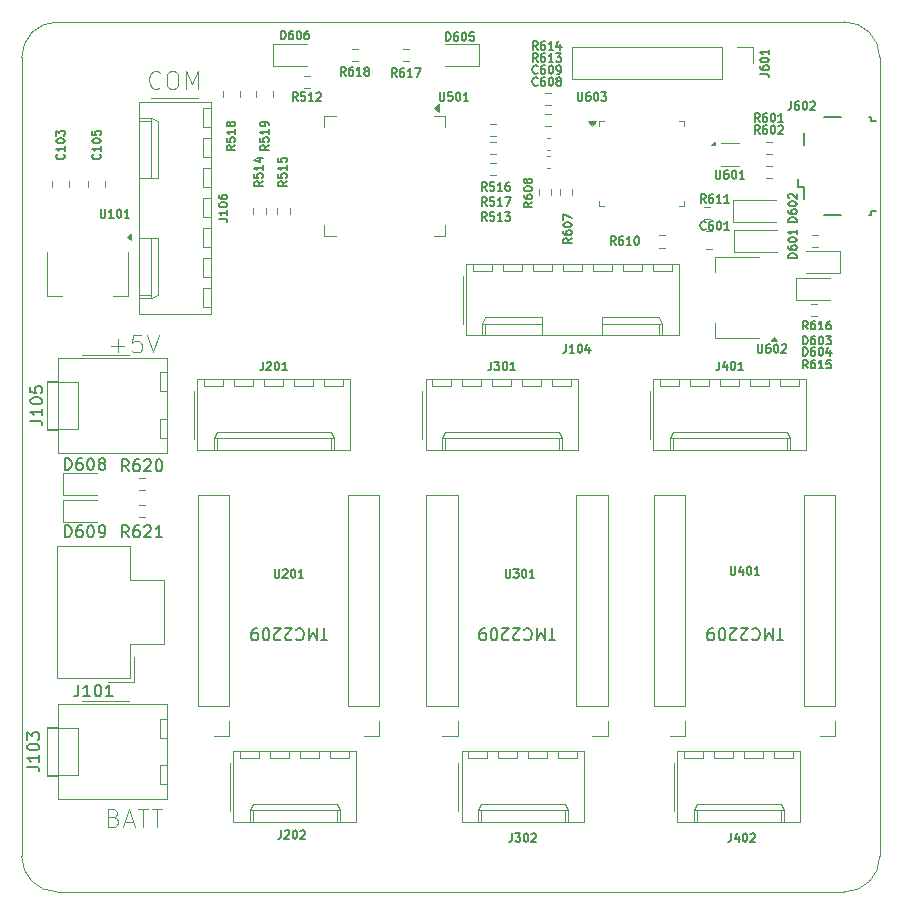
<source format=gbr>
%TF.GenerationSoftware,KiCad,Pcbnew,9.0.0*%
%TF.CreationDate,2025-03-09T14:03:34+01:00*%
%TF.ProjectId,Carte_moteur,43617274-655f-46d6-9f74-6575722e6b69,rev?*%
%TF.SameCoordinates,Original*%
%TF.FileFunction,Legend,Top*%
%TF.FilePolarity,Positive*%
%FSLAX46Y46*%
G04 Gerber Fmt 4.6, Leading zero omitted, Abs format (unit mm)*
G04 Created by KiCad (PCBNEW 9.0.0) date 2025-03-09 14:03:34*
%MOMM*%
%LPD*%
G01*
G04 APERTURE LIST*
%ADD10C,0.100000*%
%ADD11C,0.150000*%
%ADD12C,0.120000*%
%TA.AperFunction,Profile*%
%ADD13C,0.050000*%
%TD*%
G04 APERTURE END LIST*
D10*
X87640074Y-98982371D02*
X87568646Y-99053800D01*
X87568646Y-99053800D02*
X87354360Y-99125228D01*
X87354360Y-99125228D02*
X87211503Y-99125228D01*
X87211503Y-99125228D02*
X86997217Y-99053800D01*
X86997217Y-99053800D02*
X86854360Y-98910942D01*
X86854360Y-98910942D02*
X86782931Y-98768085D01*
X86782931Y-98768085D02*
X86711503Y-98482371D01*
X86711503Y-98482371D02*
X86711503Y-98268085D01*
X86711503Y-98268085D02*
X86782931Y-97982371D01*
X86782931Y-97982371D02*
X86854360Y-97839514D01*
X86854360Y-97839514D02*
X86997217Y-97696657D01*
X86997217Y-97696657D02*
X87211503Y-97625228D01*
X87211503Y-97625228D02*
X87354360Y-97625228D01*
X87354360Y-97625228D02*
X87568646Y-97696657D01*
X87568646Y-97696657D02*
X87640074Y-97768085D01*
X88568646Y-97625228D02*
X88854360Y-97625228D01*
X88854360Y-97625228D02*
X88997217Y-97696657D01*
X88997217Y-97696657D02*
X89140074Y-97839514D01*
X89140074Y-97839514D02*
X89211503Y-98125228D01*
X89211503Y-98125228D02*
X89211503Y-98625228D01*
X89211503Y-98625228D02*
X89140074Y-98910942D01*
X89140074Y-98910942D02*
X88997217Y-99053800D01*
X88997217Y-99053800D02*
X88854360Y-99125228D01*
X88854360Y-99125228D02*
X88568646Y-99125228D01*
X88568646Y-99125228D02*
X88425789Y-99053800D01*
X88425789Y-99053800D02*
X88282931Y-98910942D01*
X88282931Y-98910942D02*
X88211503Y-98625228D01*
X88211503Y-98625228D02*
X88211503Y-98125228D01*
X88211503Y-98125228D02*
X88282931Y-97839514D01*
X88282931Y-97839514D02*
X88425789Y-97696657D01*
X88425789Y-97696657D02*
X88568646Y-97625228D01*
X89854360Y-99125228D02*
X89854360Y-97625228D01*
X89854360Y-97625228D02*
X90354360Y-98696657D01*
X90354360Y-98696657D02*
X90854360Y-97625228D01*
X90854360Y-97625228D02*
X90854360Y-99125228D01*
X83726931Y-160823514D02*
X83941217Y-160894942D01*
X83941217Y-160894942D02*
X84012646Y-160966371D01*
X84012646Y-160966371D02*
X84084074Y-161109228D01*
X84084074Y-161109228D02*
X84084074Y-161323514D01*
X84084074Y-161323514D02*
X84012646Y-161466371D01*
X84012646Y-161466371D02*
X83941217Y-161537800D01*
X83941217Y-161537800D02*
X83798360Y-161609228D01*
X83798360Y-161609228D02*
X83226931Y-161609228D01*
X83226931Y-161609228D02*
X83226931Y-160109228D01*
X83226931Y-160109228D02*
X83726931Y-160109228D01*
X83726931Y-160109228D02*
X83869789Y-160180657D01*
X83869789Y-160180657D02*
X83941217Y-160252085D01*
X83941217Y-160252085D02*
X84012646Y-160394942D01*
X84012646Y-160394942D02*
X84012646Y-160537800D01*
X84012646Y-160537800D02*
X83941217Y-160680657D01*
X83941217Y-160680657D02*
X83869789Y-160752085D01*
X83869789Y-160752085D02*
X83726931Y-160823514D01*
X83726931Y-160823514D02*
X83226931Y-160823514D01*
X84655503Y-161180657D02*
X85369789Y-161180657D01*
X84512646Y-161609228D02*
X85012646Y-160109228D01*
X85012646Y-160109228D02*
X85512646Y-161609228D01*
X85798360Y-160109228D02*
X86655503Y-160109228D01*
X86226931Y-161609228D02*
X86226931Y-160109228D01*
X86941217Y-160109228D02*
X87798360Y-160109228D01*
X87369788Y-161609228D02*
X87369788Y-160109228D01*
X83480931Y-120881800D02*
X84623789Y-120881800D01*
X84052360Y-121453228D02*
X84052360Y-120310371D01*
X86052360Y-119953228D02*
X85338074Y-119953228D01*
X85338074Y-119953228D02*
X85266646Y-120667514D01*
X85266646Y-120667514D02*
X85338074Y-120596085D01*
X85338074Y-120596085D02*
X85480932Y-120524657D01*
X85480932Y-120524657D02*
X85838074Y-120524657D01*
X85838074Y-120524657D02*
X85980932Y-120596085D01*
X85980932Y-120596085D02*
X86052360Y-120667514D01*
X86052360Y-120667514D02*
X86123789Y-120810371D01*
X86123789Y-120810371D02*
X86123789Y-121167514D01*
X86123789Y-121167514D02*
X86052360Y-121310371D01*
X86052360Y-121310371D02*
X85980932Y-121381800D01*
X85980932Y-121381800D02*
X85838074Y-121453228D01*
X85838074Y-121453228D02*
X85480932Y-121453228D01*
X85480932Y-121453228D02*
X85338074Y-121381800D01*
X85338074Y-121381800D02*
X85266646Y-121310371D01*
X86552360Y-119953228D02*
X87052360Y-121453228D01*
X87052360Y-121453228D02*
X87552360Y-119953228D01*
D11*
X79589524Y-137106819D02*
X79589524Y-136106819D01*
X79589524Y-136106819D02*
X79827619Y-136106819D01*
X79827619Y-136106819D02*
X79970476Y-136154438D01*
X79970476Y-136154438D02*
X80065714Y-136249676D01*
X80065714Y-136249676D02*
X80113333Y-136344914D01*
X80113333Y-136344914D02*
X80160952Y-136535390D01*
X80160952Y-136535390D02*
X80160952Y-136678247D01*
X80160952Y-136678247D02*
X80113333Y-136868723D01*
X80113333Y-136868723D02*
X80065714Y-136963961D01*
X80065714Y-136963961D02*
X79970476Y-137059200D01*
X79970476Y-137059200D02*
X79827619Y-137106819D01*
X79827619Y-137106819D02*
X79589524Y-137106819D01*
X81018095Y-136106819D02*
X80827619Y-136106819D01*
X80827619Y-136106819D02*
X80732381Y-136154438D01*
X80732381Y-136154438D02*
X80684762Y-136202057D01*
X80684762Y-136202057D02*
X80589524Y-136344914D01*
X80589524Y-136344914D02*
X80541905Y-136535390D01*
X80541905Y-136535390D02*
X80541905Y-136916342D01*
X80541905Y-136916342D02*
X80589524Y-137011580D01*
X80589524Y-137011580D02*
X80637143Y-137059200D01*
X80637143Y-137059200D02*
X80732381Y-137106819D01*
X80732381Y-137106819D02*
X80922857Y-137106819D01*
X80922857Y-137106819D02*
X81018095Y-137059200D01*
X81018095Y-137059200D02*
X81065714Y-137011580D01*
X81065714Y-137011580D02*
X81113333Y-136916342D01*
X81113333Y-136916342D02*
X81113333Y-136678247D01*
X81113333Y-136678247D02*
X81065714Y-136583009D01*
X81065714Y-136583009D02*
X81018095Y-136535390D01*
X81018095Y-136535390D02*
X80922857Y-136487771D01*
X80922857Y-136487771D02*
X80732381Y-136487771D01*
X80732381Y-136487771D02*
X80637143Y-136535390D01*
X80637143Y-136535390D02*
X80589524Y-136583009D01*
X80589524Y-136583009D02*
X80541905Y-136678247D01*
X81732381Y-136106819D02*
X81827619Y-136106819D01*
X81827619Y-136106819D02*
X81922857Y-136154438D01*
X81922857Y-136154438D02*
X81970476Y-136202057D01*
X81970476Y-136202057D02*
X82018095Y-136297295D01*
X82018095Y-136297295D02*
X82065714Y-136487771D01*
X82065714Y-136487771D02*
X82065714Y-136725866D01*
X82065714Y-136725866D02*
X82018095Y-136916342D01*
X82018095Y-136916342D02*
X81970476Y-137011580D01*
X81970476Y-137011580D02*
X81922857Y-137059200D01*
X81922857Y-137059200D02*
X81827619Y-137106819D01*
X81827619Y-137106819D02*
X81732381Y-137106819D01*
X81732381Y-137106819D02*
X81637143Y-137059200D01*
X81637143Y-137059200D02*
X81589524Y-137011580D01*
X81589524Y-137011580D02*
X81541905Y-136916342D01*
X81541905Y-136916342D02*
X81494286Y-136725866D01*
X81494286Y-136725866D02*
X81494286Y-136487771D01*
X81494286Y-136487771D02*
X81541905Y-136297295D01*
X81541905Y-136297295D02*
X81589524Y-136202057D01*
X81589524Y-136202057D02*
X81637143Y-136154438D01*
X81637143Y-136154438D02*
X81732381Y-136106819D01*
X82541905Y-137106819D02*
X82732381Y-137106819D01*
X82732381Y-137106819D02*
X82827619Y-137059200D01*
X82827619Y-137059200D02*
X82875238Y-137011580D01*
X82875238Y-137011580D02*
X82970476Y-136868723D01*
X82970476Y-136868723D02*
X83018095Y-136678247D01*
X83018095Y-136678247D02*
X83018095Y-136297295D01*
X83018095Y-136297295D02*
X82970476Y-136202057D01*
X82970476Y-136202057D02*
X82922857Y-136154438D01*
X82922857Y-136154438D02*
X82827619Y-136106819D01*
X82827619Y-136106819D02*
X82637143Y-136106819D01*
X82637143Y-136106819D02*
X82541905Y-136154438D01*
X82541905Y-136154438D02*
X82494286Y-136202057D01*
X82494286Y-136202057D02*
X82446667Y-136297295D01*
X82446667Y-136297295D02*
X82446667Y-136535390D01*
X82446667Y-136535390D02*
X82494286Y-136630628D01*
X82494286Y-136630628D02*
X82541905Y-136678247D01*
X82541905Y-136678247D02*
X82637143Y-136725866D01*
X82637143Y-136725866D02*
X82827619Y-136725866D01*
X82827619Y-136725866D02*
X82922857Y-136678247D01*
X82922857Y-136678247D02*
X82970476Y-136630628D01*
X82970476Y-136630628D02*
X83018095Y-136535390D01*
X92636033Y-110120000D02*
X93136033Y-110120000D01*
X93136033Y-110120000D02*
X93236033Y-110153333D01*
X93236033Y-110153333D02*
X93302700Y-110220000D01*
X93302700Y-110220000D02*
X93336033Y-110320000D01*
X93336033Y-110320000D02*
X93336033Y-110386667D01*
X93336033Y-109420000D02*
X93336033Y-109820000D01*
X93336033Y-109620000D02*
X92636033Y-109620000D01*
X92636033Y-109620000D02*
X92736033Y-109686667D01*
X92736033Y-109686667D02*
X92802700Y-109753334D01*
X92802700Y-109753334D02*
X92836033Y-109820000D01*
X92636033Y-108986667D02*
X92636033Y-108920000D01*
X92636033Y-108920000D02*
X92669366Y-108853333D01*
X92669366Y-108853333D02*
X92702700Y-108820000D01*
X92702700Y-108820000D02*
X92769366Y-108786667D01*
X92769366Y-108786667D02*
X92902700Y-108753333D01*
X92902700Y-108753333D02*
X93069366Y-108753333D01*
X93069366Y-108753333D02*
X93202700Y-108786667D01*
X93202700Y-108786667D02*
X93269366Y-108820000D01*
X93269366Y-108820000D02*
X93302700Y-108853333D01*
X93302700Y-108853333D02*
X93336033Y-108920000D01*
X93336033Y-108920000D02*
X93336033Y-108986667D01*
X93336033Y-108986667D02*
X93302700Y-109053333D01*
X93302700Y-109053333D02*
X93269366Y-109086667D01*
X93269366Y-109086667D02*
X93202700Y-109120000D01*
X93202700Y-109120000D02*
X93069366Y-109153333D01*
X93069366Y-109153333D02*
X92902700Y-109153333D01*
X92902700Y-109153333D02*
X92769366Y-109120000D01*
X92769366Y-109120000D02*
X92702700Y-109086667D01*
X92702700Y-109086667D02*
X92669366Y-109053333D01*
X92669366Y-109053333D02*
X92636033Y-108986667D01*
X92636033Y-108153333D02*
X92636033Y-108286666D01*
X92636033Y-108286666D02*
X92669366Y-108353333D01*
X92669366Y-108353333D02*
X92702700Y-108386666D01*
X92702700Y-108386666D02*
X92802700Y-108453333D01*
X92802700Y-108453333D02*
X92936033Y-108486666D01*
X92936033Y-108486666D02*
X93202700Y-108486666D01*
X93202700Y-108486666D02*
X93269366Y-108453333D01*
X93269366Y-108453333D02*
X93302700Y-108420000D01*
X93302700Y-108420000D02*
X93336033Y-108353333D01*
X93336033Y-108353333D02*
X93336033Y-108220000D01*
X93336033Y-108220000D02*
X93302700Y-108153333D01*
X93302700Y-108153333D02*
X93269366Y-108120000D01*
X93269366Y-108120000D02*
X93202700Y-108086666D01*
X93202700Y-108086666D02*
X93036033Y-108086666D01*
X93036033Y-108086666D02*
X92969366Y-108120000D01*
X92969366Y-108120000D02*
X92936033Y-108153333D01*
X92936033Y-108153333D02*
X92902700Y-108220000D01*
X92902700Y-108220000D02*
X92902700Y-108353333D01*
X92902700Y-108353333D02*
X92936033Y-108420000D01*
X92936033Y-108420000D02*
X92969366Y-108453333D01*
X92969366Y-108453333D02*
X93036033Y-108486666D01*
X97351999Y-139824033D02*
X97351999Y-140390700D01*
X97351999Y-140390700D02*
X97385333Y-140457366D01*
X97385333Y-140457366D02*
X97418666Y-140490700D01*
X97418666Y-140490700D02*
X97485333Y-140524033D01*
X97485333Y-140524033D02*
X97618666Y-140524033D01*
X97618666Y-140524033D02*
X97685333Y-140490700D01*
X97685333Y-140490700D02*
X97718666Y-140457366D01*
X97718666Y-140457366D02*
X97751999Y-140390700D01*
X97751999Y-140390700D02*
X97751999Y-139824033D01*
X98051999Y-139890700D02*
X98085332Y-139857366D01*
X98085332Y-139857366D02*
X98151999Y-139824033D01*
X98151999Y-139824033D02*
X98318666Y-139824033D01*
X98318666Y-139824033D02*
X98385332Y-139857366D01*
X98385332Y-139857366D02*
X98418666Y-139890700D01*
X98418666Y-139890700D02*
X98451999Y-139957366D01*
X98451999Y-139957366D02*
X98451999Y-140024033D01*
X98451999Y-140024033D02*
X98418666Y-140124033D01*
X98418666Y-140124033D02*
X98018666Y-140524033D01*
X98018666Y-140524033D02*
X98451999Y-140524033D01*
X98885333Y-139824033D02*
X98951999Y-139824033D01*
X98951999Y-139824033D02*
X99018666Y-139857366D01*
X99018666Y-139857366D02*
X99051999Y-139890700D01*
X99051999Y-139890700D02*
X99085333Y-139957366D01*
X99085333Y-139957366D02*
X99118666Y-140090700D01*
X99118666Y-140090700D02*
X99118666Y-140257366D01*
X99118666Y-140257366D02*
X99085333Y-140390700D01*
X99085333Y-140390700D02*
X99051999Y-140457366D01*
X99051999Y-140457366D02*
X99018666Y-140490700D01*
X99018666Y-140490700D02*
X98951999Y-140524033D01*
X98951999Y-140524033D02*
X98885333Y-140524033D01*
X98885333Y-140524033D02*
X98818666Y-140490700D01*
X98818666Y-140490700D02*
X98785333Y-140457366D01*
X98785333Y-140457366D02*
X98751999Y-140390700D01*
X98751999Y-140390700D02*
X98718666Y-140257366D01*
X98718666Y-140257366D02*
X98718666Y-140090700D01*
X98718666Y-140090700D02*
X98751999Y-139957366D01*
X98751999Y-139957366D02*
X98785333Y-139890700D01*
X98785333Y-139890700D02*
X98818666Y-139857366D01*
X98818666Y-139857366D02*
X98885333Y-139824033D01*
X99785333Y-140524033D02*
X99385333Y-140524033D01*
X99585333Y-140524033D02*
X99585333Y-139824033D01*
X99585333Y-139824033D02*
X99518666Y-139924033D01*
X99518666Y-139924033D02*
X99452000Y-139990700D01*
X99452000Y-139990700D02*
X99385333Y-140024033D01*
X101813904Y-145818180D02*
X101242476Y-145818180D01*
X101528190Y-144818180D02*
X101528190Y-145818180D01*
X100909142Y-144818180D02*
X100909142Y-145818180D01*
X100909142Y-145818180D02*
X100575809Y-145103895D01*
X100575809Y-145103895D02*
X100242476Y-145818180D01*
X100242476Y-145818180D02*
X100242476Y-144818180D01*
X99194857Y-144913419D02*
X99242476Y-144865800D01*
X99242476Y-144865800D02*
X99385333Y-144818180D01*
X99385333Y-144818180D02*
X99480571Y-144818180D01*
X99480571Y-144818180D02*
X99623428Y-144865800D01*
X99623428Y-144865800D02*
X99718666Y-144961038D01*
X99718666Y-144961038D02*
X99766285Y-145056276D01*
X99766285Y-145056276D02*
X99813904Y-145246752D01*
X99813904Y-145246752D02*
X99813904Y-145389609D01*
X99813904Y-145389609D02*
X99766285Y-145580085D01*
X99766285Y-145580085D02*
X99718666Y-145675323D01*
X99718666Y-145675323D02*
X99623428Y-145770561D01*
X99623428Y-145770561D02*
X99480571Y-145818180D01*
X99480571Y-145818180D02*
X99385333Y-145818180D01*
X99385333Y-145818180D02*
X99242476Y-145770561D01*
X99242476Y-145770561D02*
X99194857Y-145722942D01*
X98813904Y-145722942D02*
X98766285Y-145770561D01*
X98766285Y-145770561D02*
X98671047Y-145818180D01*
X98671047Y-145818180D02*
X98432952Y-145818180D01*
X98432952Y-145818180D02*
X98337714Y-145770561D01*
X98337714Y-145770561D02*
X98290095Y-145722942D01*
X98290095Y-145722942D02*
X98242476Y-145627704D01*
X98242476Y-145627704D02*
X98242476Y-145532466D01*
X98242476Y-145532466D02*
X98290095Y-145389609D01*
X98290095Y-145389609D02*
X98861523Y-144818180D01*
X98861523Y-144818180D02*
X98242476Y-144818180D01*
X97861523Y-145722942D02*
X97813904Y-145770561D01*
X97813904Y-145770561D02*
X97718666Y-145818180D01*
X97718666Y-145818180D02*
X97480571Y-145818180D01*
X97480571Y-145818180D02*
X97385333Y-145770561D01*
X97385333Y-145770561D02*
X97337714Y-145722942D01*
X97337714Y-145722942D02*
X97290095Y-145627704D01*
X97290095Y-145627704D02*
X97290095Y-145532466D01*
X97290095Y-145532466D02*
X97337714Y-145389609D01*
X97337714Y-145389609D02*
X97909142Y-144818180D01*
X97909142Y-144818180D02*
X97290095Y-144818180D01*
X96671047Y-145818180D02*
X96575809Y-145818180D01*
X96575809Y-145818180D02*
X96480571Y-145770561D01*
X96480571Y-145770561D02*
X96432952Y-145722942D01*
X96432952Y-145722942D02*
X96385333Y-145627704D01*
X96385333Y-145627704D02*
X96337714Y-145437228D01*
X96337714Y-145437228D02*
X96337714Y-145199133D01*
X96337714Y-145199133D02*
X96385333Y-145008657D01*
X96385333Y-145008657D02*
X96432952Y-144913419D01*
X96432952Y-144913419D02*
X96480571Y-144865800D01*
X96480571Y-144865800D02*
X96575809Y-144818180D01*
X96575809Y-144818180D02*
X96671047Y-144818180D01*
X96671047Y-144818180D02*
X96766285Y-144865800D01*
X96766285Y-144865800D02*
X96813904Y-144913419D01*
X96813904Y-144913419D02*
X96861523Y-145008657D01*
X96861523Y-145008657D02*
X96909142Y-145199133D01*
X96909142Y-145199133D02*
X96909142Y-145437228D01*
X96909142Y-145437228D02*
X96861523Y-145627704D01*
X96861523Y-145627704D02*
X96813904Y-145722942D01*
X96813904Y-145722942D02*
X96766285Y-145770561D01*
X96766285Y-145770561D02*
X96671047Y-145818180D01*
X95861523Y-144818180D02*
X95671047Y-144818180D01*
X95671047Y-144818180D02*
X95575809Y-144865800D01*
X95575809Y-144865800D02*
X95528190Y-144913419D01*
X95528190Y-144913419D02*
X95432952Y-145056276D01*
X95432952Y-145056276D02*
X95385333Y-145246752D01*
X95385333Y-145246752D02*
X95385333Y-145627704D01*
X95385333Y-145627704D02*
X95432952Y-145722942D01*
X95432952Y-145722942D02*
X95480571Y-145770561D01*
X95480571Y-145770561D02*
X95575809Y-145818180D01*
X95575809Y-145818180D02*
X95766285Y-145818180D01*
X95766285Y-145818180D02*
X95861523Y-145770561D01*
X95861523Y-145770561D02*
X95909142Y-145722942D01*
X95909142Y-145722942D02*
X95956761Y-145627704D01*
X95956761Y-145627704D02*
X95956761Y-145389609D01*
X95956761Y-145389609D02*
X95909142Y-145294371D01*
X95909142Y-145294371D02*
X95861523Y-145246752D01*
X95861523Y-145246752D02*
X95766285Y-145199133D01*
X95766285Y-145199133D02*
X95575809Y-145199133D01*
X95575809Y-145199133D02*
X95480571Y-145246752D01*
X95480571Y-145246752D02*
X95432952Y-145294371D01*
X95432952Y-145294371D02*
X95385333Y-145389609D01*
X98360033Y-106955333D02*
X98026700Y-107188666D01*
X98360033Y-107355333D02*
X97660033Y-107355333D01*
X97660033Y-107355333D02*
X97660033Y-107088666D01*
X97660033Y-107088666D02*
X97693366Y-107022000D01*
X97693366Y-107022000D02*
X97726700Y-106988666D01*
X97726700Y-106988666D02*
X97793366Y-106955333D01*
X97793366Y-106955333D02*
X97893366Y-106955333D01*
X97893366Y-106955333D02*
X97960033Y-106988666D01*
X97960033Y-106988666D02*
X97993366Y-107022000D01*
X97993366Y-107022000D02*
X98026700Y-107088666D01*
X98026700Y-107088666D02*
X98026700Y-107355333D01*
X97660033Y-106322000D02*
X97660033Y-106655333D01*
X97660033Y-106655333D02*
X97993366Y-106688666D01*
X97993366Y-106688666D02*
X97960033Y-106655333D01*
X97960033Y-106655333D02*
X97926700Y-106588666D01*
X97926700Y-106588666D02*
X97926700Y-106422000D01*
X97926700Y-106422000D02*
X97960033Y-106355333D01*
X97960033Y-106355333D02*
X97993366Y-106322000D01*
X97993366Y-106322000D02*
X98060033Y-106288666D01*
X98060033Y-106288666D02*
X98226700Y-106288666D01*
X98226700Y-106288666D02*
X98293366Y-106322000D01*
X98293366Y-106322000D02*
X98326700Y-106355333D01*
X98326700Y-106355333D02*
X98360033Y-106422000D01*
X98360033Y-106422000D02*
X98360033Y-106588666D01*
X98360033Y-106588666D02*
X98326700Y-106655333D01*
X98326700Y-106655333D02*
X98293366Y-106688666D01*
X98360033Y-105621999D02*
X98360033Y-106021999D01*
X98360033Y-105821999D02*
X97660033Y-105821999D01*
X97660033Y-105821999D02*
X97760033Y-105888666D01*
X97760033Y-105888666D02*
X97826700Y-105955333D01*
X97826700Y-105955333D02*
X97860033Y-106021999D01*
X97660033Y-104988666D02*
X97660033Y-105321999D01*
X97660033Y-105321999D02*
X97993366Y-105355332D01*
X97993366Y-105355332D02*
X97960033Y-105321999D01*
X97960033Y-105321999D02*
X97926700Y-105255332D01*
X97926700Y-105255332D02*
X97926700Y-105088666D01*
X97926700Y-105088666D02*
X97960033Y-105021999D01*
X97960033Y-105021999D02*
X97993366Y-104988666D01*
X97993366Y-104988666D02*
X98060033Y-104955332D01*
X98060033Y-104955332D02*
X98226700Y-104955332D01*
X98226700Y-104955332D02*
X98293366Y-104988666D01*
X98293366Y-104988666D02*
X98326700Y-105021999D01*
X98326700Y-105021999D02*
X98360033Y-105088666D01*
X98360033Y-105088666D02*
X98360033Y-105255332D01*
X98360033Y-105255332D02*
X98326700Y-105321999D01*
X98326700Y-105321999D02*
X98293366Y-105355332D01*
X119612666Y-97785366D02*
X119579333Y-97818700D01*
X119579333Y-97818700D02*
X119479333Y-97852033D01*
X119479333Y-97852033D02*
X119412666Y-97852033D01*
X119412666Y-97852033D02*
X119312666Y-97818700D01*
X119312666Y-97818700D02*
X119246000Y-97752033D01*
X119246000Y-97752033D02*
X119212666Y-97685366D01*
X119212666Y-97685366D02*
X119179333Y-97552033D01*
X119179333Y-97552033D02*
X119179333Y-97452033D01*
X119179333Y-97452033D02*
X119212666Y-97318700D01*
X119212666Y-97318700D02*
X119246000Y-97252033D01*
X119246000Y-97252033D02*
X119312666Y-97185366D01*
X119312666Y-97185366D02*
X119412666Y-97152033D01*
X119412666Y-97152033D02*
X119479333Y-97152033D01*
X119479333Y-97152033D02*
X119579333Y-97185366D01*
X119579333Y-97185366D02*
X119612666Y-97218700D01*
X120212666Y-97152033D02*
X120079333Y-97152033D01*
X120079333Y-97152033D02*
X120012666Y-97185366D01*
X120012666Y-97185366D02*
X119979333Y-97218700D01*
X119979333Y-97218700D02*
X119912666Y-97318700D01*
X119912666Y-97318700D02*
X119879333Y-97452033D01*
X119879333Y-97452033D02*
X119879333Y-97718700D01*
X119879333Y-97718700D02*
X119912666Y-97785366D01*
X119912666Y-97785366D02*
X119946000Y-97818700D01*
X119946000Y-97818700D02*
X120012666Y-97852033D01*
X120012666Y-97852033D02*
X120146000Y-97852033D01*
X120146000Y-97852033D02*
X120212666Y-97818700D01*
X120212666Y-97818700D02*
X120246000Y-97785366D01*
X120246000Y-97785366D02*
X120279333Y-97718700D01*
X120279333Y-97718700D02*
X120279333Y-97552033D01*
X120279333Y-97552033D02*
X120246000Y-97485366D01*
X120246000Y-97485366D02*
X120212666Y-97452033D01*
X120212666Y-97452033D02*
X120146000Y-97418700D01*
X120146000Y-97418700D02*
X120012666Y-97418700D01*
X120012666Y-97418700D02*
X119946000Y-97452033D01*
X119946000Y-97452033D02*
X119912666Y-97485366D01*
X119912666Y-97485366D02*
X119879333Y-97552033D01*
X120712667Y-97152033D02*
X120779333Y-97152033D01*
X120779333Y-97152033D02*
X120846000Y-97185366D01*
X120846000Y-97185366D02*
X120879333Y-97218700D01*
X120879333Y-97218700D02*
X120912667Y-97285366D01*
X120912667Y-97285366D02*
X120946000Y-97418700D01*
X120946000Y-97418700D02*
X120946000Y-97585366D01*
X120946000Y-97585366D02*
X120912667Y-97718700D01*
X120912667Y-97718700D02*
X120879333Y-97785366D01*
X120879333Y-97785366D02*
X120846000Y-97818700D01*
X120846000Y-97818700D02*
X120779333Y-97852033D01*
X120779333Y-97852033D02*
X120712667Y-97852033D01*
X120712667Y-97852033D02*
X120646000Y-97818700D01*
X120646000Y-97818700D02*
X120612667Y-97785366D01*
X120612667Y-97785366D02*
X120579333Y-97718700D01*
X120579333Y-97718700D02*
X120546000Y-97585366D01*
X120546000Y-97585366D02*
X120546000Y-97418700D01*
X120546000Y-97418700D02*
X120579333Y-97285366D01*
X120579333Y-97285366D02*
X120612667Y-97218700D01*
X120612667Y-97218700D02*
X120646000Y-97185366D01*
X120646000Y-97185366D02*
X120712667Y-97152033D01*
X121279334Y-97852033D02*
X121412667Y-97852033D01*
X121412667Y-97852033D02*
X121479334Y-97818700D01*
X121479334Y-97818700D02*
X121512667Y-97785366D01*
X121512667Y-97785366D02*
X121579334Y-97685366D01*
X121579334Y-97685366D02*
X121612667Y-97552033D01*
X121612667Y-97552033D02*
X121612667Y-97285366D01*
X121612667Y-97285366D02*
X121579334Y-97218700D01*
X121579334Y-97218700D02*
X121546000Y-97185366D01*
X121546000Y-97185366D02*
X121479334Y-97152033D01*
X121479334Y-97152033D02*
X121346000Y-97152033D01*
X121346000Y-97152033D02*
X121279334Y-97185366D01*
X121279334Y-97185366D02*
X121246000Y-97218700D01*
X121246000Y-97218700D02*
X121212667Y-97285366D01*
X121212667Y-97285366D02*
X121212667Y-97452033D01*
X121212667Y-97452033D02*
X121246000Y-97518700D01*
X121246000Y-97518700D02*
X121279334Y-97552033D01*
X121279334Y-97552033D02*
X121346000Y-97585366D01*
X121346000Y-97585366D02*
X121479334Y-97585366D01*
X121479334Y-97585366D02*
X121546000Y-97552033D01*
X121546000Y-97552033D02*
X121579334Y-97518700D01*
X121579334Y-97518700D02*
X121612667Y-97452033D01*
X138408666Y-101916033D02*
X138175333Y-101582700D01*
X138008666Y-101916033D02*
X138008666Y-101216033D01*
X138008666Y-101216033D02*
X138275333Y-101216033D01*
X138275333Y-101216033D02*
X138342000Y-101249366D01*
X138342000Y-101249366D02*
X138375333Y-101282700D01*
X138375333Y-101282700D02*
X138408666Y-101349366D01*
X138408666Y-101349366D02*
X138408666Y-101449366D01*
X138408666Y-101449366D02*
X138375333Y-101516033D01*
X138375333Y-101516033D02*
X138342000Y-101549366D01*
X138342000Y-101549366D02*
X138275333Y-101582700D01*
X138275333Y-101582700D02*
X138008666Y-101582700D01*
X139008666Y-101216033D02*
X138875333Y-101216033D01*
X138875333Y-101216033D02*
X138808666Y-101249366D01*
X138808666Y-101249366D02*
X138775333Y-101282700D01*
X138775333Y-101282700D02*
X138708666Y-101382700D01*
X138708666Y-101382700D02*
X138675333Y-101516033D01*
X138675333Y-101516033D02*
X138675333Y-101782700D01*
X138675333Y-101782700D02*
X138708666Y-101849366D01*
X138708666Y-101849366D02*
X138742000Y-101882700D01*
X138742000Y-101882700D02*
X138808666Y-101916033D01*
X138808666Y-101916033D02*
X138942000Y-101916033D01*
X138942000Y-101916033D02*
X139008666Y-101882700D01*
X139008666Y-101882700D02*
X139042000Y-101849366D01*
X139042000Y-101849366D02*
X139075333Y-101782700D01*
X139075333Y-101782700D02*
X139075333Y-101616033D01*
X139075333Y-101616033D02*
X139042000Y-101549366D01*
X139042000Y-101549366D02*
X139008666Y-101516033D01*
X139008666Y-101516033D02*
X138942000Y-101482700D01*
X138942000Y-101482700D02*
X138808666Y-101482700D01*
X138808666Y-101482700D02*
X138742000Y-101516033D01*
X138742000Y-101516033D02*
X138708666Y-101549366D01*
X138708666Y-101549366D02*
X138675333Y-101616033D01*
X139508667Y-101216033D02*
X139575333Y-101216033D01*
X139575333Y-101216033D02*
X139642000Y-101249366D01*
X139642000Y-101249366D02*
X139675333Y-101282700D01*
X139675333Y-101282700D02*
X139708667Y-101349366D01*
X139708667Y-101349366D02*
X139742000Y-101482700D01*
X139742000Y-101482700D02*
X139742000Y-101649366D01*
X139742000Y-101649366D02*
X139708667Y-101782700D01*
X139708667Y-101782700D02*
X139675333Y-101849366D01*
X139675333Y-101849366D02*
X139642000Y-101882700D01*
X139642000Y-101882700D02*
X139575333Y-101916033D01*
X139575333Y-101916033D02*
X139508667Y-101916033D01*
X139508667Y-101916033D02*
X139442000Y-101882700D01*
X139442000Y-101882700D02*
X139408667Y-101849366D01*
X139408667Y-101849366D02*
X139375333Y-101782700D01*
X139375333Y-101782700D02*
X139342000Y-101649366D01*
X139342000Y-101649366D02*
X139342000Y-101482700D01*
X139342000Y-101482700D02*
X139375333Y-101349366D01*
X139375333Y-101349366D02*
X139408667Y-101282700D01*
X139408667Y-101282700D02*
X139442000Y-101249366D01*
X139442000Y-101249366D02*
X139508667Y-101216033D01*
X140408667Y-101916033D02*
X140008667Y-101916033D01*
X140208667Y-101916033D02*
X140208667Y-101216033D01*
X140208667Y-101216033D02*
X140142000Y-101316033D01*
X140142000Y-101316033D02*
X140075334Y-101382700D01*
X140075334Y-101382700D02*
X140008667Y-101416033D01*
X84986952Y-131518819D02*
X84653619Y-131042628D01*
X84415524Y-131518819D02*
X84415524Y-130518819D01*
X84415524Y-130518819D02*
X84796476Y-130518819D01*
X84796476Y-130518819D02*
X84891714Y-130566438D01*
X84891714Y-130566438D02*
X84939333Y-130614057D01*
X84939333Y-130614057D02*
X84986952Y-130709295D01*
X84986952Y-130709295D02*
X84986952Y-130852152D01*
X84986952Y-130852152D02*
X84939333Y-130947390D01*
X84939333Y-130947390D02*
X84891714Y-130995009D01*
X84891714Y-130995009D02*
X84796476Y-131042628D01*
X84796476Y-131042628D02*
X84415524Y-131042628D01*
X85844095Y-130518819D02*
X85653619Y-130518819D01*
X85653619Y-130518819D02*
X85558381Y-130566438D01*
X85558381Y-130566438D02*
X85510762Y-130614057D01*
X85510762Y-130614057D02*
X85415524Y-130756914D01*
X85415524Y-130756914D02*
X85367905Y-130947390D01*
X85367905Y-130947390D02*
X85367905Y-131328342D01*
X85367905Y-131328342D02*
X85415524Y-131423580D01*
X85415524Y-131423580D02*
X85463143Y-131471200D01*
X85463143Y-131471200D02*
X85558381Y-131518819D01*
X85558381Y-131518819D02*
X85748857Y-131518819D01*
X85748857Y-131518819D02*
X85844095Y-131471200D01*
X85844095Y-131471200D02*
X85891714Y-131423580D01*
X85891714Y-131423580D02*
X85939333Y-131328342D01*
X85939333Y-131328342D02*
X85939333Y-131090247D01*
X85939333Y-131090247D02*
X85891714Y-130995009D01*
X85891714Y-130995009D02*
X85844095Y-130947390D01*
X85844095Y-130947390D02*
X85748857Y-130899771D01*
X85748857Y-130899771D02*
X85558381Y-130899771D01*
X85558381Y-130899771D02*
X85463143Y-130947390D01*
X85463143Y-130947390D02*
X85415524Y-130995009D01*
X85415524Y-130995009D02*
X85367905Y-131090247D01*
X86320286Y-130614057D02*
X86367905Y-130566438D01*
X86367905Y-130566438D02*
X86463143Y-130518819D01*
X86463143Y-130518819D02*
X86701238Y-130518819D01*
X86701238Y-130518819D02*
X86796476Y-130566438D01*
X86796476Y-130566438D02*
X86844095Y-130614057D01*
X86844095Y-130614057D02*
X86891714Y-130709295D01*
X86891714Y-130709295D02*
X86891714Y-130804533D01*
X86891714Y-130804533D02*
X86844095Y-130947390D01*
X86844095Y-130947390D02*
X86272667Y-131518819D01*
X86272667Y-131518819D02*
X86891714Y-131518819D01*
X87510762Y-130518819D02*
X87606000Y-130518819D01*
X87606000Y-130518819D02*
X87701238Y-130566438D01*
X87701238Y-130566438D02*
X87748857Y-130614057D01*
X87748857Y-130614057D02*
X87796476Y-130709295D01*
X87796476Y-130709295D02*
X87844095Y-130899771D01*
X87844095Y-130899771D02*
X87844095Y-131137866D01*
X87844095Y-131137866D02*
X87796476Y-131328342D01*
X87796476Y-131328342D02*
X87748857Y-131423580D01*
X87748857Y-131423580D02*
X87701238Y-131471200D01*
X87701238Y-131471200D02*
X87606000Y-131518819D01*
X87606000Y-131518819D02*
X87510762Y-131518819D01*
X87510762Y-131518819D02*
X87415524Y-131471200D01*
X87415524Y-131471200D02*
X87367905Y-131423580D01*
X87367905Y-131423580D02*
X87320286Y-131328342D01*
X87320286Y-131328342D02*
X87272667Y-131137866D01*
X87272667Y-131137866D02*
X87272667Y-130899771D01*
X87272667Y-130899771D02*
X87320286Y-130709295D01*
X87320286Y-130709295D02*
X87367905Y-130614057D01*
X87367905Y-130614057D02*
X87415524Y-130566438D01*
X87415524Y-130566438D02*
X87510762Y-130518819D01*
X122035999Y-120774033D02*
X122035999Y-121274033D01*
X122035999Y-121274033D02*
X122002666Y-121374033D01*
X122002666Y-121374033D02*
X121935999Y-121440700D01*
X121935999Y-121440700D02*
X121835999Y-121474033D01*
X121835999Y-121474033D02*
X121769333Y-121474033D01*
X122735999Y-121474033D02*
X122335999Y-121474033D01*
X122535999Y-121474033D02*
X122535999Y-120774033D01*
X122535999Y-120774033D02*
X122469332Y-120874033D01*
X122469332Y-120874033D02*
X122402666Y-120940700D01*
X122402666Y-120940700D02*
X122335999Y-120974033D01*
X123169333Y-120774033D02*
X123235999Y-120774033D01*
X123235999Y-120774033D02*
X123302666Y-120807366D01*
X123302666Y-120807366D02*
X123335999Y-120840700D01*
X123335999Y-120840700D02*
X123369333Y-120907366D01*
X123369333Y-120907366D02*
X123402666Y-121040700D01*
X123402666Y-121040700D02*
X123402666Y-121207366D01*
X123402666Y-121207366D02*
X123369333Y-121340700D01*
X123369333Y-121340700D02*
X123335999Y-121407366D01*
X123335999Y-121407366D02*
X123302666Y-121440700D01*
X123302666Y-121440700D02*
X123235999Y-121474033D01*
X123235999Y-121474033D02*
X123169333Y-121474033D01*
X123169333Y-121474033D02*
X123102666Y-121440700D01*
X123102666Y-121440700D02*
X123069333Y-121407366D01*
X123069333Y-121407366D02*
X123035999Y-121340700D01*
X123035999Y-121340700D02*
X123002666Y-121207366D01*
X123002666Y-121207366D02*
X123002666Y-121040700D01*
X123002666Y-121040700D02*
X123035999Y-120907366D01*
X123035999Y-120907366D02*
X123069333Y-120840700D01*
X123069333Y-120840700D02*
X123102666Y-120807366D01*
X123102666Y-120807366D02*
X123169333Y-120774033D01*
X124002666Y-121007366D02*
X124002666Y-121474033D01*
X123836000Y-120740700D02*
X123669333Y-121240700D01*
X123669333Y-121240700D02*
X124102666Y-121240700D01*
X103356666Y-98012033D02*
X103123333Y-97678700D01*
X102956666Y-98012033D02*
X102956666Y-97312033D01*
X102956666Y-97312033D02*
X103223333Y-97312033D01*
X103223333Y-97312033D02*
X103290000Y-97345366D01*
X103290000Y-97345366D02*
X103323333Y-97378700D01*
X103323333Y-97378700D02*
X103356666Y-97445366D01*
X103356666Y-97445366D02*
X103356666Y-97545366D01*
X103356666Y-97545366D02*
X103323333Y-97612033D01*
X103323333Y-97612033D02*
X103290000Y-97645366D01*
X103290000Y-97645366D02*
X103223333Y-97678700D01*
X103223333Y-97678700D02*
X102956666Y-97678700D01*
X103956666Y-97312033D02*
X103823333Y-97312033D01*
X103823333Y-97312033D02*
X103756666Y-97345366D01*
X103756666Y-97345366D02*
X103723333Y-97378700D01*
X103723333Y-97378700D02*
X103656666Y-97478700D01*
X103656666Y-97478700D02*
X103623333Y-97612033D01*
X103623333Y-97612033D02*
X103623333Y-97878700D01*
X103623333Y-97878700D02*
X103656666Y-97945366D01*
X103656666Y-97945366D02*
X103690000Y-97978700D01*
X103690000Y-97978700D02*
X103756666Y-98012033D01*
X103756666Y-98012033D02*
X103890000Y-98012033D01*
X103890000Y-98012033D02*
X103956666Y-97978700D01*
X103956666Y-97978700D02*
X103990000Y-97945366D01*
X103990000Y-97945366D02*
X104023333Y-97878700D01*
X104023333Y-97878700D02*
X104023333Y-97712033D01*
X104023333Y-97712033D02*
X103990000Y-97645366D01*
X103990000Y-97645366D02*
X103956666Y-97612033D01*
X103956666Y-97612033D02*
X103890000Y-97578700D01*
X103890000Y-97578700D02*
X103756666Y-97578700D01*
X103756666Y-97578700D02*
X103690000Y-97612033D01*
X103690000Y-97612033D02*
X103656666Y-97645366D01*
X103656666Y-97645366D02*
X103623333Y-97712033D01*
X104690000Y-98012033D02*
X104290000Y-98012033D01*
X104490000Y-98012033D02*
X104490000Y-97312033D01*
X104490000Y-97312033D02*
X104423333Y-97412033D01*
X104423333Y-97412033D02*
X104356667Y-97478700D01*
X104356667Y-97478700D02*
X104290000Y-97512033D01*
X105090000Y-97612033D02*
X105023334Y-97578700D01*
X105023334Y-97578700D02*
X104990000Y-97545366D01*
X104990000Y-97545366D02*
X104956667Y-97478700D01*
X104956667Y-97478700D02*
X104956667Y-97445366D01*
X104956667Y-97445366D02*
X104990000Y-97378700D01*
X104990000Y-97378700D02*
X105023334Y-97345366D01*
X105023334Y-97345366D02*
X105090000Y-97312033D01*
X105090000Y-97312033D02*
X105223334Y-97312033D01*
X105223334Y-97312033D02*
X105290000Y-97345366D01*
X105290000Y-97345366D02*
X105323334Y-97378700D01*
X105323334Y-97378700D02*
X105356667Y-97445366D01*
X105356667Y-97445366D02*
X105356667Y-97478700D01*
X105356667Y-97478700D02*
X105323334Y-97545366D01*
X105323334Y-97545366D02*
X105290000Y-97578700D01*
X105290000Y-97578700D02*
X105223334Y-97612033D01*
X105223334Y-97612033D02*
X105090000Y-97612033D01*
X105090000Y-97612033D02*
X105023334Y-97645366D01*
X105023334Y-97645366D02*
X104990000Y-97678700D01*
X104990000Y-97678700D02*
X104956667Y-97745366D01*
X104956667Y-97745366D02*
X104956667Y-97878700D01*
X104956667Y-97878700D02*
X104990000Y-97945366D01*
X104990000Y-97945366D02*
X105023334Y-97978700D01*
X105023334Y-97978700D02*
X105090000Y-98012033D01*
X105090000Y-98012033D02*
X105223334Y-98012033D01*
X105223334Y-98012033D02*
X105290000Y-97978700D01*
X105290000Y-97978700D02*
X105323334Y-97945366D01*
X105323334Y-97945366D02*
X105356667Y-97878700D01*
X105356667Y-97878700D02*
X105356667Y-97745366D01*
X105356667Y-97745366D02*
X105323334Y-97678700D01*
X105323334Y-97678700D02*
X105290000Y-97645366D01*
X105290000Y-97645366D02*
X105223334Y-97612033D01*
X116909999Y-139824033D02*
X116909999Y-140390700D01*
X116909999Y-140390700D02*
X116943333Y-140457366D01*
X116943333Y-140457366D02*
X116976666Y-140490700D01*
X116976666Y-140490700D02*
X117043333Y-140524033D01*
X117043333Y-140524033D02*
X117176666Y-140524033D01*
X117176666Y-140524033D02*
X117243333Y-140490700D01*
X117243333Y-140490700D02*
X117276666Y-140457366D01*
X117276666Y-140457366D02*
X117309999Y-140390700D01*
X117309999Y-140390700D02*
X117309999Y-139824033D01*
X117576666Y-139824033D02*
X118009999Y-139824033D01*
X118009999Y-139824033D02*
X117776666Y-140090700D01*
X117776666Y-140090700D02*
X117876666Y-140090700D01*
X117876666Y-140090700D02*
X117943332Y-140124033D01*
X117943332Y-140124033D02*
X117976666Y-140157366D01*
X117976666Y-140157366D02*
X118009999Y-140224033D01*
X118009999Y-140224033D02*
X118009999Y-140390700D01*
X118009999Y-140390700D02*
X117976666Y-140457366D01*
X117976666Y-140457366D02*
X117943332Y-140490700D01*
X117943332Y-140490700D02*
X117876666Y-140524033D01*
X117876666Y-140524033D02*
X117676666Y-140524033D01*
X117676666Y-140524033D02*
X117609999Y-140490700D01*
X117609999Y-140490700D02*
X117576666Y-140457366D01*
X118443333Y-139824033D02*
X118509999Y-139824033D01*
X118509999Y-139824033D02*
X118576666Y-139857366D01*
X118576666Y-139857366D02*
X118609999Y-139890700D01*
X118609999Y-139890700D02*
X118643333Y-139957366D01*
X118643333Y-139957366D02*
X118676666Y-140090700D01*
X118676666Y-140090700D02*
X118676666Y-140257366D01*
X118676666Y-140257366D02*
X118643333Y-140390700D01*
X118643333Y-140390700D02*
X118609999Y-140457366D01*
X118609999Y-140457366D02*
X118576666Y-140490700D01*
X118576666Y-140490700D02*
X118509999Y-140524033D01*
X118509999Y-140524033D02*
X118443333Y-140524033D01*
X118443333Y-140524033D02*
X118376666Y-140490700D01*
X118376666Y-140490700D02*
X118343333Y-140457366D01*
X118343333Y-140457366D02*
X118309999Y-140390700D01*
X118309999Y-140390700D02*
X118276666Y-140257366D01*
X118276666Y-140257366D02*
X118276666Y-140090700D01*
X118276666Y-140090700D02*
X118309999Y-139957366D01*
X118309999Y-139957366D02*
X118343333Y-139890700D01*
X118343333Y-139890700D02*
X118376666Y-139857366D01*
X118376666Y-139857366D02*
X118443333Y-139824033D01*
X119343333Y-140524033D02*
X118943333Y-140524033D01*
X119143333Y-140524033D02*
X119143333Y-139824033D01*
X119143333Y-139824033D02*
X119076666Y-139924033D01*
X119076666Y-139924033D02*
X119010000Y-139990700D01*
X119010000Y-139990700D02*
X118943333Y-140024033D01*
X121122088Y-145819693D02*
X120550660Y-145819693D01*
X120836374Y-144819693D02*
X120836374Y-145819693D01*
X120217326Y-144819693D02*
X120217326Y-145819693D01*
X120217326Y-145819693D02*
X119883993Y-145105408D01*
X119883993Y-145105408D02*
X119550660Y-145819693D01*
X119550660Y-145819693D02*
X119550660Y-144819693D01*
X118503041Y-144914932D02*
X118550660Y-144867313D01*
X118550660Y-144867313D02*
X118693517Y-144819693D01*
X118693517Y-144819693D02*
X118788755Y-144819693D01*
X118788755Y-144819693D02*
X118931612Y-144867313D01*
X118931612Y-144867313D02*
X119026850Y-144962551D01*
X119026850Y-144962551D02*
X119074469Y-145057789D01*
X119074469Y-145057789D02*
X119122088Y-145248265D01*
X119122088Y-145248265D02*
X119122088Y-145391122D01*
X119122088Y-145391122D02*
X119074469Y-145581598D01*
X119074469Y-145581598D02*
X119026850Y-145676836D01*
X119026850Y-145676836D02*
X118931612Y-145772074D01*
X118931612Y-145772074D02*
X118788755Y-145819693D01*
X118788755Y-145819693D02*
X118693517Y-145819693D01*
X118693517Y-145819693D02*
X118550660Y-145772074D01*
X118550660Y-145772074D02*
X118503041Y-145724455D01*
X118122088Y-145724455D02*
X118074469Y-145772074D01*
X118074469Y-145772074D02*
X117979231Y-145819693D01*
X117979231Y-145819693D02*
X117741136Y-145819693D01*
X117741136Y-145819693D02*
X117645898Y-145772074D01*
X117645898Y-145772074D02*
X117598279Y-145724455D01*
X117598279Y-145724455D02*
X117550660Y-145629217D01*
X117550660Y-145629217D02*
X117550660Y-145533979D01*
X117550660Y-145533979D02*
X117598279Y-145391122D01*
X117598279Y-145391122D02*
X118169707Y-144819693D01*
X118169707Y-144819693D02*
X117550660Y-144819693D01*
X117169707Y-145724455D02*
X117122088Y-145772074D01*
X117122088Y-145772074D02*
X117026850Y-145819693D01*
X117026850Y-145819693D02*
X116788755Y-145819693D01*
X116788755Y-145819693D02*
X116693517Y-145772074D01*
X116693517Y-145772074D02*
X116645898Y-145724455D01*
X116645898Y-145724455D02*
X116598279Y-145629217D01*
X116598279Y-145629217D02*
X116598279Y-145533979D01*
X116598279Y-145533979D02*
X116645898Y-145391122D01*
X116645898Y-145391122D02*
X117217326Y-144819693D01*
X117217326Y-144819693D02*
X116598279Y-144819693D01*
X115979231Y-145819693D02*
X115883993Y-145819693D01*
X115883993Y-145819693D02*
X115788755Y-145772074D01*
X115788755Y-145772074D02*
X115741136Y-145724455D01*
X115741136Y-145724455D02*
X115693517Y-145629217D01*
X115693517Y-145629217D02*
X115645898Y-145438741D01*
X115645898Y-145438741D02*
X115645898Y-145200646D01*
X115645898Y-145200646D02*
X115693517Y-145010170D01*
X115693517Y-145010170D02*
X115741136Y-144914932D01*
X115741136Y-144914932D02*
X115788755Y-144867313D01*
X115788755Y-144867313D02*
X115883993Y-144819693D01*
X115883993Y-144819693D02*
X115979231Y-144819693D01*
X115979231Y-144819693D02*
X116074469Y-144867313D01*
X116074469Y-144867313D02*
X116122088Y-144914932D01*
X116122088Y-144914932D02*
X116169707Y-145010170D01*
X116169707Y-145010170D02*
X116217326Y-145200646D01*
X116217326Y-145200646D02*
X116217326Y-145438741D01*
X116217326Y-145438741D02*
X116169707Y-145629217D01*
X116169707Y-145629217D02*
X116122088Y-145724455D01*
X116122088Y-145724455D02*
X116074469Y-145772074D01*
X116074469Y-145772074D02*
X115979231Y-145819693D01*
X115169707Y-144819693D02*
X114979231Y-144819693D01*
X114979231Y-144819693D02*
X114883993Y-144867313D01*
X114883993Y-144867313D02*
X114836374Y-144914932D01*
X114836374Y-144914932D02*
X114741136Y-145057789D01*
X114741136Y-145057789D02*
X114693517Y-145248265D01*
X114693517Y-145248265D02*
X114693517Y-145629217D01*
X114693517Y-145629217D02*
X114741136Y-145724455D01*
X114741136Y-145724455D02*
X114788755Y-145772074D01*
X114788755Y-145772074D02*
X114883993Y-145819693D01*
X114883993Y-145819693D02*
X115074469Y-145819693D01*
X115074469Y-145819693D02*
X115169707Y-145772074D01*
X115169707Y-145772074D02*
X115217326Y-145724455D01*
X115217326Y-145724455D02*
X115264945Y-145629217D01*
X115264945Y-145629217D02*
X115264945Y-145391122D01*
X115264945Y-145391122D02*
X115217326Y-145295884D01*
X115217326Y-145295884D02*
X115169707Y-145248265D01*
X115169707Y-145248265D02*
X115074469Y-145200646D01*
X115074469Y-145200646D02*
X114883993Y-145200646D01*
X114883993Y-145200646D02*
X114788755Y-145248265D01*
X114788755Y-145248265D02*
X114741136Y-145295884D01*
X114741136Y-145295884D02*
X114693517Y-145391122D01*
X76670819Y-127217714D02*
X77385104Y-127217714D01*
X77385104Y-127217714D02*
X77527961Y-127265333D01*
X77527961Y-127265333D02*
X77623200Y-127360571D01*
X77623200Y-127360571D02*
X77670819Y-127503428D01*
X77670819Y-127503428D02*
X77670819Y-127598666D01*
X77670819Y-126217714D02*
X77670819Y-126789142D01*
X77670819Y-126503428D02*
X76670819Y-126503428D01*
X76670819Y-126503428D02*
X76813676Y-126598666D01*
X76813676Y-126598666D02*
X76908914Y-126693904D01*
X76908914Y-126693904D02*
X76956533Y-126789142D01*
X76670819Y-125598666D02*
X76670819Y-125503428D01*
X76670819Y-125503428D02*
X76718438Y-125408190D01*
X76718438Y-125408190D02*
X76766057Y-125360571D01*
X76766057Y-125360571D02*
X76861295Y-125312952D01*
X76861295Y-125312952D02*
X77051771Y-125265333D01*
X77051771Y-125265333D02*
X77289866Y-125265333D01*
X77289866Y-125265333D02*
X77480342Y-125312952D01*
X77480342Y-125312952D02*
X77575580Y-125360571D01*
X77575580Y-125360571D02*
X77623200Y-125408190D01*
X77623200Y-125408190D02*
X77670819Y-125503428D01*
X77670819Y-125503428D02*
X77670819Y-125598666D01*
X77670819Y-125598666D02*
X77623200Y-125693904D01*
X77623200Y-125693904D02*
X77575580Y-125741523D01*
X77575580Y-125741523D02*
X77480342Y-125789142D01*
X77480342Y-125789142D02*
X77289866Y-125836761D01*
X77289866Y-125836761D02*
X77051771Y-125836761D01*
X77051771Y-125836761D02*
X76861295Y-125789142D01*
X76861295Y-125789142D02*
X76766057Y-125741523D01*
X76766057Y-125741523D02*
X76718438Y-125693904D01*
X76718438Y-125693904D02*
X76670819Y-125598666D01*
X76670819Y-124360571D02*
X76670819Y-124836761D01*
X76670819Y-124836761D02*
X77147009Y-124884380D01*
X77147009Y-124884380D02*
X77099390Y-124836761D01*
X77099390Y-124836761D02*
X77051771Y-124741523D01*
X77051771Y-124741523D02*
X77051771Y-124503428D01*
X77051771Y-124503428D02*
X77099390Y-124408190D01*
X77099390Y-124408190D02*
X77147009Y-124360571D01*
X77147009Y-124360571D02*
X77242247Y-124312952D01*
X77242247Y-124312952D02*
X77480342Y-124312952D01*
X77480342Y-124312952D02*
X77575580Y-124360571D01*
X77575580Y-124360571D02*
X77623200Y-124408190D01*
X77623200Y-124408190D02*
X77670819Y-124503428D01*
X77670819Y-124503428D02*
X77670819Y-124741523D01*
X77670819Y-124741523D02*
X77623200Y-124836761D01*
X77623200Y-124836761D02*
X77575580Y-124884380D01*
X107674666Y-98106033D02*
X107441333Y-97772700D01*
X107274666Y-98106033D02*
X107274666Y-97406033D01*
X107274666Y-97406033D02*
X107541333Y-97406033D01*
X107541333Y-97406033D02*
X107608000Y-97439366D01*
X107608000Y-97439366D02*
X107641333Y-97472700D01*
X107641333Y-97472700D02*
X107674666Y-97539366D01*
X107674666Y-97539366D02*
X107674666Y-97639366D01*
X107674666Y-97639366D02*
X107641333Y-97706033D01*
X107641333Y-97706033D02*
X107608000Y-97739366D01*
X107608000Y-97739366D02*
X107541333Y-97772700D01*
X107541333Y-97772700D02*
X107274666Y-97772700D01*
X108274666Y-97406033D02*
X108141333Y-97406033D01*
X108141333Y-97406033D02*
X108074666Y-97439366D01*
X108074666Y-97439366D02*
X108041333Y-97472700D01*
X108041333Y-97472700D02*
X107974666Y-97572700D01*
X107974666Y-97572700D02*
X107941333Y-97706033D01*
X107941333Y-97706033D02*
X107941333Y-97972700D01*
X107941333Y-97972700D02*
X107974666Y-98039366D01*
X107974666Y-98039366D02*
X108008000Y-98072700D01*
X108008000Y-98072700D02*
X108074666Y-98106033D01*
X108074666Y-98106033D02*
X108208000Y-98106033D01*
X108208000Y-98106033D02*
X108274666Y-98072700D01*
X108274666Y-98072700D02*
X108308000Y-98039366D01*
X108308000Y-98039366D02*
X108341333Y-97972700D01*
X108341333Y-97972700D02*
X108341333Y-97806033D01*
X108341333Y-97806033D02*
X108308000Y-97739366D01*
X108308000Y-97739366D02*
X108274666Y-97706033D01*
X108274666Y-97706033D02*
X108208000Y-97672700D01*
X108208000Y-97672700D02*
X108074666Y-97672700D01*
X108074666Y-97672700D02*
X108008000Y-97706033D01*
X108008000Y-97706033D02*
X107974666Y-97739366D01*
X107974666Y-97739366D02*
X107941333Y-97806033D01*
X109008000Y-98106033D02*
X108608000Y-98106033D01*
X108808000Y-98106033D02*
X108808000Y-97406033D01*
X108808000Y-97406033D02*
X108741333Y-97506033D01*
X108741333Y-97506033D02*
X108674667Y-97572700D01*
X108674667Y-97572700D02*
X108608000Y-97606033D01*
X109241334Y-97406033D02*
X109708000Y-97406033D01*
X109708000Y-97406033D02*
X109408000Y-98106033D01*
X141540033Y-110403333D02*
X140840033Y-110403333D01*
X140840033Y-110403333D02*
X140840033Y-110236666D01*
X140840033Y-110236666D02*
X140873366Y-110136666D01*
X140873366Y-110136666D02*
X140940033Y-110070000D01*
X140940033Y-110070000D02*
X141006700Y-110036666D01*
X141006700Y-110036666D02*
X141140033Y-110003333D01*
X141140033Y-110003333D02*
X141240033Y-110003333D01*
X141240033Y-110003333D02*
X141373366Y-110036666D01*
X141373366Y-110036666D02*
X141440033Y-110070000D01*
X141440033Y-110070000D02*
X141506700Y-110136666D01*
X141506700Y-110136666D02*
X141540033Y-110236666D01*
X141540033Y-110236666D02*
X141540033Y-110403333D01*
X140840033Y-109403333D02*
X140840033Y-109536666D01*
X140840033Y-109536666D02*
X140873366Y-109603333D01*
X140873366Y-109603333D02*
X140906700Y-109636666D01*
X140906700Y-109636666D02*
X141006700Y-109703333D01*
X141006700Y-109703333D02*
X141140033Y-109736666D01*
X141140033Y-109736666D02*
X141406700Y-109736666D01*
X141406700Y-109736666D02*
X141473366Y-109703333D01*
X141473366Y-109703333D02*
X141506700Y-109670000D01*
X141506700Y-109670000D02*
X141540033Y-109603333D01*
X141540033Y-109603333D02*
X141540033Y-109470000D01*
X141540033Y-109470000D02*
X141506700Y-109403333D01*
X141506700Y-109403333D02*
X141473366Y-109370000D01*
X141473366Y-109370000D02*
X141406700Y-109336666D01*
X141406700Y-109336666D02*
X141240033Y-109336666D01*
X141240033Y-109336666D02*
X141173366Y-109370000D01*
X141173366Y-109370000D02*
X141140033Y-109403333D01*
X141140033Y-109403333D02*
X141106700Y-109470000D01*
X141106700Y-109470000D02*
X141106700Y-109603333D01*
X141106700Y-109603333D02*
X141140033Y-109670000D01*
X141140033Y-109670000D02*
X141173366Y-109703333D01*
X141173366Y-109703333D02*
X141240033Y-109736666D01*
X140840033Y-108903333D02*
X140840033Y-108836666D01*
X140840033Y-108836666D02*
X140873366Y-108769999D01*
X140873366Y-108769999D02*
X140906700Y-108736666D01*
X140906700Y-108736666D02*
X140973366Y-108703333D01*
X140973366Y-108703333D02*
X141106700Y-108669999D01*
X141106700Y-108669999D02*
X141273366Y-108669999D01*
X141273366Y-108669999D02*
X141406700Y-108703333D01*
X141406700Y-108703333D02*
X141473366Y-108736666D01*
X141473366Y-108736666D02*
X141506700Y-108769999D01*
X141506700Y-108769999D02*
X141540033Y-108836666D01*
X141540033Y-108836666D02*
X141540033Y-108903333D01*
X141540033Y-108903333D02*
X141506700Y-108969999D01*
X141506700Y-108969999D02*
X141473366Y-109003333D01*
X141473366Y-109003333D02*
X141406700Y-109036666D01*
X141406700Y-109036666D02*
X141273366Y-109069999D01*
X141273366Y-109069999D02*
X141106700Y-109069999D01*
X141106700Y-109069999D02*
X140973366Y-109036666D01*
X140973366Y-109036666D02*
X140906700Y-109003333D01*
X140906700Y-109003333D02*
X140873366Y-108969999D01*
X140873366Y-108969999D02*
X140840033Y-108903333D01*
X140906700Y-108403332D02*
X140873366Y-108369999D01*
X140873366Y-108369999D02*
X140840033Y-108303332D01*
X140840033Y-108303332D02*
X140840033Y-108136666D01*
X140840033Y-108136666D02*
X140873366Y-108069999D01*
X140873366Y-108069999D02*
X140906700Y-108036666D01*
X140906700Y-108036666D02*
X140973366Y-108003332D01*
X140973366Y-108003332D02*
X141040033Y-108003332D01*
X141040033Y-108003332D02*
X141140033Y-108036666D01*
X141140033Y-108036666D02*
X141540033Y-108436666D01*
X141540033Y-108436666D02*
X141540033Y-108003332D01*
X96381999Y-122242033D02*
X96381999Y-122742033D01*
X96381999Y-122742033D02*
X96348666Y-122842033D01*
X96348666Y-122842033D02*
X96281999Y-122908700D01*
X96281999Y-122908700D02*
X96181999Y-122942033D01*
X96181999Y-122942033D02*
X96115333Y-122942033D01*
X96681999Y-122308700D02*
X96715332Y-122275366D01*
X96715332Y-122275366D02*
X96781999Y-122242033D01*
X96781999Y-122242033D02*
X96948666Y-122242033D01*
X96948666Y-122242033D02*
X97015332Y-122275366D01*
X97015332Y-122275366D02*
X97048666Y-122308700D01*
X97048666Y-122308700D02*
X97081999Y-122375366D01*
X97081999Y-122375366D02*
X97081999Y-122442033D01*
X97081999Y-122442033D02*
X97048666Y-122542033D01*
X97048666Y-122542033D02*
X96648666Y-122942033D01*
X96648666Y-122942033D02*
X97081999Y-122942033D01*
X97515333Y-122242033D02*
X97581999Y-122242033D01*
X97581999Y-122242033D02*
X97648666Y-122275366D01*
X97648666Y-122275366D02*
X97681999Y-122308700D01*
X97681999Y-122308700D02*
X97715333Y-122375366D01*
X97715333Y-122375366D02*
X97748666Y-122508700D01*
X97748666Y-122508700D02*
X97748666Y-122675366D01*
X97748666Y-122675366D02*
X97715333Y-122808700D01*
X97715333Y-122808700D02*
X97681999Y-122875366D01*
X97681999Y-122875366D02*
X97648666Y-122908700D01*
X97648666Y-122908700D02*
X97581999Y-122942033D01*
X97581999Y-122942033D02*
X97515333Y-122942033D01*
X97515333Y-122942033D02*
X97448666Y-122908700D01*
X97448666Y-122908700D02*
X97415333Y-122875366D01*
X97415333Y-122875366D02*
X97381999Y-122808700D01*
X97381999Y-122808700D02*
X97348666Y-122675366D01*
X97348666Y-122675366D02*
X97348666Y-122508700D01*
X97348666Y-122508700D02*
X97381999Y-122375366D01*
X97381999Y-122375366D02*
X97415333Y-122308700D01*
X97415333Y-122308700D02*
X97448666Y-122275366D01*
X97448666Y-122275366D02*
X97515333Y-122242033D01*
X98415333Y-122942033D02*
X98015333Y-122942033D01*
X98215333Y-122942033D02*
X98215333Y-122242033D01*
X98215333Y-122242033D02*
X98148666Y-122342033D01*
X98148666Y-122342033D02*
X98082000Y-122408700D01*
X98082000Y-122408700D02*
X98015333Y-122442033D01*
X99292666Y-100138033D02*
X99059333Y-99804700D01*
X98892666Y-100138033D02*
X98892666Y-99438033D01*
X98892666Y-99438033D02*
X99159333Y-99438033D01*
X99159333Y-99438033D02*
X99226000Y-99471366D01*
X99226000Y-99471366D02*
X99259333Y-99504700D01*
X99259333Y-99504700D02*
X99292666Y-99571366D01*
X99292666Y-99571366D02*
X99292666Y-99671366D01*
X99292666Y-99671366D02*
X99259333Y-99738033D01*
X99259333Y-99738033D02*
X99226000Y-99771366D01*
X99226000Y-99771366D02*
X99159333Y-99804700D01*
X99159333Y-99804700D02*
X98892666Y-99804700D01*
X99926000Y-99438033D02*
X99592666Y-99438033D01*
X99592666Y-99438033D02*
X99559333Y-99771366D01*
X99559333Y-99771366D02*
X99592666Y-99738033D01*
X99592666Y-99738033D02*
X99659333Y-99704700D01*
X99659333Y-99704700D02*
X99826000Y-99704700D01*
X99826000Y-99704700D02*
X99892666Y-99738033D01*
X99892666Y-99738033D02*
X99926000Y-99771366D01*
X99926000Y-99771366D02*
X99959333Y-99838033D01*
X99959333Y-99838033D02*
X99959333Y-100004700D01*
X99959333Y-100004700D02*
X99926000Y-100071366D01*
X99926000Y-100071366D02*
X99892666Y-100104700D01*
X99892666Y-100104700D02*
X99826000Y-100138033D01*
X99826000Y-100138033D02*
X99659333Y-100138033D01*
X99659333Y-100138033D02*
X99592666Y-100104700D01*
X99592666Y-100104700D02*
X99559333Y-100071366D01*
X100626000Y-100138033D02*
X100226000Y-100138033D01*
X100426000Y-100138033D02*
X100426000Y-99438033D01*
X100426000Y-99438033D02*
X100359333Y-99538033D01*
X100359333Y-99538033D02*
X100292667Y-99604700D01*
X100292667Y-99604700D02*
X100226000Y-99638033D01*
X100892667Y-99504700D02*
X100926000Y-99471366D01*
X100926000Y-99471366D02*
X100992667Y-99438033D01*
X100992667Y-99438033D02*
X101159334Y-99438033D01*
X101159334Y-99438033D02*
X101226000Y-99471366D01*
X101226000Y-99471366D02*
X101259334Y-99504700D01*
X101259334Y-99504700D02*
X101292667Y-99571366D01*
X101292667Y-99571366D02*
X101292667Y-99638033D01*
X101292667Y-99638033D02*
X101259334Y-99738033D01*
X101259334Y-99738033D02*
X100859334Y-100138033D01*
X100859334Y-100138033D02*
X101292667Y-100138033D01*
X136005999Y-162176033D02*
X136005999Y-162676033D01*
X136005999Y-162676033D02*
X135972666Y-162776033D01*
X135972666Y-162776033D02*
X135905999Y-162842700D01*
X135905999Y-162842700D02*
X135805999Y-162876033D01*
X135805999Y-162876033D02*
X135739333Y-162876033D01*
X136639332Y-162409366D02*
X136639332Y-162876033D01*
X136472666Y-162142700D02*
X136305999Y-162642700D01*
X136305999Y-162642700D02*
X136739332Y-162642700D01*
X137139333Y-162176033D02*
X137205999Y-162176033D01*
X137205999Y-162176033D02*
X137272666Y-162209366D01*
X137272666Y-162209366D02*
X137305999Y-162242700D01*
X137305999Y-162242700D02*
X137339333Y-162309366D01*
X137339333Y-162309366D02*
X137372666Y-162442700D01*
X137372666Y-162442700D02*
X137372666Y-162609366D01*
X137372666Y-162609366D02*
X137339333Y-162742700D01*
X137339333Y-162742700D02*
X137305999Y-162809366D01*
X137305999Y-162809366D02*
X137272666Y-162842700D01*
X137272666Y-162842700D02*
X137205999Y-162876033D01*
X137205999Y-162876033D02*
X137139333Y-162876033D01*
X137139333Y-162876033D02*
X137072666Y-162842700D01*
X137072666Y-162842700D02*
X137039333Y-162809366D01*
X137039333Y-162809366D02*
X137005999Y-162742700D01*
X137005999Y-162742700D02*
X136972666Y-162609366D01*
X136972666Y-162609366D02*
X136972666Y-162442700D01*
X136972666Y-162442700D02*
X137005999Y-162309366D01*
X137005999Y-162309366D02*
X137039333Y-162242700D01*
X137039333Y-162242700D02*
X137072666Y-162209366D01*
X137072666Y-162209366D02*
X137139333Y-162176033D01*
X137639333Y-162242700D02*
X137672666Y-162209366D01*
X137672666Y-162209366D02*
X137739333Y-162176033D01*
X137739333Y-162176033D02*
X137906000Y-162176033D01*
X137906000Y-162176033D02*
X137972666Y-162209366D01*
X137972666Y-162209366D02*
X138006000Y-162242700D01*
X138006000Y-162242700D02*
X138039333Y-162309366D01*
X138039333Y-162309366D02*
X138039333Y-162376033D01*
X138039333Y-162376033D02*
X138006000Y-162476033D01*
X138006000Y-162476033D02*
X137606000Y-162876033D01*
X137606000Y-162876033D02*
X138039333Y-162876033D01*
X79589524Y-131400819D02*
X79589524Y-130400819D01*
X79589524Y-130400819D02*
X79827619Y-130400819D01*
X79827619Y-130400819D02*
X79970476Y-130448438D01*
X79970476Y-130448438D02*
X80065714Y-130543676D01*
X80065714Y-130543676D02*
X80113333Y-130638914D01*
X80113333Y-130638914D02*
X80160952Y-130829390D01*
X80160952Y-130829390D02*
X80160952Y-130972247D01*
X80160952Y-130972247D02*
X80113333Y-131162723D01*
X80113333Y-131162723D02*
X80065714Y-131257961D01*
X80065714Y-131257961D02*
X79970476Y-131353200D01*
X79970476Y-131353200D02*
X79827619Y-131400819D01*
X79827619Y-131400819D02*
X79589524Y-131400819D01*
X81018095Y-130400819D02*
X80827619Y-130400819D01*
X80827619Y-130400819D02*
X80732381Y-130448438D01*
X80732381Y-130448438D02*
X80684762Y-130496057D01*
X80684762Y-130496057D02*
X80589524Y-130638914D01*
X80589524Y-130638914D02*
X80541905Y-130829390D01*
X80541905Y-130829390D02*
X80541905Y-131210342D01*
X80541905Y-131210342D02*
X80589524Y-131305580D01*
X80589524Y-131305580D02*
X80637143Y-131353200D01*
X80637143Y-131353200D02*
X80732381Y-131400819D01*
X80732381Y-131400819D02*
X80922857Y-131400819D01*
X80922857Y-131400819D02*
X81018095Y-131353200D01*
X81018095Y-131353200D02*
X81065714Y-131305580D01*
X81065714Y-131305580D02*
X81113333Y-131210342D01*
X81113333Y-131210342D02*
X81113333Y-130972247D01*
X81113333Y-130972247D02*
X81065714Y-130877009D01*
X81065714Y-130877009D02*
X81018095Y-130829390D01*
X81018095Y-130829390D02*
X80922857Y-130781771D01*
X80922857Y-130781771D02*
X80732381Y-130781771D01*
X80732381Y-130781771D02*
X80637143Y-130829390D01*
X80637143Y-130829390D02*
X80589524Y-130877009D01*
X80589524Y-130877009D02*
X80541905Y-130972247D01*
X81732381Y-130400819D02*
X81827619Y-130400819D01*
X81827619Y-130400819D02*
X81922857Y-130448438D01*
X81922857Y-130448438D02*
X81970476Y-130496057D01*
X81970476Y-130496057D02*
X82018095Y-130591295D01*
X82018095Y-130591295D02*
X82065714Y-130781771D01*
X82065714Y-130781771D02*
X82065714Y-131019866D01*
X82065714Y-131019866D02*
X82018095Y-131210342D01*
X82018095Y-131210342D02*
X81970476Y-131305580D01*
X81970476Y-131305580D02*
X81922857Y-131353200D01*
X81922857Y-131353200D02*
X81827619Y-131400819D01*
X81827619Y-131400819D02*
X81732381Y-131400819D01*
X81732381Y-131400819D02*
X81637143Y-131353200D01*
X81637143Y-131353200D02*
X81589524Y-131305580D01*
X81589524Y-131305580D02*
X81541905Y-131210342D01*
X81541905Y-131210342D02*
X81494286Y-131019866D01*
X81494286Y-131019866D02*
X81494286Y-130781771D01*
X81494286Y-130781771D02*
X81541905Y-130591295D01*
X81541905Y-130591295D02*
X81589524Y-130496057D01*
X81589524Y-130496057D02*
X81637143Y-130448438D01*
X81637143Y-130448438D02*
X81732381Y-130400819D01*
X82637143Y-130829390D02*
X82541905Y-130781771D01*
X82541905Y-130781771D02*
X82494286Y-130734152D01*
X82494286Y-130734152D02*
X82446667Y-130638914D01*
X82446667Y-130638914D02*
X82446667Y-130591295D01*
X82446667Y-130591295D02*
X82494286Y-130496057D01*
X82494286Y-130496057D02*
X82541905Y-130448438D01*
X82541905Y-130448438D02*
X82637143Y-130400819D01*
X82637143Y-130400819D02*
X82827619Y-130400819D01*
X82827619Y-130400819D02*
X82922857Y-130448438D01*
X82922857Y-130448438D02*
X82970476Y-130496057D01*
X82970476Y-130496057D02*
X83018095Y-130591295D01*
X83018095Y-130591295D02*
X83018095Y-130638914D01*
X83018095Y-130638914D02*
X82970476Y-130734152D01*
X82970476Y-130734152D02*
X82922857Y-130781771D01*
X82922857Y-130781771D02*
X82827619Y-130829390D01*
X82827619Y-130829390D02*
X82637143Y-130829390D01*
X82637143Y-130829390D02*
X82541905Y-130877009D01*
X82541905Y-130877009D02*
X82494286Y-130924628D01*
X82494286Y-130924628D02*
X82446667Y-131019866D01*
X82446667Y-131019866D02*
X82446667Y-131210342D01*
X82446667Y-131210342D02*
X82494286Y-131305580D01*
X82494286Y-131305580D02*
X82541905Y-131353200D01*
X82541905Y-131353200D02*
X82637143Y-131400819D01*
X82637143Y-131400819D02*
X82827619Y-131400819D01*
X82827619Y-131400819D02*
X82922857Y-131353200D01*
X82922857Y-131353200D02*
X82970476Y-131305580D01*
X82970476Y-131305580D02*
X83018095Y-131210342D01*
X83018095Y-131210342D02*
X83018095Y-131019866D01*
X83018095Y-131019866D02*
X82970476Y-130924628D01*
X82970476Y-130924628D02*
X82922857Y-130877009D01*
X82922857Y-130877009D02*
X82827619Y-130829390D01*
X133836666Y-110993366D02*
X133803333Y-111026700D01*
X133803333Y-111026700D02*
X133703333Y-111060033D01*
X133703333Y-111060033D02*
X133636666Y-111060033D01*
X133636666Y-111060033D02*
X133536666Y-111026700D01*
X133536666Y-111026700D02*
X133470000Y-110960033D01*
X133470000Y-110960033D02*
X133436666Y-110893366D01*
X133436666Y-110893366D02*
X133403333Y-110760033D01*
X133403333Y-110760033D02*
X133403333Y-110660033D01*
X133403333Y-110660033D02*
X133436666Y-110526700D01*
X133436666Y-110526700D02*
X133470000Y-110460033D01*
X133470000Y-110460033D02*
X133536666Y-110393366D01*
X133536666Y-110393366D02*
X133636666Y-110360033D01*
X133636666Y-110360033D02*
X133703333Y-110360033D01*
X133703333Y-110360033D02*
X133803333Y-110393366D01*
X133803333Y-110393366D02*
X133836666Y-110426700D01*
X134436666Y-110360033D02*
X134303333Y-110360033D01*
X134303333Y-110360033D02*
X134236666Y-110393366D01*
X134236666Y-110393366D02*
X134203333Y-110426700D01*
X134203333Y-110426700D02*
X134136666Y-110526700D01*
X134136666Y-110526700D02*
X134103333Y-110660033D01*
X134103333Y-110660033D02*
X134103333Y-110926700D01*
X134103333Y-110926700D02*
X134136666Y-110993366D01*
X134136666Y-110993366D02*
X134170000Y-111026700D01*
X134170000Y-111026700D02*
X134236666Y-111060033D01*
X134236666Y-111060033D02*
X134370000Y-111060033D01*
X134370000Y-111060033D02*
X134436666Y-111026700D01*
X134436666Y-111026700D02*
X134470000Y-110993366D01*
X134470000Y-110993366D02*
X134503333Y-110926700D01*
X134503333Y-110926700D02*
X134503333Y-110760033D01*
X134503333Y-110760033D02*
X134470000Y-110693366D01*
X134470000Y-110693366D02*
X134436666Y-110660033D01*
X134436666Y-110660033D02*
X134370000Y-110626700D01*
X134370000Y-110626700D02*
X134236666Y-110626700D01*
X134236666Y-110626700D02*
X134170000Y-110660033D01*
X134170000Y-110660033D02*
X134136666Y-110693366D01*
X134136666Y-110693366D02*
X134103333Y-110760033D01*
X134936667Y-110360033D02*
X135003333Y-110360033D01*
X135003333Y-110360033D02*
X135070000Y-110393366D01*
X135070000Y-110393366D02*
X135103333Y-110426700D01*
X135103333Y-110426700D02*
X135136667Y-110493366D01*
X135136667Y-110493366D02*
X135170000Y-110626700D01*
X135170000Y-110626700D02*
X135170000Y-110793366D01*
X135170000Y-110793366D02*
X135136667Y-110926700D01*
X135136667Y-110926700D02*
X135103333Y-110993366D01*
X135103333Y-110993366D02*
X135070000Y-111026700D01*
X135070000Y-111026700D02*
X135003333Y-111060033D01*
X135003333Y-111060033D02*
X134936667Y-111060033D01*
X134936667Y-111060033D02*
X134870000Y-111026700D01*
X134870000Y-111026700D02*
X134836667Y-110993366D01*
X134836667Y-110993366D02*
X134803333Y-110926700D01*
X134803333Y-110926700D02*
X134770000Y-110793366D01*
X134770000Y-110793366D02*
X134770000Y-110626700D01*
X134770000Y-110626700D02*
X134803333Y-110493366D01*
X134803333Y-110493366D02*
X134836667Y-110426700D01*
X134836667Y-110426700D02*
X134870000Y-110393366D01*
X134870000Y-110393366D02*
X134936667Y-110360033D01*
X135836667Y-111060033D02*
X135436667Y-111060033D01*
X135636667Y-111060033D02*
X135636667Y-110360033D01*
X135636667Y-110360033D02*
X135570000Y-110460033D01*
X135570000Y-110460033D02*
X135503334Y-110526700D01*
X135503334Y-110526700D02*
X135436667Y-110560033D01*
X126216666Y-112330033D02*
X125983333Y-111996700D01*
X125816666Y-112330033D02*
X125816666Y-111630033D01*
X125816666Y-111630033D02*
X126083333Y-111630033D01*
X126083333Y-111630033D02*
X126150000Y-111663366D01*
X126150000Y-111663366D02*
X126183333Y-111696700D01*
X126183333Y-111696700D02*
X126216666Y-111763366D01*
X126216666Y-111763366D02*
X126216666Y-111863366D01*
X126216666Y-111863366D02*
X126183333Y-111930033D01*
X126183333Y-111930033D02*
X126150000Y-111963366D01*
X126150000Y-111963366D02*
X126083333Y-111996700D01*
X126083333Y-111996700D02*
X125816666Y-111996700D01*
X126816666Y-111630033D02*
X126683333Y-111630033D01*
X126683333Y-111630033D02*
X126616666Y-111663366D01*
X126616666Y-111663366D02*
X126583333Y-111696700D01*
X126583333Y-111696700D02*
X126516666Y-111796700D01*
X126516666Y-111796700D02*
X126483333Y-111930033D01*
X126483333Y-111930033D02*
X126483333Y-112196700D01*
X126483333Y-112196700D02*
X126516666Y-112263366D01*
X126516666Y-112263366D02*
X126550000Y-112296700D01*
X126550000Y-112296700D02*
X126616666Y-112330033D01*
X126616666Y-112330033D02*
X126750000Y-112330033D01*
X126750000Y-112330033D02*
X126816666Y-112296700D01*
X126816666Y-112296700D02*
X126850000Y-112263366D01*
X126850000Y-112263366D02*
X126883333Y-112196700D01*
X126883333Y-112196700D02*
X126883333Y-112030033D01*
X126883333Y-112030033D02*
X126850000Y-111963366D01*
X126850000Y-111963366D02*
X126816666Y-111930033D01*
X126816666Y-111930033D02*
X126750000Y-111896700D01*
X126750000Y-111896700D02*
X126616666Y-111896700D01*
X126616666Y-111896700D02*
X126550000Y-111930033D01*
X126550000Y-111930033D02*
X126516666Y-111963366D01*
X126516666Y-111963366D02*
X126483333Y-112030033D01*
X127550000Y-112330033D02*
X127150000Y-112330033D01*
X127350000Y-112330033D02*
X127350000Y-111630033D01*
X127350000Y-111630033D02*
X127283333Y-111730033D01*
X127283333Y-111730033D02*
X127216667Y-111796700D01*
X127216667Y-111796700D02*
X127150000Y-111830033D01*
X127983334Y-111630033D02*
X128050000Y-111630033D01*
X128050000Y-111630033D02*
X128116667Y-111663366D01*
X128116667Y-111663366D02*
X128150000Y-111696700D01*
X128150000Y-111696700D02*
X128183334Y-111763366D01*
X128183334Y-111763366D02*
X128216667Y-111896700D01*
X128216667Y-111896700D02*
X128216667Y-112063366D01*
X128216667Y-112063366D02*
X128183334Y-112196700D01*
X128183334Y-112196700D02*
X128150000Y-112263366D01*
X128150000Y-112263366D02*
X128116667Y-112296700D01*
X128116667Y-112296700D02*
X128050000Y-112330033D01*
X128050000Y-112330033D02*
X127983334Y-112330033D01*
X127983334Y-112330033D02*
X127916667Y-112296700D01*
X127916667Y-112296700D02*
X127883334Y-112263366D01*
X127883334Y-112263366D02*
X127850000Y-112196700D01*
X127850000Y-112196700D02*
X127816667Y-112063366D01*
X127816667Y-112063366D02*
X127816667Y-111896700D01*
X127816667Y-111896700D02*
X127850000Y-111763366D01*
X127850000Y-111763366D02*
X127883334Y-111696700D01*
X127883334Y-111696700D02*
X127916667Y-111663366D01*
X127916667Y-111663366D02*
X127983334Y-111630033D01*
X115294666Y-109028033D02*
X115061333Y-108694700D01*
X114894666Y-109028033D02*
X114894666Y-108328033D01*
X114894666Y-108328033D02*
X115161333Y-108328033D01*
X115161333Y-108328033D02*
X115228000Y-108361366D01*
X115228000Y-108361366D02*
X115261333Y-108394700D01*
X115261333Y-108394700D02*
X115294666Y-108461366D01*
X115294666Y-108461366D02*
X115294666Y-108561366D01*
X115294666Y-108561366D02*
X115261333Y-108628033D01*
X115261333Y-108628033D02*
X115228000Y-108661366D01*
X115228000Y-108661366D02*
X115161333Y-108694700D01*
X115161333Y-108694700D02*
X114894666Y-108694700D01*
X115928000Y-108328033D02*
X115594666Y-108328033D01*
X115594666Y-108328033D02*
X115561333Y-108661366D01*
X115561333Y-108661366D02*
X115594666Y-108628033D01*
X115594666Y-108628033D02*
X115661333Y-108594700D01*
X115661333Y-108594700D02*
X115828000Y-108594700D01*
X115828000Y-108594700D02*
X115894666Y-108628033D01*
X115894666Y-108628033D02*
X115928000Y-108661366D01*
X115928000Y-108661366D02*
X115961333Y-108728033D01*
X115961333Y-108728033D02*
X115961333Y-108894700D01*
X115961333Y-108894700D02*
X115928000Y-108961366D01*
X115928000Y-108961366D02*
X115894666Y-108994700D01*
X115894666Y-108994700D02*
X115828000Y-109028033D01*
X115828000Y-109028033D02*
X115661333Y-109028033D01*
X115661333Y-109028033D02*
X115594666Y-108994700D01*
X115594666Y-108994700D02*
X115561333Y-108961366D01*
X116628000Y-109028033D02*
X116228000Y-109028033D01*
X116428000Y-109028033D02*
X116428000Y-108328033D01*
X116428000Y-108328033D02*
X116361333Y-108428033D01*
X116361333Y-108428033D02*
X116294667Y-108494700D01*
X116294667Y-108494700D02*
X116228000Y-108528033D01*
X116861334Y-108328033D02*
X117328000Y-108328033D01*
X117328000Y-108328033D02*
X117028000Y-109028033D01*
X134989999Y-122238942D02*
X134989999Y-122738942D01*
X134989999Y-122738942D02*
X134956666Y-122838942D01*
X134956666Y-122838942D02*
X134889999Y-122905609D01*
X134889999Y-122905609D02*
X134789999Y-122938942D01*
X134789999Y-122938942D02*
X134723333Y-122938942D01*
X135623332Y-122472275D02*
X135623332Y-122938942D01*
X135456666Y-122205609D02*
X135289999Y-122705609D01*
X135289999Y-122705609D02*
X135723332Y-122705609D01*
X136123333Y-122238942D02*
X136189999Y-122238942D01*
X136189999Y-122238942D02*
X136256666Y-122272275D01*
X136256666Y-122272275D02*
X136289999Y-122305609D01*
X136289999Y-122305609D02*
X136323333Y-122372275D01*
X136323333Y-122372275D02*
X136356666Y-122505609D01*
X136356666Y-122505609D02*
X136356666Y-122672275D01*
X136356666Y-122672275D02*
X136323333Y-122805609D01*
X136323333Y-122805609D02*
X136289999Y-122872275D01*
X136289999Y-122872275D02*
X136256666Y-122905609D01*
X136256666Y-122905609D02*
X136189999Y-122938942D01*
X136189999Y-122938942D02*
X136123333Y-122938942D01*
X136123333Y-122938942D02*
X136056666Y-122905609D01*
X136056666Y-122905609D02*
X136023333Y-122872275D01*
X136023333Y-122872275D02*
X135989999Y-122805609D01*
X135989999Y-122805609D02*
X135956666Y-122672275D01*
X135956666Y-122672275D02*
X135956666Y-122505609D01*
X135956666Y-122505609D02*
X135989999Y-122372275D01*
X135989999Y-122372275D02*
X136023333Y-122305609D01*
X136023333Y-122305609D02*
X136056666Y-122272275D01*
X136056666Y-122272275D02*
X136123333Y-122238942D01*
X137023333Y-122938942D02*
X136623333Y-122938942D01*
X136823333Y-122938942D02*
X136823333Y-122238942D01*
X136823333Y-122238942D02*
X136756666Y-122338942D01*
X136756666Y-122338942D02*
X136690000Y-122405609D01*
X136690000Y-122405609D02*
X136623333Y-122438942D01*
X122490033Y-111781333D02*
X122156700Y-112014666D01*
X122490033Y-112181333D02*
X121790033Y-112181333D01*
X121790033Y-112181333D02*
X121790033Y-111914666D01*
X121790033Y-111914666D02*
X121823366Y-111848000D01*
X121823366Y-111848000D02*
X121856700Y-111814666D01*
X121856700Y-111814666D02*
X121923366Y-111781333D01*
X121923366Y-111781333D02*
X122023366Y-111781333D01*
X122023366Y-111781333D02*
X122090033Y-111814666D01*
X122090033Y-111814666D02*
X122123366Y-111848000D01*
X122123366Y-111848000D02*
X122156700Y-111914666D01*
X122156700Y-111914666D02*
X122156700Y-112181333D01*
X121790033Y-111181333D02*
X121790033Y-111314666D01*
X121790033Y-111314666D02*
X121823366Y-111381333D01*
X121823366Y-111381333D02*
X121856700Y-111414666D01*
X121856700Y-111414666D02*
X121956700Y-111481333D01*
X121956700Y-111481333D02*
X122090033Y-111514666D01*
X122090033Y-111514666D02*
X122356700Y-111514666D01*
X122356700Y-111514666D02*
X122423366Y-111481333D01*
X122423366Y-111481333D02*
X122456700Y-111448000D01*
X122456700Y-111448000D02*
X122490033Y-111381333D01*
X122490033Y-111381333D02*
X122490033Y-111248000D01*
X122490033Y-111248000D02*
X122456700Y-111181333D01*
X122456700Y-111181333D02*
X122423366Y-111148000D01*
X122423366Y-111148000D02*
X122356700Y-111114666D01*
X122356700Y-111114666D02*
X122190033Y-111114666D01*
X122190033Y-111114666D02*
X122123366Y-111148000D01*
X122123366Y-111148000D02*
X122090033Y-111181333D01*
X122090033Y-111181333D02*
X122056700Y-111248000D01*
X122056700Y-111248000D02*
X122056700Y-111381333D01*
X122056700Y-111381333D02*
X122090033Y-111448000D01*
X122090033Y-111448000D02*
X122123366Y-111481333D01*
X122123366Y-111481333D02*
X122190033Y-111514666D01*
X121790033Y-110681333D02*
X121790033Y-110614666D01*
X121790033Y-110614666D02*
X121823366Y-110547999D01*
X121823366Y-110547999D02*
X121856700Y-110514666D01*
X121856700Y-110514666D02*
X121923366Y-110481333D01*
X121923366Y-110481333D02*
X122056700Y-110447999D01*
X122056700Y-110447999D02*
X122223366Y-110447999D01*
X122223366Y-110447999D02*
X122356700Y-110481333D01*
X122356700Y-110481333D02*
X122423366Y-110514666D01*
X122423366Y-110514666D02*
X122456700Y-110547999D01*
X122456700Y-110547999D02*
X122490033Y-110614666D01*
X122490033Y-110614666D02*
X122490033Y-110681333D01*
X122490033Y-110681333D02*
X122456700Y-110747999D01*
X122456700Y-110747999D02*
X122423366Y-110781333D01*
X122423366Y-110781333D02*
X122356700Y-110814666D01*
X122356700Y-110814666D02*
X122223366Y-110847999D01*
X122223366Y-110847999D02*
X122056700Y-110847999D01*
X122056700Y-110847999D02*
X121923366Y-110814666D01*
X121923366Y-110814666D02*
X121856700Y-110781333D01*
X121856700Y-110781333D02*
X121823366Y-110747999D01*
X121823366Y-110747999D02*
X121790033Y-110681333D01*
X121790033Y-110214666D02*
X121790033Y-109747999D01*
X121790033Y-109747999D02*
X122490033Y-110047999D01*
X142072666Y-120782033D02*
X142072666Y-120082033D01*
X142072666Y-120082033D02*
X142239333Y-120082033D01*
X142239333Y-120082033D02*
X142339333Y-120115366D01*
X142339333Y-120115366D02*
X142406000Y-120182033D01*
X142406000Y-120182033D02*
X142439333Y-120248700D01*
X142439333Y-120248700D02*
X142472666Y-120382033D01*
X142472666Y-120382033D02*
X142472666Y-120482033D01*
X142472666Y-120482033D02*
X142439333Y-120615366D01*
X142439333Y-120615366D02*
X142406000Y-120682033D01*
X142406000Y-120682033D02*
X142339333Y-120748700D01*
X142339333Y-120748700D02*
X142239333Y-120782033D01*
X142239333Y-120782033D02*
X142072666Y-120782033D01*
X143072666Y-120082033D02*
X142939333Y-120082033D01*
X142939333Y-120082033D02*
X142872666Y-120115366D01*
X142872666Y-120115366D02*
X142839333Y-120148700D01*
X142839333Y-120148700D02*
X142772666Y-120248700D01*
X142772666Y-120248700D02*
X142739333Y-120382033D01*
X142739333Y-120382033D02*
X142739333Y-120648700D01*
X142739333Y-120648700D02*
X142772666Y-120715366D01*
X142772666Y-120715366D02*
X142806000Y-120748700D01*
X142806000Y-120748700D02*
X142872666Y-120782033D01*
X142872666Y-120782033D02*
X143006000Y-120782033D01*
X143006000Y-120782033D02*
X143072666Y-120748700D01*
X143072666Y-120748700D02*
X143106000Y-120715366D01*
X143106000Y-120715366D02*
X143139333Y-120648700D01*
X143139333Y-120648700D02*
X143139333Y-120482033D01*
X143139333Y-120482033D02*
X143106000Y-120415366D01*
X143106000Y-120415366D02*
X143072666Y-120382033D01*
X143072666Y-120382033D02*
X143006000Y-120348700D01*
X143006000Y-120348700D02*
X142872666Y-120348700D01*
X142872666Y-120348700D02*
X142806000Y-120382033D01*
X142806000Y-120382033D02*
X142772666Y-120415366D01*
X142772666Y-120415366D02*
X142739333Y-120482033D01*
X143572667Y-120082033D02*
X143639333Y-120082033D01*
X143639333Y-120082033D02*
X143706000Y-120115366D01*
X143706000Y-120115366D02*
X143739333Y-120148700D01*
X143739333Y-120148700D02*
X143772667Y-120215366D01*
X143772667Y-120215366D02*
X143806000Y-120348700D01*
X143806000Y-120348700D02*
X143806000Y-120515366D01*
X143806000Y-120515366D02*
X143772667Y-120648700D01*
X143772667Y-120648700D02*
X143739333Y-120715366D01*
X143739333Y-120715366D02*
X143706000Y-120748700D01*
X143706000Y-120748700D02*
X143639333Y-120782033D01*
X143639333Y-120782033D02*
X143572667Y-120782033D01*
X143572667Y-120782033D02*
X143506000Y-120748700D01*
X143506000Y-120748700D02*
X143472667Y-120715366D01*
X143472667Y-120715366D02*
X143439333Y-120648700D01*
X143439333Y-120648700D02*
X143406000Y-120515366D01*
X143406000Y-120515366D02*
X143406000Y-120348700D01*
X143406000Y-120348700D02*
X143439333Y-120215366D01*
X143439333Y-120215366D02*
X143472667Y-120148700D01*
X143472667Y-120148700D02*
X143506000Y-120115366D01*
X143506000Y-120115366D02*
X143572667Y-120082033D01*
X144039334Y-120082033D02*
X144472667Y-120082033D01*
X144472667Y-120082033D02*
X144239334Y-120348700D01*
X144239334Y-120348700D02*
X144339334Y-120348700D01*
X144339334Y-120348700D02*
X144406000Y-120382033D01*
X144406000Y-120382033D02*
X144439334Y-120415366D01*
X144439334Y-120415366D02*
X144472667Y-120482033D01*
X144472667Y-120482033D02*
X144472667Y-120648700D01*
X144472667Y-120648700D02*
X144439334Y-120715366D01*
X144439334Y-120715366D02*
X144406000Y-120748700D01*
X144406000Y-120748700D02*
X144339334Y-120782033D01*
X144339334Y-120782033D02*
X144139334Y-120782033D01*
X144139334Y-120782033D02*
X144072667Y-120748700D01*
X144072667Y-120748700D02*
X144039334Y-120715366D01*
X82545366Y-104669333D02*
X82578700Y-104702666D01*
X82578700Y-104702666D02*
X82612033Y-104802666D01*
X82612033Y-104802666D02*
X82612033Y-104869333D01*
X82612033Y-104869333D02*
X82578700Y-104969333D01*
X82578700Y-104969333D02*
X82512033Y-105036000D01*
X82512033Y-105036000D02*
X82445366Y-105069333D01*
X82445366Y-105069333D02*
X82312033Y-105102666D01*
X82312033Y-105102666D02*
X82212033Y-105102666D01*
X82212033Y-105102666D02*
X82078700Y-105069333D01*
X82078700Y-105069333D02*
X82012033Y-105036000D01*
X82012033Y-105036000D02*
X81945366Y-104969333D01*
X81945366Y-104969333D02*
X81912033Y-104869333D01*
X81912033Y-104869333D02*
X81912033Y-104802666D01*
X81912033Y-104802666D02*
X81945366Y-104702666D01*
X81945366Y-104702666D02*
X81978700Y-104669333D01*
X82612033Y-104002666D02*
X82612033Y-104402666D01*
X82612033Y-104202666D02*
X81912033Y-104202666D01*
X81912033Y-104202666D02*
X82012033Y-104269333D01*
X82012033Y-104269333D02*
X82078700Y-104336000D01*
X82078700Y-104336000D02*
X82112033Y-104402666D01*
X81912033Y-103569333D02*
X81912033Y-103502666D01*
X81912033Y-103502666D02*
X81945366Y-103435999D01*
X81945366Y-103435999D02*
X81978700Y-103402666D01*
X81978700Y-103402666D02*
X82045366Y-103369333D01*
X82045366Y-103369333D02*
X82178700Y-103335999D01*
X82178700Y-103335999D02*
X82345366Y-103335999D01*
X82345366Y-103335999D02*
X82478700Y-103369333D01*
X82478700Y-103369333D02*
X82545366Y-103402666D01*
X82545366Y-103402666D02*
X82578700Y-103435999D01*
X82578700Y-103435999D02*
X82612033Y-103502666D01*
X82612033Y-103502666D02*
X82612033Y-103569333D01*
X82612033Y-103569333D02*
X82578700Y-103635999D01*
X82578700Y-103635999D02*
X82545366Y-103669333D01*
X82545366Y-103669333D02*
X82478700Y-103702666D01*
X82478700Y-103702666D02*
X82345366Y-103735999D01*
X82345366Y-103735999D02*
X82178700Y-103735999D01*
X82178700Y-103735999D02*
X82045366Y-103702666D01*
X82045366Y-103702666D02*
X81978700Y-103669333D01*
X81978700Y-103669333D02*
X81945366Y-103635999D01*
X81945366Y-103635999D02*
X81912033Y-103569333D01*
X81912033Y-102702666D02*
X81912033Y-103035999D01*
X81912033Y-103035999D02*
X82245366Y-103069332D01*
X82245366Y-103069332D02*
X82212033Y-103035999D01*
X82212033Y-103035999D02*
X82178700Y-102969332D01*
X82178700Y-102969332D02*
X82178700Y-102802666D01*
X82178700Y-102802666D02*
X82212033Y-102735999D01*
X82212033Y-102735999D02*
X82245366Y-102702666D01*
X82245366Y-102702666D02*
X82312033Y-102669332D01*
X82312033Y-102669332D02*
X82478700Y-102669332D01*
X82478700Y-102669332D02*
X82545366Y-102702666D01*
X82545366Y-102702666D02*
X82578700Y-102735999D01*
X82578700Y-102735999D02*
X82612033Y-102802666D01*
X82612033Y-102802666D02*
X82612033Y-102969332D01*
X82612033Y-102969332D02*
X82578700Y-103035999D01*
X82578700Y-103035999D02*
X82545366Y-103069332D01*
X115690183Y-122243546D02*
X115690183Y-122743546D01*
X115690183Y-122743546D02*
X115656850Y-122843546D01*
X115656850Y-122843546D02*
X115590183Y-122910213D01*
X115590183Y-122910213D02*
X115490183Y-122943546D01*
X115490183Y-122943546D02*
X115423517Y-122943546D01*
X115956850Y-122243546D02*
X116390183Y-122243546D01*
X116390183Y-122243546D02*
X116156850Y-122510213D01*
X116156850Y-122510213D02*
X116256850Y-122510213D01*
X116256850Y-122510213D02*
X116323516Y-122543546D01*
X116323516Y-122543546D02*
X116356850Y-122576879D01*
X116356850Y-122576879D02*
X116390183Y-122643546D01*
X116390183Y-122643546D02*
X116390183Y-122810213D01*
X116390183Y-122810213D02*
X116356850Y-122876879D01*
X116356850Y-122876879D02*
X116323516Y-122910213D01*
X116323516Y-122910213D02*
X116256850Y-122943546D01*
X116256850Y-122943546D02*
X116056850Y-122943546D01*
X116056850Y-122943546D02*
X115990183Y-122910213D01*
X115990183Y-122910213D02*
X115956850Y-122876879D01*
X116823517Y-122243546D02*
X116890183Y-122243546D01*
X116890183Y-122243546D02*
X116956850Y-122276879D01*
X116956850Y-122276879D02*
X116990183Y-122310213D01*
X116990183Y-122310213D02*
X117023517Y-122376879D01*
X117023517Y-122376879D02*
X117056850Y-122510213D01*
X117056850Y-122510213D02*
X117056850Y-122676879D01*
X117056850Y-122676879D02*
X117023517Y-122810213D01*
X117023517Y-122810213D02*
X116990183Y-122876879D01*
X116990183Y-122876879D02*
X116956850Y-122910213D01*
X116956850Y-122910213D02*
X116890183Y-122943546D01*
X116890183Y-122943546D02*
X116823517Y-122943546D01*
X116823517Y-122943546D02*
X116756850Y-122910213D01*
X116756850Y-122910213D02*
X116723517Y-122876879D01*
X116723517Y-122876879D02*
X116690183Y-122810213D01*
X116690183Y-122810213D02*
X116656850Y-122676879D01*
X116656850Y-122676879D02*
X116656850Y-122510213D01*
X116656850Y-122510213D02*
X116690183Y-122376879D01*
X116690183Y-122376879D02*
X116723517Y-122310213D01*
X116723517Y-122310213D02*
X116756850Y-122276879D01*
X116756850Y-122276879D02*
X116823517Y-122243546D01*
X117723517Y-122943546D02*
X117323517Y-122943546D01*
X117523517Y-122943546D02*
X117523517Y-122243546D01*
X117523517Y-122243546D02*
X117456850Y-122343546D01*
X117456850Y-122343546D02*
X117390184Y-122410213D01*
X117390184Y-122410213D02*
X117323517Y-122443546D01*
X76416819Y-156531714D02*
X77131104Y-156531714D01*
X77131104Y-156531714D02*
X77273961Y-156579333D01*
X77273961Y-156579333D02*
X77369200Y-156674571D01*
X77369200Y-156674571D02*
X77416819Y-156817428D01*
X77416819Y-156817428D02*
X77416819Y-156912666D01*
X77416819Y-155531714D02*
X77416819Y-156103142D01*
X77416819Y-155817428D02*
X76416819Y-155817428D01*
X76416819Y-155817428D02*
X76559676Y-155912666D01*
X76559676Y-155912666D02*
X76654914Y-156007904D01*
X76654914Y-156007904D02*
X76702533Y-156103142D01*
X76416819Y-154912666D02*
X76416819Y-154817428D01*
X76416819Y-154817428D02*
X76464438Y-154722190D01*
X76464438Y-154722190D02*
X76512057Y-154674571D01*
X76512057Y-154674571D02*
X76607295Y-154626952D01*
X76607295Y-154626952D02*
X76797771Y-154579333D01*
X76797771Y-154579333D02*
X77035866Y-154579333D01*
X77035866Y-154579333D02*
X77226342Y-154626952D01*
X77226342Y-154626952D02*
X77321580Y-154674571D01*
X77321580Y-154674571D02*
X77369200Y-154722190D01*
X77369200Y-154722190D02*
X77416819Y-154817428D01*
X77416819Y-154817428D02*
X77416819Y-154912666D01*
X77416819Y-154912666D02*
X77369200Y-155007904D01*
X77369200Y-155007904D02*
X77321580Y-155055523D01*
X77321580Y-155055523D02*
X77226342Y-155103142D01*
X77226342Y-155103142D02*
X77035866Y-155150761D01*
X77035866Y-155150761D02*
X76797771Y-155150761D01*
X76797771Y-155150761D02*
X76607295Y-155103142D01*
X76607295Y-155103142D02*
X76512057Y-155055523D01*
X76512057Y-155055523D02*
X76464438Y-155007904D01*
X76464438Y-155007904D02*
X76416819Y-154912666D01*
X76416819Y-154245999D02*
X76416819Y-153626952D01*
X76416819Y-153626952D02*
X76797771Y-153960285D01*
X76797771Y-153960285D02*
X76797771Y-153817428D01*
X76797771Y-153817428D02*
X76845390Y-153722190D01*
X76845390Y-153722190D02*
X76893009Y-153674571D01*
X76893009Y-153674571D02*
X76988247Y-153626952D01*
X76988247Y-153626952D02*
X77226342Y-153626952D01*
X77226342Y-153626952D02*
X77321580Y-153674571D01*
X77321580Y-153674571D02*
X77369200Y-153722190D01*
X77369200Y-153722190D02*
X77416819Y-153817428D01*
X77416819Y-153817428D02*
X77416819Y-154103142D01*
X77416819Y-154103142D02*
X77369200Y-154198380D01*
X77369200Y-154198380D02*
X77321580Y-154245999D01*
X119612666Y-95820033D02*
X119379333Y-95486700D01*
X119212666Y-95820033D02*
X119212666Y-95120033D01*
X119212666Y-95120033D02*
X119479333Y-95120033D01*
X119479333Y-95120033D02*
X119546000Y-95153366D01*
X119546000Y-95153366D02*
X119579333Y-95186700D01*
X119579333Y-95186700D02*
X119612666Y-95253366D01*
X119612666Y-95253366D02*
X119612666Y-95353366D01*
X119612666Y-95353366D02*
X119579333Y-95420033D01*
X119579333Y-95420033D02*
X119546000Y-95453366D01*
X119546000Y-95453366D02*
X119479333Y-95486700D01*
X119479333Y-95486700D02*
X119212666Y-95486700D01*
X120212666Y-95120033D02*
X120079333Y-95120033D01*
X120079333Y-95120033D02*
X120012666Y-95153366D01*
X120012666Y-95153366D02*
X119979333Y-95186700D01*
X119979333Y-95186700D02*
X119912666Y-95286700D01*
X119912666Y-95286700D02*
X119879333Y-95420033D01*
X119879333Y-95420033D02*
X119879333Y-95686700D01*
X119879333Y-95686700D02*
X119912666Y-95753366D01*
X119912666Y-95753366D02*
X119946000Y-95786700D01*
X119946000Y-95786700D02*
X120012666Y-95820033D01*
X120012666Y-95820033D02*
X120146000Y-95820033D01*
X120146000Y-95820033D02*
X120212666Y-95786700D01*
X120212666Y-95786700D02*
X120246000Y-95753366D01*
X120246000Y-95753366D02*
X120279333Y-95686700D01*
X120279333Y-95686700D02*
X120279333Y-95520033D01*
X120279333Y-95520033D02*
X120246000Y-95453366D01*
X120246000Y-95453366D02*
X120212666Y-95420033D01*
X120212666Y-95420033D02*
X120146000Y-95386700D01*
X120146000Y-95386700D02*
X120012666Y-95386700D01*
X120012666Y-95386700D02*
X119946000Y-95420033D01*
X119946000Y-95420033D02*
X119912666Y-95453366D01*
X119912666Y-95453366D02*
X119879333Y-95520033D01*
X120946000Y-95820033D02*
X120546000Y-95820033D01*
X120746000Y-95820033D02*
X120746000Y-95120033D01*
X120746000Y-95120033D02*
X120679333Y-95220033D01*
X120679333Y-95220033D02*
X120612667Y-95286700D01*
X120612667Y-95286700D02*
X120546000Y-95320033D01*
X121546000Y-95353366D02*
X121546000Y-95820033D01*
X121379334Y-95086700D02*
X121212667Y-95586700D01*
X121212667Y-95586700D02*
X121646000Y-95586700D01*
X115294666Y-107758033D02*
X115061333Y-107424700D01*
X114894666Y-107758033D02*
X114894666Y-107058033D01*
X114894666Y-107058033D02*
X115161333Y-107058033D01*
X115161333Y-107058033D02*
X115228000Y-107091366D01*
X115228000Y-107091366D02*
X115261333Y-107124700D01*
X115261333Y-107124700D02*
X115294666Y-107191366D01*
X115294666Y-107191366D02*
X115294666Y-107291366D01*
X115294666Y-107291366D02*
X115261333Y-107358033D01*
X115261333Y-107358033D02*
X115228000Y-107391366D01*
X115228000Y-107391366D02*
X115161333Y-107424700D01*
X115161333Y-107424700D02*
X114894666Y-107424700D01*
X115928000Y-107058033D02*
X115594666Y-107058033D01*
X115594666Y-107058033D02*
X115561333Y-107391366D01*
X115561333Y-107391366D02*
X115594666Y-107358033D01*
X115594666Y-107358033D02*
X115661333Y-107324700D01*
X115661333Y-107324700D02*
X115828000Y-107324700D01*
X115828000Y-107324700D02*
X115894666Y-107358033D01*
X115894666Y-107358033D02*
X115928000Y-107391366D01*
X115928000Y-107391366D02*
X115961333Y-107458033D01*
X115961333Y-107458033D02*
X115961333Y-107624700D01*
X115961333Y-107624700D02*
X115928000Y-107691366D01*
X115928000Y-107691366D02*
X115894666Y-107724700D01*
X115894666Y-107724700D02*
X115828000Y-107758033D01*
X115828000Y-107758033D02*
X115661333Y-107758033D01*
X115661333Y-107758033D02*
X115594666Y-107724700D01*
X115594666Y-107724700D02*
X115561333Y-107691366D01*
X116628000Y-107758033D02*
X116228000Y-107758033D01*
X116428000Y-107758033D02*
X116428000Y-107058033D01*
X116428000Y-107058033D02*
X116361333Y-107158033D01*
X116361333Y-107158033D02*
X116294667Y-107224700D01*
X116294667Y-107224700D02*
X116228000Y-107258033D01*
X117228000Y-107058033D02*
X117094667Y-107058033D01*
X117094667Y-107058033D02*
X117028000Y-107091366D01*
X117028000Y-107091366D02*
X116994667Y-107124700D01*
X116994667Y-107124700D02*
X116928000Y-107224700D01*
X116928000Y-107224700D02*
X116894667Y-107358033D01*
X116894667Y-107358033D02*
X116894667Y-107624700D01*
X116894667Y-107624700D02*
X116928000Y-107691366D01*
X116928000Y-107691366D02*
X116961334Y-107724700D01*
X116961334Y-107724700D02*
X117028000Y-107758033D01*
X117028000Y-107758033D02*
X117161334Y-107758033D01*
X117161334Y-107758033D02*
X117228000Y-107724700D01*
X117228000Y-107724700D02*
X117261334Y-107691366D01*
X117261334Y-107691366D02*
X117294667Y-107624700D01*
X117294667Y-107624700D02*
X117294667Y-107458033D01*
X117294667Y-107458033D02*
X117261334Y-107391366D01*
X117261334Y-107391366D02*
X117228000Y-107358033D01*
X117228000Y-107358033D02*
X117161334Y-107324700D01*
X117161334Y-107324700D02*
X117028000Y-107324700D01*
X117028000Y-107324700D02*
X116961334Y-107358033D01*
X116961334Y-107358033D02*
X116928000Y-107391366D01*
X116928000Y-107391366D02*
X116894667Y-107458033D01*
X82619999Y-109344033D02*
X82619999Y-109910700D01*
X82619999Y-109910700D02*
X82653333Y-109977366D01*
X82653333Y-109977366D02*
X82686666Y-110010700D01*
X82686666Y-110010700D02*
X82753333Y-110044033D01*
X82753333Y-110044033D02*
X82886666Y-110044033D01*
X82886666Y-110044033D02*
X82953333Y-110010700D01*
X82953333Y-110010700D02*
X82986666Y-109977366D01*
X82986666Y-109977366D02*
X83019999Y-109910700D01*
X83019999Y-109910700D02*
X83019999Y-109344033D01*
X83719999Y-110044033D02*
X83319999Y-110044033D01*
X83519999Y-110044033D02*
X83519999Y-109344033D01*
X83519999Y-109344033D02*
X83453332Y-109444033D01*
X83453332Y-109444033D02*
X83386666Y-109510700D01*
X83386666Y-109510700D02*
X83319999Y-109544033D01*
X84153333Y-109344033D02*
X84219999Y-109344033D01*
X84219999Y-109344033D02*
X84286666Y-109377366D01*
X84286666Y-109377366D02*
X84319999Y-109410700D01*
X84319999Y-109410700D02*
X84353333Y-109477366D01*
X84353333Y-109477366D02*
X84386666Y-109610700D01*
X84386666Y-109610700D02*
X84386666Y-109777366D01*
X84386666Y-109777366D02*
X84353333Y-109910700D01*
X84353333Y-109910700D02*
X84319999Y-109977366D01*
X84319999Y-109977366D02*
X84286666Y-110010700D01*
X84286666Y-110010700D02*
X84219999Y-110044033D01*
X84219999Y-110044033D02*
X84153333Y-110044033D01*
X84153333Y-110044033D02*
X84086666Y-110010700D01*
X84086666Y-110010700D02*
X84053333Y-109977366D01*
X84053333Y-109977366D02*
X84019999Y-109910700D01*
X84019999Y-109910700D02*
X83986666Y-109777366D01*
X83986666Y-109777366D02*
X83986666Y-109610700D01*
X83986666Y-109610700D02*
X84019999Y-109477366D01*
X84019999Y-109477366D02*
X84053333Y-109410700D01*
X84053333Y-109410700D02*
X84086666Y-109377366D01*
X84086666Y-109377366D02*
X84153333Y-109344033D01*
X85053333Y-110044033D02*
X84653333Y-110044033D01*
X84853333Y-110044033D02*
X84853333Y-109344033D01*
X84853333Y-109344033D02*
X84786666Y-109444033D01*
X84786666Y-109444033D02*
X84720000Y-109510700D01*
X84720000Y-109510700D02*
X84653333Y-109544033D01*
X97876666Y-94932033D02*
X97876666Y-94232033D01*
X97876666Y-94232033D02*
X98043333Y-94232033D01*
X98043333Y-94232033D02*
X98143333Y-94265366D01*
X98143333Y-94265366D02*
X98210000Y-94332033D01*
X98210000Y-94332033D02*
X98243333Y-94398700D01*
X98243333Y-94398700D02*
X98276666Y-94532033D01*
X98276666Y-94532033D02*
X98276666Y-94632033D01*
X98276666Y-94632033D02*
X98243333Y-94765366D01*
X98243333Y-94765366D02*
X98210000Y-94832033D01*
X98210000Y-94832033D02*
X98143333Y-94898700D01*
X98143333Y-94898700D02*
X98043333Y-94932033D01*
X98043333Y-94932033D02*
X97876666Y-94932033D01*
X98876666Y-94232033D02*
X98743333Y-94232033D01*
X98743333Y-94232033D02*
X98676666Y-94265366D01*
X98676666Y-94265366D02*
X98643333Y-94298700D01*
X98643333Y-94298700D02*
X98576666Y-94398700D01*
X98576666Y-94398700D02*
X98543333Y-94532033D01*
X98543333Y-94532033D02*
X98543333Y-94798700D01*
X98543333Y-94798700D02*
X98576666Y-94865366D01*
X98576666Y-94865366D02*
X98610000Y-94898700D01*
X98610000Y-94898700D02*
X98676666Y-94932033D01*
X98676666Y-94932033D02*
X98810000Y-94932033D01*
X98810000Y-94932033D02*
X98876666Y-94898700D01*
X98876666Y-94898700D02*
X98910000Y-94865366D01*
X98910000Y-94865366D02*
X98943333Y-94798700D01*
X98943333Y-94798700D02*
X98943333Y-94632033D01*
X98943333Y-94632033D02*
X98910000Y-94565366D01*
X98910000Y-94565366D02*
X98876666Y-94532033D01*
X98876666Y-94532033D02*
X98810000Y-94498700D01*
X98810000Y-94498700D02*
X98676666Y-94498700D01*
X98676666Y-94498700D02*
X98610000Y-94532033D01*
X98610000Y-94532033D02*
X98576666Y-94565366D01*
X98576666Y-94565366D02*
X98543333Y-94632033D01*
X99376667Y-94232033D02*
X99443333Y-94232033D01*
X99443333Y-94232033D02*
X99510000Y-94265366D01*
X99510000Y-94265366D02*
X99543333Y-94298700D01*
X99543333Y-94298700D02*
X99576667Y-94365366D01*
X99576667Y-94365366D02*
X99610000Y-94498700D01*
X99610000Y-94498700D02*
X99610000Y-94665366D01*
X99610000Y-94665366D02*
X99576667Y-94798700D01*
X99576667Y-94798700D02*
X99543333Y-94865366D01*
X99543333Y-94865366D02*
X99510000Y-94898700D01*
X99510000Y-94898700D02*
X99443333Y-94932033D01*
X99443333Y-94932033D02*
X99376667Y-94932033D01*
X99376667Y-94932033D02*
X99310000Y-94898700D01*
X99310000Y-94898700D02*
X99276667Y-94865366D01*
X99276667Y-94865366D02*
X99243333Y-94798700D01*
X99243333Y-94798700D02*
X99210000Y-94665366D01*
X99210000Y-94665366D02*
X99210000Y-94498700D01*
X99210000Y-94498700D02*
X99243333Y-94365366D01*
X99243333Y-94365366D02*
X99276667Y-94298700D01*
X99276667Y-94298700D02*
X99310000Y-94265366D01*
X99310000Y-94265366D02*
X99376667Y-94232033D01*
X100210000Y-94232033D02*
X100076667Y-94232033D01*
X100076667Y-94232033D02*
X100010000Y-94265366D01*
X100010000Y-94265366D02*
X99976667Y-94298700D01*
X99976667Y-94298700D02*
X99910000Y-94398700D01*
X99910000Y-94398700D02*
X99876667Y-94532033D01*
X99876667Y-94532033D02*
X99876667Y-94798700D01*
X99876667Y-94798700D02*
X99910000Y-94865366D01*
X99910000Y-94865366D02*
X99943334Y-94898700D01*
X99943334Y-94898700D02*
X100010000Y-94932033D01*
X100010000Y-94932033D02*
X100143334Y-94932033D01*
X100143334Y-94932033D02*
X100210000Y-94898700D01*
X100210000Y-94898700D02*
X100243334Y-94865366D01*
X100243334Y-94865366D02*
X100276667Y-94798700D01*
X100276667Y-94798700D02*
X100276667Y-94632033D01*
X100276667Y-94632033D02*
X100243334Y-94565366D01*
X100243334Y-94565366D02*
X100210000Y-94532033D01*
X100210000Y-94532033D02*
X100143334Y-94498700D01*
X100143334Y-94498700D02*
X100010000Y-94498700D01*
X100010000Y-94498700D02*
X99943334Y-94532033D01*
X99943334Y-94532033D02*
X99910000Y-94565366D01*
X99910000Y-94565366D02*
X99876667Y-94632033D01*
X138408666Y-102932033D02*
X138175333Y-102598700D01*
X138008666Y-102932033D02*
X138008666Y-102232033D01*
X138008666Y-102232033D02*
X138275333Y-102232033D01*
X138275333Y-102232033D02*
X138342000Y-102265366D01*
X138342000Y-102265366D02*
X138375333Y-102298700D01*
X138375333Y-102298700D02*
X138408666Y-102365366D01*
X138408666Y-102365366D02*
X138408666Y-102465366D01*
X138408666Y-102465366D02*
X138375333Y-102532033D01*
X138375333Y-102532033D02*
X138342000Y-102565366D01*
X138342000Y-102565366D02*
X138275333Y-102598700D01*
X138275333Y-102598700D02*
X138008666Y-102598700D01*
X139008666Y-102232033D02*
X138875333Y-102232033D01*
X138875333Y-102232033D02*
X138808666Y-102265366D01*
X138808666Y-102265366D02*
X138775333Y-102298700D01*
X138775333Y-102298700D02*
X138708666Y-102398700D01*
X138708666Y-102398700D02*
X138675333Y-102532033D01*
X138675333Y-102532033D02*
X138675333Y-102798700D01*
X138675333Y-102798700D02*
X138708666Y-102865366D01*
X138708666Y-102865366D02*
X138742000Y-102898700D01*
X138742000Y-102898700D02*
X138808666Y-102932033D01*
X138808666Y-102932033D02*
X138942000Y-102932033D01*
X138942000Y-102932033D02*
X139008666Y-102898700D01*
X139008666Y-102898700D02*
X139042000Y-102865366D01*
X139042000Y-102865366D02*
X139075333Y-102798700D01*
X139075333Y-102798700D02*
X139075333Y-102632033D01*
X139075333Y-102632033D02*
X139042000Y-102565366D01*
X139042000Y-102565366D02*
X139008666Y-102532033D01*
X139008666Y-102532033D02*
X138942000Y-102498700D01*
X138942000Y-102498700D02*
X138808666Y-102498700D01*
X138808666Y-102498700D02*
X138742000Y-102532033D01*
X138742000Y-102532033D02*
X138708666Y-102565366D01*
X138708666Y-102565366D02*
X138675333Y-102632033D01*
X139508667Y-102232033D02*
X139575333Y-102232033D01*
X139575333Y-102232033D02*
X139642000Y-102265366D01*
X139642000Y-102265366D02*
X139675333Y-102298700D01*
X139675333Y-102298700D02*
X139708667Y-102365366D01*
X139708667Y-102365366D02*
X139742000Y-102498700D01*
X139742000Y-102498700D02*
X139742000Y-102665366D01*
X139742000Y-102665366D02*
X139708667Y-102798700D01*
X139708667Y-102798700D02*
X139675333Y-102865366D01*
X139675333Y-102865366D02*
X139642000Y-102898700D01*
X139642000Y-102898700D02*
X139575333Y-102932033D01*
X139575333Y-102932033D02*
X139508667Y-102932033D01*
X139508667Y-102932033D02*
X139442000Y-102898700D01*
X139442000Y-102898700D02*
X139408667Y-102865366D01*
X139408667Y-102865366D02*
X139375333Y-102798700D01*
X139375333Y-102798700D02*
X139342000Y-102665366D01*
X139342000Y-102665366D02*
X139342000Y-102498700D01*
X139342000Y-102498700D02*
X139375333Y-102365366D01*
X139375333Y-102365366D02*
X139408667Y-102298700D01*
X139408667Y-102298700D02*
X139442000Y-102265366D01*
X139442000Y-102265366D02*
X139508667Y-102232033D01*
X140008667Y-102298700D02*
X140042000Y-102265366D01*
X140042000Y-102265366D02*
X140108667Y-102232033D01*
X140108667Y-102232033D02*
X140275334Y-102232033D01*
X140275334Y-102232033D02*
X140342000Y-102265366D01*
X140342000Y-102265366D02*
X140375334Y-102298700D01*
X140375334Y-102298700D02*
X140408667Y-102365366D01*
X140408667Y-102365366D02*
X140408667Y-102432033D01*
X140408667Y-102432033D02*
X140375334Y-102532033D01*
X140375334Y-102532033D02*
X139975334Y-102932033D01*
X139975334Y-102932033D02*
X140408667Y-102932033D01*
X135959999Y-139570033D02*
X135959999Y-140136700D01*
X135959999Y-140136700D02*
X135993333Y-140203366D01*
X135993333Y-140203366D02*
X136026666Y-140236700D01*
X136026666Y-140236700D02*
X136093333Y-140270033D01*
X136093333Y-140270033D02*
X136226666Y-140270033D01*
X136226666Y-140270033D02*
X136293333Y-140236700D01*
X136293333Y-140236700D02*
X136326666Y-140203366D01*
X136326666Y-140203366D02*
X136359999Y-140136700D01*
X136359999Y-140136700D02*
X136359999Y-139570033D01*
X136993332Y-139803366D02*
X136993332Y-140270033D01*
X136826666Y-139536700D02*
X136659999Y-140036700D01*
X136659999Y-140036700D02*
X137093332Y-140036700D01*
X137493333Y-139570033D02*
X137559999Y-139570033D01*
X137559999Y-139570033D02*
X137626666Y-139603366D01*
X137626666Y-139603366D02*
X137659999Y-139636700D01*
X137659999Y-139636700D02*
X137693333Y-139703366D01*
X137693333Y-139703366D02*
X137726666Y-139836700D01*
X137726666Y-139836700D02*
X137726666Y-140003366D01*
X137726666Y-140003366D02*
X137693333Y-140136700D01*
X137693333Y-140136700D02*
X137659999Y-140203366D01*
X137659999Y-140203366D02*
X137626666Y-140236700D01*
X137626666Y-140236700D02*
X137559999Y-140270033D01*
X137559999Y-140270033D02*
X137493333Y-140270033D01*
X137493333Y-140270033D02*
X137426666Y-140236700D01*
X137426666Y-140236700D02*
X137393333Y-140203366D01*
X137393333Y-140203366D02*
X137359999Y-140136700D01*
X137359999Y-140136700D02*
X137326666Y-140003366D01*
X137326666Y-140003366D02*
X137326666Y-139836700D01*
X137326666Y-139836700D02*
X137359999Y-139703366D01*
X137359999Y-139703366D02*
X137393333Y-139636700D01*
X137393333Y-139636700D02*
X137426666Y-139603366D01*
X137426666Y-139603366D02*
X137493333Y-139570033D01*
X138393333Y-140270033D02*
X137993333Y-140270033D01*
X138193333Y-140270033D02*
X138193333Y-139570033D01*
X138193333Y-139570033D02*
X138126666Y-139670033D01*
X138126666Y-139670033D02*
X138060000Y-139736700D01*
X138060000Y-139736700D02*
X137993333Y-139770033D01*
X140421904Y-145815089D02*
X139850476Y-145815089D01*
X140136190Y-144815089D02*
X140136190Y-145815089D01*
X139517142Y-144815089D02*
X139517142Y-145815089D01*
X139517142Y-145815089D02*
X139183809Y-145100804D01*
X139183809Y-145100804D02*
X138850476Y-145815089D01*
X138850476Y-145815089D02*
X138850476Y-144815089D01*
X137802857Y-144910328D02*
X137850476Y-144862709D01*
X137850476Y-144862709D02*
X137993333Y-144815089D01*
X137993333Y-144815089D02*
X138088571Y-144815089D01*
X138088571Y-144815089D02*
X138231428Y-144862709D01*
X138231428Y-144862709D02*
X138326666Y-144957947D01*
X138326666Y-144957947D02*
X138374285Y-145053185D01*
X138374285Y-145053185D02*
X138421904Y-145243661D01*
X138421904Y-145243661D02*
X138421904Y-145386518D01*
X138421904Y-145386518D02*
X138374285Y-145576994D01*
X138374285Y-145576994D02*
X138326666Y-145672232D01*
X138326666Y-145672232D02*
X138231428Y-145767470D01*
X138231428Y-145767470D02*
X138088571Y-145815089D01*
X138088571Y-145815089D02*
X137993333Y-145815089D01*
X137993333Y-145815089D02*
X137850476Y-145767470D01*
X137850476Y-145767470D02*
X137802857Y-145719851D01*
X137421904Y-145719851D02*
X137374285Y-145767470D01*
X137374285Y-145767470D02*
X137279047Y-145815089D01*
X137279047Y-145815089D02*
X137040952Y-145815089D01*
X137040952Y-145815089D02*
X136945714Y-145767470D01*
X136945714Y-145767470D02*
X136898095Y-145719851D01*
X136898095Y-145719851D02*
X136850476Y-145624613D01*
X136850476Y-145624613D02*
X136850476Y-145529375D01*
X136850476Y-145529375D02*
X136898095Y-145386518D01*
X136898095Y-145386518D02*
X137469523Y-144815089D01*
X137469523Y-144815089D02*
X136850476Y-144815089D01*
X136469523Y-145719851D02*
X136421904Y-145767470D01*
X136421904Y-145767470D02*
X136326666Y-145815089D01*
X136326666Y-145815089D02*
X136088571Y-145815089D01*
X136088571Y-145815089D02*
X135993333Y-145767470D01*
X135993333Y-145767470D02*
X135945714Y-145719851D01*
X135945714Y-145719851D02*
X135898095Y-145624613D01*
X135898095Y-145624613D02*
X135898095Y-145529375D01*
X135898095Y-145529375D02*
X135945714Y-145386518D01*
X135945714Y-145386518D02*
X136517142Y-144815089D01*
X136517142Y-144815089D02*
X135898095Y-144815089D01*
X135279047Y-145815089D02*
X135183809Y-145815089D01*
X135183809Y-145815089D02*
X135088571Y-145767470D01*
X135088571Y-145767470D02*
X135040952Y-145719851D01*
X135040952Y-145719851D02*
X134993333Y-145624613D01*
X134993333Y-145624613D02*
X134945714Y-145434137D01*
X134945714Y-145434137D02*
X134945714Y-145196042D01*
X134945714Y-145196042D02*
X134993333Y-145005566D01*
X134993333Y-145005566D02*
X135040952Y-144910328D01*
X135040952Y-144910328D02*
X135088571Y-144862709D01*
X135088571Y-144862709D02*
X135183809Y-144815089D01*
X135183809Y-144815089D02*
X135279047Y-144815089D01*
X135279047Y-144815089D02*
X135374285Y-144862709D01*
X135374285Y-144862709D02*
X135421904Y-144910328D01*
X135421904Y-144910328D02*
X135469523Y-145005566D01*
X135469523Y-145005566D02*
X135517142Y-145196042D01*
X135517142Y-145196042D02*
X135517142Y-145434137D01*
X135517142Y-145434137D02*
X135469523Y-145624613D01*
X135469523Y-145624613D02*
X135421904Y-145719851D01*
X135421904Y-145719851D02*
X135374285Y-145767470D01*
X135374285Y-145767470D02*
X135279047Y-145815089D01*
X134469523Y-144815089D02*
X134279047Y-144815089D01*
X134279047Y-144815089D02*
X134183809Y-144862709D01*
X134183809Y-144862709D02*
X134136190Y-144910328D01*
X134136190Y-144910328D02*
X134040952Y-145053185D01*
X134040952Y-145053185D02*
X133993333Y-145243661D01*
X133993333Y-145243661D02*
X133993333Y-145624613D01*
X133993333Y-145624613D02*
X134040952Y-145719851D01*
X134040952Y-145719851D02*
X134088571Y-145767470D01*
X134088571Y-145767470D02*
X134183809Y-145815089D01*
X134183809Y-145815089D02*
X134374285Y-145815089D01*
X134374285Y-145815089D02*
X134469523Y-145767470D01*
X134469523Y-145767470D02*
X134517142Y-145719851D01*
X134517142Y-145719851D02*
X134564761Y-145624613D01*
X134564761Y-145624613D02*
X134564761Y-145386518D01*
X134564761Y-145386518D02*
X134517142Y-145291280D01*
X134517142Y-145291280D02*
X134469523Y-145243661D01*
X134469523Y-145243661D02*
X134374285Y-145196042D01*
X134374285Y-145196042D02*
X134183809Y-145196042D01*
X134183809Y-145196042D02*
X134088571Y-145243661D01*
X134088571Y-145243661D02*
X134040952Y-145291280D01*
X134040952Y-145291280D02*
X133993333Y-145386518D01*
X142472666Y-119512033D02*
X142239333Y-119178700D01*
X142072666Y-119512033D02*
X142072666Y-118812033D01*
X142072666Y-118812033D02*
X142339333Y-118812033D01*
X142339333Y-118812033D02*
X142406000Y-118845366D01*
X142406000Y-118845366D02*
X142439333Y-118878700D01*
X142439333Y-118878700D02*
X142472666Y-118945366D01*
X142472666Y-118945366D02*
X142472666Y-119045366D01*
X142472666Y-119045366D02*
X142439333Y-119112033D01*
X142439333Y-119112033D02*
X142406000Y-119145366D01*
X142406000Y-119145366D02*
X142339333Y-119178700D01*
X142339333Y-119178700D02*
X142072666Y-119178700D01*
X143072666Y-118812033D02*
X142939333Y-118812033D01*
X142939333Y-118812033D02*
X142872666Y-118845366D01*
X142872666Y-118845366D02*
X142839333Y-118878700D01*
X142839333Y-118878700D02*
X142772666Y-118978700D01*
X142772666Y-118978700D02*
X142739333Y-119112033D01*
X142739333Y-119112033D02*
X142739333Y-119378700D01*
X142739333Y-119378700D02*
X142772666Y-119445366D01*
X142772666Y-119445366D02*
X142806000Y-119478700D01*
X142806000Y-119478700D02*
X142872666Y-119512033D01*
X142872666Y-119512033D02*
X143006000Y-119512033D01*
X143006000Y-119512033D02*
X143072666Y-119478700D01*
X143072666Y-119478700D02*
X143106000Y-119445366D01*
X143106000Y-119445366D02*
X143139333Y-119378700D01*
X143139333Y-119378700D02*
X143139333Y-119212033D01*
X143139333Y-119212033D02*
X143106000Y-119145366D01*
X143106000Y-119145366D02*
X143072666Y-119112033D01*
X143072666Y-119112033D02*
X143006000Y-119078700D01*
X143006000Y-119078700D02*
X142872666Y-119078700D01*
X142872666Y-119078700D02*
X142806000Y-119112033D01*
X142806000Y-119112033D02*
X142772666Y-119145366D01*
X142772666Y-119145366D02*
X142739333Y-119212033D01*
X143806000Y-119512033D02*
X143406000Y-119512033D01*
X143606000Y-119512033D02*
X143606000Y-118812033D01*
X143606000Y-118812033D02*
X143539333Y-118912033D01*
X143539333Y-118912033D02*
X143472667Y-118978700D01*
X143472667Y-118978700D02*
X143406000Y-119012033D01*
X144406000Y-118812033D02*
X144272667Y-118812033D01*
X144272667Y-118812033D02*
X144206000Y-118845366D01*
X144206000Y-118845366D02*
X144172667Y-118878700D01*
X144172667Y-118878700D02*
X144106000Y-118978700D01*
X144106000Y-118978700D02*
X144072667Y-119112033D01*
X144072667Y-119112033D02*
X144072667Y-119378700D01*
X144072667Y-119378700D02*
X144106000Y-119445366D01*
X144106000Y-119445366D02*
X144139334Y-119478700D01*
X144139334Y-119478700D02*
X144206000Y-119512033D01*
X144206000Y-119512033D02*
X144339334Y-119512033D01*
X144339334Y-119512033D02*
X144406000Y-119478700D01*
X144406000Y-119478700D02*
X144439334Y-119445366D01*
X144439334Y-119445366D02*
X144472667Y-119378700D01*
X144472667Y-119378700D02*
X144472667Y-119212033D01*
X144472667Y-119212033D02*
X144439334Y-119145366D01*
X144439334Y-119145366D02*
X144406000Y-119112033D01*
X144406000Y-119112033D02*
X144339334Y-119078700D01*
X144339334Y-119078700D02*
X144206000Y-119078700D01*
X144206000Y-119078700D02*
X144139334Y-119112033D01*
X144139334Y-119112033D02*
X144106000Y-119145366D01*
X144106000Y-119145366D02*
X144072667Y-119212033D01*
X142472666Y-122814033D02*
X142239333Y-122480700D01*
X142072666Y-122814033D02*
X142072666Y-122114033D01*
X142072666Y-122114033D02*
X142339333Y-122114033D01*
X142339333Y-122114033D02*
X142406000Y-122147366D01*
X142406000Y-122147366D02*
X142439333Y-122180700D01*
X142439333Y-122180700D02*
X142472666Y-122247366D01*
X142472666Y-122247366D02*
X142472666Y-122347366D01*
X142472666Y-122347366D02*
X142439333Y-122414033D01*
X142439333Y-122414033D02*
X142406000Y-122447366D01*
X142406000Y-122447366D02*
X142339333Y-122480700D01*
X142339333Y-122480700D02*
X142072666Y-122480700D01*
X143072666Y-122114033D02*
X142939333Y-122114033D01*
X142939333Y-122114033D02*
X142872666Y-122147366D01*
X142872666Y-122147366D02*
X142839333Y-122180700D01*
X142839333Y-122180700D02*
X142772666Y-122280700D01*
X142772666Y-122280700D02*
X142739333Y-122414033D01*
X142739333Y-122414033D02*
X142739333Y-122680700D01*
X142739333Y-122680700D02*
X142772666Y-122747366D01*
X142772666Y-122747366D02*
X142806000Y-122780700D01*
X142806000Y-122780700D02*
X142872666Y-122814033D01*
X142872666Y-122814033D02*
X143006000Y-122814033D01*
X143006000Y-122814033D02*
X143072666Y-122780700D01*
X143072666Y-122780700D02*
X143106000Y-122747366D01*
X143106000Y-122747366D02*
X143139333Y-122680700D01*
X143139333Y-122680700D02*
X143139333Y-122514033D01*
X143139333Y-122514033D02*
X143106000Y-122447366D01*
X143106000Y-122447366D02*
X143072666Y-122414033D01*
X143072666Y-122414033D02*
X143006000Y-122380700D01*
X143006000Y-122380700D02*
X142872666Y-122380700D01*
X142872666Y-122380700D02*
X142806000Y-122414033D01*
X142806000Y-122414033D02*
X142772666Y-122447366D01*
X142772666Y-122447366D02*
X142739333Y-122514033D01*
X143806000Y-122814033D02*
X143406000Y-122814033D01*
X143606000Y-122814033D02*
X143606000Y-122114033D01*
X143606000Y-122114033D02*
X143539333Y-122214033D01*
X143539333Y-122214033D02*
X143472667Y-122280700D01*
X143472667Y-122280700D02*
X143406000Y-122314033D01*
X144439334Y-122114033D02*
X144106000Y-122114033D01*
X144106000Y-122114033D02*
X144072667Y-122447366D01*
X144072667Y-122447366D02*
X144106000Y-122414033D01*
X144106000Y-122414033D02*
X144172667Y-122380700D01*
X144172667Y-122380700D02*
X144339334Y-122380700D01*
X144339334Y-122380700D02*
X144406000Y-122414033D01*
X144406000Y-122414033D02*
X144439334Y-122447366D01*
X144439334Y-122447366D02*
X144472667Y-122514033D01*
X144472667Y-122514033D02*
X144472667Y-122680700D01*
X144472667Y-122680700D02*
X144439334Y-122747366D01*
X144439334Y-122747366D02*
X144406000Y-122780700D01*
X144406000Y-122780700D02*
X144339334Y-122814033D01*
X144339334Y-122814033D02*
X144172667Y-122814033D01*
X144172667Y-122814033D02*
X144106000Y-122780700D01*
X144106000Y-122780700D02*
X144072667Y-122747366D01*
X141085999Y-100200033D02*
X141085999Y-100700033D01*
X141085999Y-100700033D02*
X141052666Y-100800033D01*
X141052666Y-100800033D02*
X140985999Y-100866700D01*
X140985999Y-100866700D02*
X140885999Y-100900033D01*
X140885999Y-100900033D02*
X140819333Y-100900033D01*
X141719332Y-100200033D02*
X141585999Y-100200033D01*
X141585999Y-100200033D02*
X141519332Y-100233366D01*
X141519332Y-100233366D02*
X141485999Y-100266700D01*
X141485999Y-100266700D02*
X141419332Y-100366700D01*
X141419332Y-100366700D02*
X141385999Y-100500033D01*
X141385999Y-100500033D02*
X141385999Y-100766700D01*
X141385999Y-100766700D02*
X141419332Y-100833366D01*
X141419332Y-100833366D02*
X141452666Y-100866700D01*
X141452666Y-100866700D02*
X141519332Y-100900033D01*
X141519332Y-100900033D02*
X141652666Y-100900033D01*
X141652666Y-100900033D02*
X141719332Y-100866700D01*
X141719332Y-100866700D02*
X141752666Y-100833366D01*
X141752666Y-100833366D02*
X141785999Y-100766700D01*
X141785999Y-100766700D02*
X141785999Y-100600033D01*
X141785999Y-100600033D02*
X141752666Y-100533366D01*
X141752666Y-100533366D02*
X141719332Y-100500033D01*
X141719332Y-100500033D02*
X141652666Y-100466700D01*
X141652666Y-100466700D02*
X141519332Y-100466700D01*
X141519332Y-100466700D02*
X141452666Y-100500033D01*
X141452666Y-100500033D02*
X141419332Y-100533366D01*
X141419332Y-100533366D02*
X141385999Y-100600033D01*
X142219333Y-100200033D02*
X142285999Y-100200033D01*
X142285999Y-100200033D02*
X142352666Y-100233366D01*
X142352666Y-100233366D02*
X142385999Y-100266700D01*
X142385999Y-100266700D02*
X142419333Y-100333366D01*
X142419333Y-100333366D02*
X142452666Y-100466700D01*
X142452666Y-100466700D02*
X142452666Y-100633366D01*
X142452666Y-100633366D02*
X142419333Y-100766700D01*
X142419333Y-100766700D02*
X142385999Y-100833366D01*
X142385999Y-100833366D02*
X142352666Y-100866700D01*
X142352666Y-100866700D02*
X142285999Y-100900033D01*
X142285999Y-100900033D02*
X142219333Y-100900033D01*
X142219333Y-100900033D02*
X142152666Y-100866700D01*
X142152666Y-100866700D02*
X142119333Y-100833366D01*
X142119333Y-100833366D02*
X142085999Y-100766700D01*
X142085999Y-100766700D02*
X142052666Y-100633366D01*
X142052666Y-100633366D02*
X142052666Y-100466700D01*
X142052666Y-100466700D02*
X142085999Y-100333366D01*
X142085999Y-100333366D02*
X142119333Y-100266700D01*
X142119333Y-100266700D02*
X142152666Y-100233366D01*
X142152666Y-100233366D02*
X142219333Y-100200033D01*
X142719333Y-100266700D02*
X142752666Y-100233366D01*
X142752666Y-100233366D02*
X142819333Y-100200033D01*
X142819333Y-100200033D02*
X142986000Y-100200033D01*
X142986000Y-100200033D02*
X143052666Y-100233366D01*
X143052666Y-100233366D02*
X143086000Y-100266700D01*
X143086000Y-100266700D02*
X143119333Y-100333366D01*
X143119333Y-100333366D02*
X143119333Y-100400033D01*
X143119333Y-100400033D02*
X143086000Y-100500033D01*
X143086000Y-100500033D02*
X142686000Y-100900033D01*
X142686000Y-100900033D02*
X143119333Y-100900033D01*
X119155033Y-108733333D02*
X118821700Y-108966666D01*
X119155033Y-109133333D02*
X118455033Y-109133333D01*
X118455033Y-109133333D02*
X118455033Y-108866666D01*
X118455033Y-108866666D02*
X118488366Y-108800000D01*
X118488366Y-108800000D02*
X118521700Y-108766666D01*
X118521700Y-108766666D02*
X118588366Y-108733333D01*
X118588366Y-108733333D02*
X118688366Y-108733333D01*
X118688366Y-108733333D02*
X118755033Y-108766666D01*
X118755033Y-108766666D02*
X118788366Y-108800000D01*
X118788366Y-108800000D02*
X118821700Y-108866666D01*
X118821700Y-108866666D02*
X118821700Y-109133333D01*
X118455033Y-108133333D02*
X118455033Y-108266666D01*
X118455033Y-108266666D02*
X118488366Y-108333333D01*
X118488366Y-108333333D02*
X118521700Y-108366666D01*
X118521700Y-108366666D02*
X118621700Y-108433333D01*
X118621700Y-108433333D02*
X118755033Y-108466666D01*
X118755033Y-108466666D02*
X119021700Y-108466666D01*
X119021700Y-108466666D02*
X119088366Y-108433333D01*
X119088366Y-108433333D02*
X119121700Y-108400000D01*
X119121700Y-108400000D02*
X119155033Y-108333333D01*
X119155033Y-108333333D02*
X119155033Y-108200000D01*
X119155033Y-108200000D02*
X119121700Y-108133333D01*
X119121700Y-108133333D02*
X119088366Y-108100000D01*
X119088366Y-108100000D02*
X119021700Y-108066666D01*
X119021700Y-108066666D02*
X118855033Y-108066666D01*
X118855033Y-108066666D02*
X118788366Y-108100000D01*
X118788366Y-108100000D02*
X118755033Y-108133333D01*
X118755033Y-108133333D02*
X118721700Y-108200000D01*
X118721700Y-108200000D02*
X118721700Y-108333333D01*
X118721700Y-108333333D02*
X118755033Y-108400000D01*
X118755033Y-108400000D02*
X118788366Y-108433333D01*
X118788366Y-108433333D02*
X118855033Y-108466666D01*
X118455033Y-107633333D02*
X118455033Y-107566666D01*
X118455033Y-107566666D02*
X118488366Y-107499999D01*
X118488366Y-107499999D02*
X118521700Y-107466666D01*
X118521700Y-107466666D02*
X118588366Y-107433333D01*
X118588366Y-107433333D02*
X118721700Y-107399999D01*
X118721700Y-107399999D02*
X118888366Y-107399999D01*
X118888366Y-107399999D02*
X119021700Y-107433333D01*
X119021700Y-107433333D02*
X119088366Y-107466666D01*
X119088366Y-107466666D02*
X119121700Y-107499999D01*
X119121700Y-107499999D02*
X119155033Y-107566666D01*
X119155033Y-107566666D02*
X119155033Y-107633333D01*
X119155033Y-107633333D02*
X119121700Y-107699999D01*
X119121700Y-107699999D02*
X119088366Y-107733333D01*
X119088366Y-107733333D02*
X119021700Y-107766666D01*
X119021700Y-107766666D02*
X118888366Y-107799999D01*
X118888366Y-107799999D02*
X118721700Y-107799999D01*
X118721700Y-107799999D02*
X118588366Y-107766666D01*
X118588366Y-107766666D02*
X118521700Y-107733333D01*
X118521700Y-107733333D02*
X118488366Y-107699999D01*
X118488366Y-107699999D02*
X118455033Y-107633333D01*
X118755033Y-106999999D02*
X118721700Y-107066666D01*
X118721700Y-107066666D02*
X118688366Y-107099999D01*
X118688366Y-107099999D02*
X118621700Y-107133332D01*
X118621700Y-107133332D02*
X118588366Y-107133332D01*
X118588366Y-107133332D02*
X118521700Y-107099999D01*
X118521700Y-107099999D02*
X118488366Y-107066666D01*
X118488366Y-107066666D02*
X118455033Y-106999999D01*
X118455033Y-106999999D02*
X118455033Y-106866666D01*
X118455033Y-106866666D02*
X118488366Y-106799999D01*
X118488366Y-106799999D02*
X118521700Y-106766666D01*
X118521700Y-106766666D02*
X118588366Y-106733332D01*
X118588366Y-106733332D02*
X118621700Y-106733332D01*
X118621700Y-106733332D02*
X118688366Y-106766666D01*
X118688366Y-106766666D02*
X118721700Y-106799999D01*
X118721700Y-106799999D02*
X118755033Y-106866666D01*
X118755033Y-106866666D02*
X118755033Y-106999999D01*
X118755033Y-106999999D02*
X118788366Y-107066666D01*
X118788366Y-107066666D02*
X118821700Y-107099999D01*
X118821700Y-107099999D02*
X118888366Y-107133332D01*
X118888366Y-107133332D02*
X119021700Y-107133332D01*
X119021700Y-107133332D02*
X119088366Y-107099999D01*
X119088366Y-107099999D02*
X119121700Y-107066666D01*
X119121700Y-107066666D02*
X119155033Y-106999999D01*
X119155033Y-106999999D02*
X119155033Y-106866666D01*
X119155033Y-106866666D02*
X119121700Y-106799999D01*
X119121700Y-106799999D02*
X119088366Y-106766666D01*
X119088366Y-106766666D02*
X119021700Y-106733332D01*
X119021700Y-106733332D02*
X118888366Y-106733332D01*
X118888366Y-106733332D02*
X118821700Y-106766666D01*
X118821700Y-106766666D02*
X118788366Y-106799999D01*
X118788366Y-106799999D02*
X118755033Y-106866666D01*
X115294666Y-110298033D02*
X115061333Y-109964700D01*
X114894666Y-110298033D02*
X114894666Y-109598033D01*
X114894666Y-109598033D02*
X115161333Y-109598033D01*
X115161333Y-109598033D02*
X115228000Y-109631366D01*
X115228000Y-109631366D02*
X115261333Y-109664700D01*
X115261333Y-109664700D02*
X115294666Y-109731366D01*
X115294666Y-109731366D02*
X115294666Y-109831366D01*
X115294666Y-109831366D02*
X115261333Y-109898033D01*
X115261333Y-109898033D02*
X115228000Y-109931366D01*
X115228000Y-109931366D02*
X115161333Y-109964700D01*
X115161333Y-109964700D02*
X114894666Y-109964700D01*
X115928000Y-109598033D02*
X115594666Y-109598033D01*
X115594666Y-109598033D02*
X115561333Y-109931366D01*
X115561333Y-109931366D02*
X115594666Y-109898033D01*
X115594666Y-109898033D02*
X115661333Y-109864700D01*
X115661333Y-109864700D02*
X115828000Y-109864700D01*
X115828000Y-109864700D02*
X115894666Y-109898033D01*
X115894666Y-109898033D02*
X115928000Y-109931366D01*
X115928000Y-109931366D02*
X115961333Y-109998033D01*
X115961333Y-109998033D02*
X115961333Y-110164700D01*
X115961333Y-110164700D02*
X115928000Y-110231366D01*
X115928000Y-110231366D02*
X115894666Y-110264700D01*
X115894666Y-110264700D02*
X115828000Y-110298033D01*
X115828000Y-110298033D02*
X115661333Y-110298033D01*
X115661333Y-110298033D02*
X115594666Y-110264700D01*
X115594666Y-110264700D02*
X115561333Y-110231366D01*
X116628000Y-110298033D02*
X116228000Y-110298033D01*
X116428000Y-110298033D02*
X116428000Y-109598033D01*
X116428000Y-109598033D02*
X116361333Y-109698033D01*
X116361333Y-109698033D02*
X116294667Y-109764700D01*
X116294667Y-109764700D02*
X116228000Y-109798033D01*
X116861334Y-109598033D02*
X117294667Y-109598033D01*
X117294667Y-109598033D02*
X117061334Y-109864700D01*
X117061334Y-109864700D02*
X117161334Y-109864700D01*
X117161334Y-109864700D02*
X117228000Y-109898033D01*
X117228000Y-109898033D02*
X117261334Y-109931366D01*
X117261334Y-109931366D02*
X117294667Y-109998033D01*
X117294667Y-109998033D02*
X117294667Y-110164700D01*
X117294667Y-110164700D02*
X117261334Y-110231366D01*
X117261334Y-110231366D02*
X117228000Y-110264700D01*
X117228000Y-110264700D02*
X117161334Y-110298033D01*
X117161334Y-110298033D02*
X116961334Y-110298033D01*
X116961334Y-110298033D02*
X116894667Y-110264700D01*
X116894667Y-110264700D02*
X116861334Y-110231366D01*
X96836033Y-103907333D02*
X96502700Y-104140666D01*
X96836033Y-104307333D02*
X96136033Y-104307333D01*
X96136033Y-104307333D02*
X96136033Y-104040666D01*
X96136033Y-104040666D02*
X96169366Y-103974000D01*
X96169366Y-103974000D02*
X96202700Y-103940666D01*
X96202700Y-103940666D02*
X96269366Y-103907333D01*
X96269366Y-103907333D02*
X96369366Y-103907333D01*
X96369366Y-103907333D02*
X96436033Y-103940666D01*
X96436033Y-103940666D02*
X96469366Y-103974000D01*
X96469366Y-103974000D02*
X96502700Y-104040666D01*
X96502700Y-104040666D02*
X96502700Y-104307333D01*
X96136033Y-103274000D02*
X96136033Y-103607333D01*
X96136033Y-103607333D02*
X96469366Y-103640666D01*
X96469366Y-103640666D02*
X96436033Y-103607333D01*
X96436033Y-103607333D02*
X96402700Y-103540666D01*
X96402700Y-103540666D02*
X96402700Y-103374000D01*
X96402700Y-103374000D02*
X96436033Y-103307333D01*
X96436033Y-103307333D02*
X96469366Y-103274000D01*
X96469366Y-103274000D02*
X96536033Y-103240666D01*
X96536033Y-103240666D02*
X96702700Y-103240666D01*
X96702700Y-103240666D02*
X96769366Y-103274000D01*
X96769366Y-103274000D02*
X96802700Y-103307333D01*
X96802700Y-103307333D02*
X96836033Y-103374000D01*
X96836033Y-103374000D02*
X96836033Y-103540666D01*
X96836033Y-103540666D02*
X96802700Y-103607333D01*
X96802700Y-103607333D02*
X96769366Y-103640666D01*
X96836033Y-102573999D02*
X96836033Y-102973999D01*
X96836033Y-102773999D02*
X96136033Y-102773999D01*
X96136033Y-102773999D02*
X96236033Y-102840666D01*
X96236033Y-102840666D02*
X96302700Y-102907333D01*
X96302700Y-102907333D02*
X96336033Y-102973999D01*
X96836033Y-102240666D02*
X96836033Y-102107332D01*
X96836033Y-102107332D02*
X96802700Y-102040666D01*
X96802700Y-102040666D02*
X96769366Y-102007332D01*
X96769366Y-102007332D02*
X96669366Y-101940666D01*
X96669366Y-101940666D02*
X96536033Y-101907332D01*
X96536033Y-101907332D02*
X96269366Y-101907332D01*
X96269366Y-101907332D02*
X96202700Y-101940666D01*
X96202700Y-101940666D02*
X96169366Y-101973999D01*
X96169366Y-101973999D02*
X96136033Y-102040666D01*
X96136033Y-102040666D02*
X96136033Y-102173999D01*
X96136033Y-102173999D02*
X96169366Y-102240666D01*
X96169366Y-102240666D02*
X96202700Y-102273999D01*
X96202700Y-102273999D02*
X96269366Y-102307332D01*
X96269366Y-102307332D02*
X96436033Y-102307332D01*
X96436033Y-102307332D02*
X96502700Y-102273999D01*
X96502700Y-102273999D02*
X96536033Y-102240666D01*
X96536033Y-102240666D02*
X96569366Y-102173999D01*
X96569366Y-102173999D02*
X96569366Y-102040666D01*
X96569366Y-102040666D02*
X96536033Y-101973999D01*
X96536033Y-101973999D02*
X96502700Y-101940666D01*
X96502700Y-101940666D02*
X96436033Y-101907332D01*
X123005999Y-99438033D02*
X123005999Y-100004700D01*
X123005999Y-100004700D02*
X123039333Y-100071366D01*
X123039333Y-100071366D02*
X123072666Y-100104700D01*
X123072666Y-100104700D02*
X123139333Y-100138033D01*
X123139333Y-100138033D02*
X123272666Y-100138033D01*
X123272666Y-100138033D02*
X123339333Y-100104700D01*
X123339333Y-100104700D02*
X123372666Y-100071366D01*
X123372666Y-100071366D02*
X123405999Y-100004700D01*
X123405999Y-100004700D02*
X123405999Y-99438033D01*
X124039332Y-99438033D02*
X123905999Y-99438033D01*
X123905999Y-99438033D02*
X123839332Y-99471366D01*
X123839332Y-99471366D02*
X123805999Y-99504700D01*
X123805999Y-99504700D02*
X123739332Y-99604700D01*
X123739332Y-99604700D02*
X123705999Y-99738033D01*
X123705999Y-99738033D02*
X123705999Y-100004700D01*
X123705999Y-100004700D02*
X123739332Y-100071366D01*
X123739332Y-100071366D02*
X123772666Y-100104700D01*
X123772666Y-100104700D02*
X123839332Y-100138033D01*
X123839332Y-100138033D02*
X123972666Y-100138033D01*
X123972666Y-100138033D02*
X124039332Y-100104700D01*
X124039332Y-100104700D02*
X124072666Y-100071366D01*
X124072666Y-100071366D02*
X124105999Y-100004700D01*
X124105999Y-100004700D02*
X124105999Y-99838033D01*
X124105999Y-99838033D02*
X124072666Y-99771366D01*
X124072666Y-99771366D02*
X124039332Y-99738033D01*
X124039332Y-99738033D02*
X123972666Y-99704700D01*
X123972666Y-99704700D02*
X123839332Y-99704700D01*
X123839332Y-99704700D02*
X123772666Y-99738033D01*
X123772666Y-99738033D02*
X123739332Y-99771366D01*
X123739332Y-99771366D02*
X123705999Y-99838033D01*
X124539333Y-99438033D02*
X124605999Y-99438033D01*
X124605999Y-99438033D02*
X124672666Y-99471366D01*
X124672666Y-99471366D02*
X124705999Y-99504700D01*
X124705999Y-99504700D02*
X124739333Y-99571366D01*
X124739333Y-99571366D02*
X124772666Y-99704700D01*
X124772666Y-99704700D02*
X124772666Y-99871366D01*
X124772666Y-99871366D02*
X124739333Y-100004700D01*
X124739333Y-100004700D02*
X124705999Y-100071366D01*
X124705999Y-100071366D02*
X124672666Y-100104700D01*
X124672666Y-100104700D02*
X124605999Y-100138033D01*
X124605999Y-100138033D02*
X124539333Y-100138033D01*
X124539333Y-100138033D02*
X124472666Y-100104700D01*
X124472666Y-100104700D02*
X124439333Y-100071366D01*
X124439333Y-100071366D02*
X124405999Y-100004700D01*
X124405999Y-100004700D02*
X124372666Y-99871366D01*
X124372666Y-99871366D02*
X124372666Y-99704700D01*
X124372666Y-99704700D02*
X124405999Y-99571366D01*
X124405999Y-99571366D02*
X124439333Y-99504700D01*
X124439333Y-99504700D02*
X124472666Y-99471366D01*
X124472666Y-99471366D02*
X124539333Y-99438033D01*
X125006000Y-99438033D02*
X125439333Y-99438033D01*
X125439333Y-99438033D02*
X125206000Y-99704700D01*
X125206000Y-99704700D02*
X125306000Y-99704700D01*
X125306000Y-99704700D02*
X125372666Y-99738033D01*
X125372666Y-99738033D02*
X125406000Y-99771366D01*
X125406000Y-99771366D02*
X125439333Y-99838033D01*
X125439333Y-99838033D02*
X125439333Y-100004700D01*
X125439333Y-100004700D02*
X125406000Y-100071366D01*
X125406000Y-100071366D02*
X125372666Y-100104700D01*
X125372666Y-100104700D02*
X125306000Y-100138033D01*
X125306000Y-100138033D02*
X125106000Y-100138033D01*
X125106000Y-100138033D02*
X125039333Y-100104700D01*
X125039333Y-100104700D02*
X125006000Y-100071366D01*
X111321999Y-99438033D02*
X111321999Y-100004700D01*
X111321999Y-100004700D02*
X111355333Y-100071366D01*
X111355333Y-100071366D02*
X111388666Y-100104700D01*
X111388666Y-100104700D02*
X111455333Y-100138033D01*
X111455333Y-100138033D02*
X111588666Y-100138033D01*
X111588666Y-100138033D02*
X111655333Y-100104700D01*
X111655333Y-100104700D02*
X111688666Y-100071366D01*
X111688666Y-100071366D02*
X111721999Y-100004700D01*
X111721999Y-100004700D02*
X111721999Y-99438033D01*
X112388666Y-99438033D02*
X112055332Y-99438033D01*
X112055332Y-99438033D02*
X112021999Y-99771366D01*
X112021999Y-99771366D02*
X112055332Y-99738033D01*
X112055332Y-99738033D02*
X112121999Y-99704700D01*
X112121999Y-99704700D02*
X112288666Y-99704700D01*
X112288666Y-99704700D02*
X112355332Y-99738033D01*
X112355332Y-99738033D02*
X112388666Y-99771366D01*
X112388666Y-99771366D02*
X112421999Y-99838033D01*
X112421999Y-99838033D02*
X112421999Y-100004700D01*
X112421999Y-100004700D02*
X112388666Y-100071366D01*
X112388666Y-100071366D02*
X112355332Y-100104700D01*
X112355332Y-100104700D02*
X112288666Y-100138033D01*
X112288666Y-100138033D02*
X112121999Y-100138033D01*
X112121999Y-100138033D02*
X112055332Y-100104700D01*
X112055332Y-100104700D02*
X112021999Y-100071366D01*
X112855333Y-99438033D02*
X112921999Y-99438033D01*
X112921999Y-99438033D02*
X112988666Y-99471366D01*
X112988666Y-99471366D02*
X113021999Y-99504700D01*
X113021999Y-99504700D02*
X113055333Y-99571366D01*
X113055333Y-99571366D02*
X113088666Y-99704700D01*
X113088666Y-99704700D02*
X113088666Y-99871366D01*
X113088666Y-99871366D02*
X113055333Y-100004700D01*
X113055333Y-100004700D02*
X113021999Y-100071366D01*
X113021999Y-100071366D02*
X112988666Y-100104700D01*
X112988666Y-100104700D02*
X112921999Y-100138033D01*
X112921999Y-100138033D02*
X112855333Y-100138033D01*
X112855333Y-100138033D02*
X112788666Y-100104700D01*
X112788666Y-100104700D02*
X112755333Y-100071366D01*
X112755333Y-100071366D02*
X112721999Y-100004700D01*
X112721999Y-100004700D02*
X112688666Y-99871366D01*
X112688666Y-99871366D02*
X112688666Y-99704700D01*
X112688666Y-99704700D02*
X112721999Y-99571366D01*
X112721999Y-99571366D02*
X112755333Y-99504700D01*
X112755333Y-99504700D02*
X112788666Y-99471366D01*
X112788666Y-99471366D02*
X112855333Y-99438033D01*
X113755333Y-100138033D02*
X113355333Y-100138033D01*
X113555333Y-100138033D02*
X113555333Y-99438033D01*
X113555333Y-99438033D02*
X113488666Y-99538033D01*
X113488666Y-99538033D02*
X113422000Y-99604700D01*
X113422000Y-99604700D02*
X113355333Y-99638033D01*
X134689999Y-106042033D02*
X134689999Y-106608700D01*
X134689999Y-106608700D02*
X134723333Y-106675366D01*
X134723333Y-106675366D02*
X134756666Y-106708700D01*
X134756666Y-106708700D02*
X134823333Y-106742033D01*
X134823333Y-106742033D02*
X134956666Y-106742033D01*
X134956666Y-106742033D02*
X135023333Y-106708700D01*
X135023333Y-106708700D02*
X135056666Y-106675366D01*
X135056666Y-106675366D02*
X135089999Y-106608700D01*
X135089999Y-106608700D02*
X135089999Y-106042033D01*
X135723332Y-106042033D02*
X135589999Y-106042033D01*
X135589999Y-106042033D02*
X135523332Y-106075366D01*
X135523332Y-106075366D02*
X135489999Y-106108700D01*
X135489999Y-106108700D02*
X135423332Y-106208700D01*
X135423332Y-106208700D02*
X135389999Y-106342033D01*
X135389999Y-106342033D02*
X135389999Y-106608700D01*
X135389999Y-106608700D02*
X135423332Y-106675366D01*
X135423332Y-106675366D02*
X135456666Y-106708700D01*
X135456666Y-106708700D02*
X135523332Y-106742033D01*
X135523332Y-106742033D02*
X135656666Y-106742033D01*
X135656666Y-106742033D02*
X135723332Y-106708700D01*
X135723332Y-106708700D02*
X135756666Y-106675366D01*
X135756666Y-106675366D02*
X135789999Y-106608700D01*
X135789999Y-106608700D02*
X135789999Y-106442033D01*
X135789999Y-106442033D02*
X135756666Y-106375366D01*
X135756666Y-106375366D02*
X135723332Y-106342033D01*
X135723332Y-106342033D02*
X135656666Y-106308700D01*
X135656666Y-106308700D02*
X135523332Y-106308700D01*
X135523332Y-106308700D02*
X135456666Y-106342033D01*
X135456666Y-106342033D02*
X135423332Y-106375366D01*
X135423332Y-106375366D02*
X135389999Y-106442033D01*
X136223333Y-106042033D02*
X136289999Y-106042033D01*
X136289999Y-106042033D02*
X136356666Y-106075366D01*
X136356666Y-106075366D02*
X136389999Y-106108700D01*
X136389999Y-106108700D02*
X136423333Y-106175366D01*
X136423333Y-106175366D02*
X136456666Y-106308700D01*
X136456666Y-106308700D02*
X136456666Y-106475366D01*
X136456666Y-106475366D02*
X136423333Y-106608700D01*
X136423333Y-106608700D02*
X136389999Y-106675366D01*
X136389999Y-106675366D02*
X136356666Y-106708700D01*
X136356666Y-106708700D02*
X136289999Y-106742033D01*
X136289999Y-106742033D02*
X136223333Y-106742033D01*
X136223333Y-106742033D02*
X136156666Y-106708700D01*
X136156666Y-106708700D02*
X136123333Y-106675366D01*
X136123333Y-106675366D02*
X136089999Y-106608700D01*
X136089999Y-106608700D02*
X136056666Y-106475366D01*
X136056666Y-106475366D02*
X136056666Y-106308700D01*
X136056666Y-106308700D02*
X136089999Y-106175366D01*
X136089999Y-106175366D02*
X136123333Y-106108700D01*
X136123333Y-106108700D02*
X136156666Y-106075366D01*
X136156666Y-106075366D02*
X136223333Y-106042033D01*
X137123333Y-106742033D02*
X136723333Y-106742033D01*
X136923333Y-106742033D02*
X136923333Y-106042033D01*
X136923333Y-106042033D02*
X136856666Y-106142033D01*
X136856666Y-106142033D02*
X136790000Y-106208700D01*
X136790000Y-106208700D02*
X136723333Y-106242033D01*
X80736285Y-149574819D02*
X80736285Y-150289104D01*
X80736285Y-150289104D02*
X80688666Y-150431961D01*
X80688666Y-150431961D02*
X80593428Y-150527200D01*
X80593428Y-150527200D02*
X80450571Y-150574819D01*
X80450571Y-150574819D02*
X80355333Y-150574819D01*
X81736285Y-150574819D02*
X81164857Y-150574819D01*
X81450571Y-150574819D02*
X81450571Y-149574819D01*
X81450571Y-149574819D02*
X81355333Y-149717676D01*
X81355333Y-149717676D02*
X81260095Y-149812914D01*
X81260095Y-149812914D02*
X81164857Y-149860533D01*
X82355333Y-149574819D02*
X82450571Y-149574819D01*
X82450571Y-149574819D02*
X82545809Y-149622438D01*
X82545809Y-149622438D02*
X82593428Y-149670057D01*
X82593428Y-149670057D02*
X82641047Y-149765295D01*
X82641047Y-149765295D02*
X82688666Y-149955771D01*
X82688666Y-149955771D02*
X82688666Y-150193866D01*
X82688666Y-150193866D02*
X82641047Y-150384342D01*
X82641047Y-150384342D02*
X82593428Y-150479580D01*
X82593428Y-150479580D02*
X82545809Y-150527200D01*
X82545809Y-150527200D02*
X82450571Y-150574819D01*
X82450571Y-150574819D02*
X82355333Y-150574819D01*
X82355333Y-150574819D02*
X82260095Y-150527200D01*
X82260095Y-150527200D02*
X82212476Y-150479580D01*
X82212476Y-150479580D02*
X82164857Y-150384342D01*
X82164857Y-150384342D02*
X82117238Y-150193866D01*
X82117238Y-150193866D02*
X82117238Y-149955771D01*
X82117238Y-149955771D02*
X82164857Y-149765295D01*
X82164857Y-149765295D02*
X82212476Y-149670057D01*
X82212476Y-149670057D02*
X82260095Y-149622438D01*
X82260095Y-149622438D02*
X82355333Y-149574819D01*
X83641047Y-150574819D02*
X83069619Y-150574819D01*
X83355333Y-150574819D02*
X83355333Y-149574819D01*
X83355333Y-149574819D02*
X83260095Y-149717676D01*
X83260095Y-149717676D02*
X83164857Y-149812914D01*
X83164857Y-149812914D02*
X83069619Y-149860533D01*
X138471033Y-97858000D02*
X138971033Y-97858000D01*
X138971033Y-97858000D02*
X139071033Y-97891333D01*
X139071033Y-97891333D02*
X139137700Y-97958000D01*
X139137700Y-97958000D02*
X139171033Y-98058000D01*
X139171033Y-98058000D02*
X139171033Y-98124667D01*
X138471033Y-97224667D02*
X138471033Y-97358000D01*
X138471033Y-97358000D02*
X138504366Y-97424667D01*
X138504366Y-97424667D02*
X138537700Y-97458000D01*
X138537700Y-97458000D02*
X138637700Y-97524667D01*
X138637700Y-97524667D02*
X138771033Y-97558000D01*
X138771033Y-97558000D02*
X139037700Y-97558000D01*
X139037700Y-97558000D02*
X139104366Y-97524667D01*
X139104366Y-97524667D02*
X139137700Y-97491334D01*
X139137700Y-97491334D02*
X139171033Y-97424667D01*
X139171033Y-97424667D02*
X139171033Y-97291334D01*
X139171033Y-97291334D02*
X139137700Y-97224667D01*
X139137700Y-97224667D02*
X139104366Y-97191334D01*
X139104366Y-97191334D02*
X139037700Y-97158000D01*
X139037700Y-97158000D02*
X138871033Y-97158000D01*
X138871033Y-97158000D02*
X138804366Y-97191334D01*
X138804366Y-97191334D02*
X138771033Y-97224667D01*
X138771033Y-97224667D02*
X138737700Y-97291334D01*
X138737700Y-97291334D02*
X138737700Y-97424667D01*
X138737700Y-97424667D02*
X138771033Y-97491334D01*
X138771033Y-97491334D02*
X138804366Y-97524667D01*
X138804366Y-97524667D02*
X138871033Y-97558000D01*
X138471033Y-96724667D02*
X138471033Y-96658000D01*
X138471033Y-96658000D02*
X138504366Y-96591333D01*
X138504366Y-96591333D02*
X138537700Y-96558000D01*
X138537700Y-96558000D02*
X138604366Y-96524667D01*
X138604366Y-96524667D02*
X138737700Y-96491333D01*
X138737700Y-96491333D02*
X138904366Y-96491333D01*
X138904366Y-96491333D02*
X139037700Y-96524667D01*
X139037700Y-96524667D02*
X139104366Y-96558000D01*
X139104366Y-96558000D02*
X139137700Y-96591333D01*
X139137700Y-96591333D02*
X139171033Y-96658000D01*
X139171033Y-96658000D02*
X139171033Y-96724667D01*
X139171033Y-96724667D02*
X139137700Y-96791333D01*
X139137700Y-96791333D02*
X139104366Y-96824667D01*
X139104366Y-96824667D02*
X139037700Y-96858000D01*
X139037700Y-96858000D02*
X138904366Y-96891333D01*
X138904366Y-96891333D02*
X138737700Y-96891333D01*
X138737700Y-96891333D02*
X138604366Y-96858000D01*
X138604366Y-96858000D02*
X138537700Y-96824667D01*
X138537700Y-96824667D02*
X138504366Y-96791333D01*
X138504366Y-96791333D02*
X138471033Y-96724667D01*
X139171033Y-95824666D02*
X139171033Y-96224666D01*
X139171033Y-96024666D02*
X138471033Y-96024666D01*
X138471033Y-96024666D02*
X138571033Y-96091333D01*
X138571033Y-96091333D02*
X138637700Y-96158000D01*
X138637700Y-96158000D02*
X138671033Y-96224666D01*
X119612666Y-96836033D02*
X119379333Y-96502700D01*
X119212666Y-96836033D02*
X119212666Y-96136033D01*
X119212666Y-96136033D02*
X119479333Y-96136033D01*
X119479333Y-96136033D02*
X119546000Y-96169366D01*
X119546000Y-96169366D02*
X119579333Y-96202700D01*
X119579333Y-96202700D02*
X119612666Y-96269366D01*
X119612666Y-96269366D02*
X119612666Y-96369366D01*
X119612666Y-96369366D02*
X119579333Y-96436033D01*
X119579333Y-96436033D02*
X119546000Y-96469366D01*
X119546000Y-96469366D02*
X119479333Y-96502700D01*
X119479333Y-96502700D02*
X119212666Y-96502700D01*
X120212666Y-96136033D02*
X120079333Y-96136033D01*
X120079333Y-96136033D02*
X120012666Y-96169366D01*
X120012666Y-96169366D02*
X119979333Y-96202700D01*
X119979333Y-96202700D02*
X119912666Y-96302700D01*
X119912666Y-96302700D02*
X119879333Y-96436033D01*
X119879333Y-96436033D02*
X119879333Y-96702700D01*
X119879333Y-96702700D02*
X119912666Y-96769366D01*
X119912666Y-96769366D02*
X119946000Y-96802700D01*
X119946000Y-96802700D02*
X120012666Y-96836033D01*
X120012666Y-96836033D02*
X120146000Y-96836033D01*
X120146000Y-96836033D02*
X120212666Y-96802700D01*
X120212666Y-96802700D02*
X120246000Y-96769366D01*
X120246000Y-96769366D02*
X120279333Y-96702700D01*
X120279333Y-96702700D02*
X120279333Y-96536033D01*
X120279333Y-96536033D02*
X120246000Y-96469366D01*
X120246000Y-96469366D02*
X120212666Y-96436033D01*
X120212666Y-96436033D02*
X120146000Y-96402700D01*
X120146000Y-96402700D02*
X120012666Y-96402700D01*
X120012666Y-96402700D02*
X119946000Y-96436033D01*
X119946000Y-96436033D02*
X119912666Y-96469366D01*
X119912666Y-96469366D02*
X119879333Y-96536033D01*
X120946000Y-96836033D02*
X120546000Y-96836033D01*
X120746000Y-96836033D02*
X120746000Y-96136033D01*
X120746000Y-96136033D02*
X120679333Y-96236033D01*
X120679333Y-96236033D02*
X120612667Y-96302700D01*
X120612667Y-96302700D02*
X120546000Y-96336033D01*
X121179334Y-96136033D02*
X121612667Y-96136033D01*
X121612667Y-96136033D02*
X121379334Y-96402700D01*
X121379334Y-96402700D02*
X121479334Y-96402700D01*
X121479334Y-96402700D02*
X121546000Y-96436033D01*
X121546000Y-96436033D02*
X121579334Y-96469366D01*
X121579334Y-96469366D02*
X121612667Y-96536033D01*
X121612667Y-96536033D02*
X121612667Y-96702700D01*
X121612667Y-96702700D02*
X121579334Y-96769366D01*
X121579334Y-96769366D02*
X121546000Y-96802700D01*
X121546000Y-96802700D02*
X121479334Y-96836033D01*
X121479334Y-96836033D02*
X121279334Y-96836033D01*
X121279334Y-96836033D02*
X121212667Y-96802700D01*
X121212667Y-96802700D02*
X121179334Y-96769366D01*
X96328033Y-106955333D02*
X95994700Y-107188666D01*
X96328033Y-107355333D02*
X95628033Y-107355333D01*
X95628033Y-107355333D02*
X95628033Y-107088666D01*
X95628033Y-107088666D02*
X95661366Y-107022000D01*
X95661366Y-107022000D02*
X95694700Y-106988666D01*
X95694700Y-106988666D02*
X95761366Y-106955333D01*
X95761366Y-106955333D02*
X95861366Y-106955333D01*
X95861366Y-106955333D02*
X95928033Y-106988666D01*
X95928033Y-106988666D02*
X95961366Y-107022000D01*
X95961366Y-107022000D02*
X95994700Y-107088666D01*
X95994700Y-107088666D02*
X95994700Y-107355333D01*
X95628033Y-106322000D02*
X95628033Y-106655333D01*
X95628033Y-106655333D02*
X95961366Y-106688666D01*
X95961366Y-106688666D02*
X95928033Y-106655333D01*
X95928033Y-106655333D02*
X95894700Y-106588666D01*
X95894700Y-106588666D02*
X95894700Y-106422000D01*
X95894700Y-106422000D02*
X95928033Y-106355333D01*
X95928033Y-106355333D02*
X95961366Y-106322000D01*
X95961366Y-106322000D02*
X96028033Y-106288666D01*
X96028033Y-106288666D02*
X96194700Y-106288666D01*
X96194700Y-106288666D02*
X96261366Y-106322000D01*
X96261366Y-106322000D02*
X96294700Y-106355333D01*
X96294700Y-106355333D02*
X96328033Y-106422000D01*
X96328033Y-106422000D02*
X96328033Y-106588666D01*
X96328033Y-106588666D02*
X96294700Y-106655333D01*
X96294700Y-106655333D02*
X96261366Y-106688666D01*
X96328033Y-105621999D02*
X96328033Y-106021999D01*
X96328033Y-105821999D02*
X95628033Y-105821999D01*
X95628033Y-105821999D02*
X95728033Y-105888666D01*
X95728033Y-105888666D02*
X95794700Y-105955333D01*
X95794700Y-105955333D02*
X95828033Y-106021999D01*
X95861366Y-105021999D02*
X96328033Y-105021999D01*
X95594700Y-105188666D02*
X96094700Y-105355332D01*
X96094700Y-105355332D02*
X96094700Y-104921999D01*
X111846666Y-95058033D02*
X111846666Y-94358033D01*
X111846666Y-94358033D02*
X112013333Y-94358033D01*
X112013333Y-94358033D02*
X112113333Y-94391366D01*
X112113333Y-94391366D02*
X112180000Y-94458033D01*
X112180000Y-94458033D02*
X112213333Y-94524700D01*
X112213333Y-94524700D02*
X112246666Y-94658033D01*
X112246666Y-94658033D02*
X112246666Y-94758033D01*
X112246666Y-94758033D02*
X112213333Y-94891366D01*
X112213333Y-94891366D02*
X112180000Y-94958033D01*
X112180000Y-94958033D02*
X112113333Y-95024700D01*
X112113333Y-95024700D02*
X112013333Y-95058033D01*
X112013333Y-95058033D02*
X111846666Y-95058033D01*
X112846666Y-94358033D02*
X112713333Y-94358033D01*
X112713333Y-94358033D02*
X112646666Y-94391366D01*
X112646666Y-94391366D02*
X112613333Y-94424700D01*
X112613333Y-94424700D02*
X112546666Y-94524700D01*
X112546666Y-94524700D02*
X112513333Y-94658033D01*
X112513333Y-94658033D02*
X112513333Y-94924700D01*
X112513333Y-94924700D02*
X112546666Y-94991366D01*
X112546666Y-94991366D02*
X112580000Y-95024700D01*
X112580000Y-95024700D02*
X112646666Y-95058033D01*
X112646666Y-95058033D02*
X112780000Y-95058033D01*
X112780000Y-95058033D02*
X112846666Y-95024700D01*
X112846666Y-95024700D02*
X112880000Y-94991366D01*
X112880000Y-94991366D02*
X112913333Y-94924700D01*
X112913333Y-94924700D02*
X112913333Y-94758033D01*
X112913333Y-94758033D02*
X112880000Y-94691366D01*
X112880000Y-94691366D02*
X112846666Y-94658033D01*
X112846666Y-94658033D02*
X112780000Y-94624700D01*
X112780000Y-94624700D02*
X112646666Y-94624700D01*
X112646666Y-94624700D02*
X112580000Y-94658033D01*
X112580000Y-94658033D02*
X112546666Y-94691366D01*
X112546666Y-94691366D02*
X112513333Y-94758033D01*
X113346667Y-94358033D02*
X113413333Y-94358033D01*
X113413333Y-94358033D02*
X113480000Y-94391366D01*
X113480000Y-94391366D02*
X113513333Y-94424700D01*
X113513333Y-94424700D02*
X113546667Y-94491366D01*
X113546667Y-94491366D02*
X113580000Y-94624700D01*
X113580000Y-94624700D02*
X113580000Y-94791366D01*
X113580000Y-94791366D02*
X113546667Y-94924700D01*
X113546667Y-94924700D02*
X113513333Y-94991366D01*
X113513333Y-94991366D02*
X113480000Y-95024700D01*
X113480000Y-95024700D02*
X113413333Y-95058033D01*
X113413333Y-95058033D02*
X113346667Y-95058033D01*
X113346667Y-95058033D02*
X113280000Y-95024700D01*
X113280000Y-95024700D02*
X113246667Y-94991366D01*
X113246667Y-94991366D02*
X113213333Y-94924700D01*
X113213333Y-94924700D02*
X113180000Y-94791366D01*
X113180000Y-94791366D02*
X113180000Y-94624700D01*
X113180000Y-94624700D02*
X113213333Y-94491366D01*
X113213333Y-94491366D02*
X113246667Y-94424700D01*
X113246667Y-94424700D02*
X113280000Y-94391366D01*
X113280000Y-94391366D02*
X113346667Y-94358033D01*
X114213334Y-94358033D02*
X113880000Y-94358033D01*
X113880000Y-94358033D02*
X113846667Y-94691366D01*
X113846667Y-94691366D02*
X113880000Y-94658033D01*
X113880000Y-94658033D02*
X113946667Y-94624700D01*
X113946667Y-94624700D02*
X114113334Y-94624700D01*
X114113334Y-94624700D02*
X114180000Y-94658033D01*
X114180000Y-94658033D02*
X114213334Y-94691366D01*
X114213334Y-94691366D02*
X114246667Y-94758033D01*
X114246667Y-94758033D02*
X114246667Y-94924700D01*
X114246667Y-94924700D02*
X114213334Y-94991366D01*
X114213334Y-94991366D02*
X114180000Y-95024700D01*
X114180000Y-95024700D02*
X114113334Y-95058033D01*
X114113334Y-95058033D02*
X113946667Y-95058033D01*
X113946667Y-95058033D02*
X113880000Y-95024700D01*
X113880000Y-95024700D02*
X113846667Y-94991366D01*
X141540033Y-113451333D02*
X140840033Y-113451333D01*
X140840033Y-113451333D02*
X140840033Y-113284666D01*
X140840033Y-113284666D02*
X140873366Y-113184666D01*
X140873366Y-113184666D02*
X140940033Y-113118000D01*
X140940033Y-113118000D02*
X141006700Y-113084666D01*
X141006700Y-113084666D02*
X141140033Y-113051333D01*
X141140033Y-113051333D02*
X141240033Y-113051333D01*
X141240033Y-113051333D02*
X141373366Y-113084666D01*
X141373366Y-113084666D02*
X141440033Y-113118000D01*
X141440033Y-113118000D02*
X141506700Y-113184666D01*
X141506700Y-113184666D02*
X141540033Y-113284666D01*
X141540033Y-113284666D02*
X141540033Y-113451333D01*
X140840033Y-112451333D02*
X140840033Y-112584666D01*
X140840033Y-112584666D02*
X140873366Y-112651333D01*
X140873366Y-112651333D02*
X140906700Y-112684666D01*
X140906700Y-112684666D02*
X141006700Y-112751333D01*
X141006700Y-112751333D02*
X141140033Y-112784666D01*
X141140033Y-112784666D02*
X141406700Y-112784666D01*
X141406700Y-112784666D02*
X141473366Y-112751333D01*
X141473366Y-112751333D02*
X141506700Y-112718000D01*
X141506700Y-112718000D02*
X141540033Y-112651333D01*
X141540033Y-112651333D02*
X141540033Y-112518000D01*
X141540033Y-112518000D02*
X141506700Y-112451333D01*
X141506700Y-112451333D02*
X141473366Y-112418000D01*
X141473366Y-112418000D02*
X141406700Y-112384666D01*
X141406700Y-112384666D02*
X141240033Y-112384666D01*
X141240033Y-112384666D02*
X141173366Y-112418000D01*
X141173366Y-112418000D02*
X141140033Y-112451333D01*
X141140033Y-112451333D02*
X141106700Y-112518000D01*
X141106700Y-112518000D02*
X141106700Y-112651333D01*
X141106700Y-112651333D02*
X141140033Y-112718000D01*
X141140033Y-112718000D02*
X141173366Y-112751333D01*
X141173366Y-112751333D02*
X141240033Y-112784666D01*
X140840033Y-111951333D02*
X140840033Y-111884666D01*
X140840033Y-111884666D02*
X140873366Y-111817999D01*
X140873366Y-111817999D02*
X140906700Y-111784666D01*
X140906700Y-111784666D02*
X140973366Y-111751333D01*
X140973366Y-111751333D02*
X141106700Y-111717999D01*
X141106700Y-111717999D02*
X141273366Y-111717999D01*
X141273366Y-111717999D02*
X141406700Y-111751333D01*
X141406700Y-111751333D02*
X141473366Y-111784666D01*
X141473366Y-111784666D02*
X141506700Y-111817999D01*
X141506700Y-111817999D02*
X141540033Y-111884666D01*
X141540033Y-111884666D02*
X141540033Y-111951333D01*
X141540033Y-111951333D02*
X141506700Y-112017999D01*
X141506700Y-112017999D02*
X141473366Y-112051333D01*
X141473366Y-112051333D02*
X141406700Y-112084666D01*
X141406700Y-112084666D02*
X141273366Y-112117999D01*
X141273366Y-112117999D02*
X141106700Y-112117999D01*
X141106700Y-112117999D02*
X140973366Y-112084666D01*
X140973366Y-112084666D02*
X140906700Y-112051333D01*
X140906700Y-112051333D02*
X140873366Y-112017999D01*
X140873366Y-112017999D02*
X140840033Y-111951333D01*
X141540033Y-111051332D02*
X141540033Y-111451332D01*
X141540033Y-111251332D02*
X140840033Y-111251332D01*
X140840033Y-111251332D02*
X140940033Y-111317999D01*
X140940033Y-111317999D02*
X141006700Y-111384666D01*
X141006700Y-111384666D02*
X141040033Y-111451332D01*
X142072666Y-121728033D02*
X142072666Y-121028033D01*
X142072666Y-121028033D02*
X142239333Y-121028033D01*
X142239333Y-121028033D02*
X142339333Y-121061366D01*
X142339333Y-121061366D02*
X142406000Y-121128033D01*
X142406000Y-121128033D02*
X142439333Y-121194700D01*
X142439333Y-121194700D02*
X142472666Y-121328033D01*
X142472666Y-121328033D02*
X142472666Y-121428033D01*
X142472666Y-121428033D02*
X142439333Y-121561366D01*
X142439333Y-121561366D02*
X142406000Y-121628033D01*
X142406000Y-121628033D02*
X142339333Y-121694700D01*
X142339333Y-121694700D02*
X142239333Y-121728033D01*
X142239333Y-121728033D02*
X142072666Y-121728033D01*
X143072666Y-121028033D02*
X142939333Y-121028033D01*
X142939333Y-121028033D02*
X142872666Y-121061366D01*
X142872666Y-121061366D02*
X142839333Y-121094700D01*
X142839333Y-121094700D02*
X142772666Y-121194700D01*
X142772666Y-121194700D02*
X142739333Y-121328033D01*
X142739333Y-121328033D02*
X142739333Y-121594700D01*
X142739333Y-121594700D02*
X142772666Y-121661366D01*
X142772666Y-121661366D02*
X142806000Y-121694700D01*
X142806000Y-121694700D02*
X142872666Y-121728033D01*
X142872666Y-121728033D02*
X143006000Y-121728033D01*
X143006000Y-121728033D02*
X143072666Y-121694700D01*
X143072666Y-121694700D02*
X143106000Y-121661366D01*
X143106000Y-121661366D02*
X143139333Y-121594700D01*
X143139333Y-121594700D02*
X143139333Y-121428033D01*
X143139333Y-121428033D02*
X143106000Y-121361366D01*
X143106000Y-121361366D02*
X143072666Y-121328033D01*
X143072666Y-121328033D02*
X143006000Y-121294700D01*
X143006000Y-121294700D02*
X142872666Y-121294700D01*
X142872666Y-121294700D02*
X142806000Y-121328033D01*
X142806000Y-121328033D02*
X142772666Y-121361366D01*
X142772666Y-121361366D02*
X142739333Y-121428033D01*
X143572667Y-121028033D02*
X143639333Y-121028033D01*
X143639333Y-121028033D02*
X143706000Y-121061366D01*
X143706000Y-121061366D02*
X143739333Y-121094700D01*
X143739333Y-121094700D02*
X143772667Y-121161366D01*
X143772667Y-121161366D02*
X143806000Y-121294700D01*
X143806000Y-121294700D02*
X143806000Y-121461366D01*
X143806000Y-121461366D02*
X143772667Y-121594700D01*
X143772667Y-121594700D02*
X143739333Y-121661366D01*
X143739333Y-121661366D02*
X143706000Y-121694700D01*
X143706000Y-121694700D02*
X143639333Y-121728033D01*
X143639333Y-121728033D02*
X143572667Y-121728033D01*
X143572667Y-121728033D02*
X143506000Y-121694700D01*
X143506000Y-121694700D02*
X143472667Y-121661366D01*
X143472667Y-121661366D02*
X143439333Y-121594700D01*
X143439333Y-121594700D02*
X143406000Y-121461366D01*
X143406000Y-121461366D02*
X143406000Y-121294700D01*
X143406000Y-121294700D02*
X143439333Y-121161366D01*
X143439333Y-121161366D02*
X143472667Y-121094700D01*
X143472667Y-121094700D02*
X143506000Y-121061366D01*
X143506000Y-121061366D02*
X143572667Y-121028033D01*
X144406000Y-121261366D02*
X144406000Y-121728033D01*
X144239334Y-120994700D02*
X144072667Y-121494700D01*
X144072667Y-121494700D02*
X144506000Y-121494700D01*
X84986952Y-137106819D02*
X84653619Y-136630628D01*
X84415524Y-137106819D02*
X84415524Y-136106819D01*
X84415524Y-136106819D02*
X84796476Y-136106819D01*
X84796476Y-136106819D02*
X84891714Y-136154438D01*
X84891714Y-136154438D02*
X84939333Y-136202057D01*
X84939333Y-136202057D02*
X84986952Y-136297295D01*
X84986952Y-136297295D02*
X84986952Y-136440152D01*
X84986952Y-136440152D02*
X84939333Y-136535390D01*
X84939333Y-136535390D02*
X84891714Y-136583009D01*
X84891714Y-136583009D02*
X84796476Y-136630628D01*
X84796476Y-136630628D02*
X84415524Y-136630628D01*
X85844095Y-136106819D02*
X85653619Y-136106819D01*
X85653619Y-136106819D02*
X85558381Y-136154438D01*
X85558381Y-136154438D02*
X85510762Y-136202057D01*
X85510762Y-136202057D02*
X85415524Y-136344914D01*
X85415524Y-136344914D02*
X85367905Y-136535390D01*
X85367905Y-136535390D02*
X85367905Y-136916342D01*
X85367905Y-136916342D02*
X85415524Y-137011580D01*
X85415524Y-137011580D02*
X85463143Y-137059200D01*
X85463143Y-137059200D02*
X85558381Y-137106819D01*
X85558381Y-137106819D02*
X85748857Y-137106819D01*
X85748857Y-137106819D02*
X85844095Y-137059200D01*
X85844095Y-137059200D02*
X85891714Y-137011580D01*
X85891714Y-137011580D02*
X85939333Y-136916342D01*
X85939333Y-136916342D02*
X85939333Y-136678247D01*
X85939333Y-136678247D02*
X85891714Y-136583009D01*
X85891714Y-136583009D02*
X85844095Y-136535390D01*
X85844095Y-136535390D02*
X85748857Y-136487771D01*
X85748857Y-136487771D02*
X85558381Y-136487771D01*
X85558381Y-136487771D02*
X85463143Y-136535390D01*
X85463143Y-136535390D02*
X85415524Y-136583009D01*
X85415524Y-136583009D02*
X85367905Y-136678247D01*
X86320286Y-136202057D02*
X86367905Y-136154438D01*
X86367905Y-136154438D02*
X86463143Y-136106819D01*
X86463143Y-136106819D02*
X86701238Y-136106819D01*
X86701238Y-136106819D02*
X86796476Y-136154438D01*
X86796476Y-136154438D02*
X86844095Y-136202057D01*
X86844095Y-136202057D02*
X86891714Y-136297295D01*
X86891714Y-136297295D02*
X86891714Y-136392533D01*
X86891714Y-136392533D02*
X86844095Y-136535390D01*
X86844095Y-136535390D02*
X86272667Y-137106819D01*
X86272667Y-137106819D02*
X86891714Y-137106819D01*
X87844095Y-137106819D02*
X87272667Y-137106819D01*
X87558381Y-137106819D02*
X87558381Y-136106819D01*
X87558381Y-136106819D02*
X87463143Y-136249676D01*
X87463143Y-136249676D02*
X87367905Y-136344914D01*
X87367905Y-136344914D02*
X87272667Y-136392533D01*
X93990033Y-103907333D02*
X93656700Y-104140666D01*
X93990033Y-104307333D02*
X93290033Y-104307333D01*
X93290033Y-104307333D02*
X93290033Y-104040666D01*
X93290033Y-104040666D02*
X93323366Y-103974000D01*
X93323366Y-103974000D02*
X93356700Y-103940666D01*
X93356700Y-103940666D02*
X93423366Y-103907333D01*
X93423366Y-103907333D02*
X93523366Y-103907333D01*
X93523366Y-103907333D02*
X93590033Y-103940666D01*
X93590033Y-103940666D02*
X93623366Y-103974000D01*
X93623366Y-103974000D02*
X93656700Y-104040666D01*
X93656700Y-104040666D02*
X93656700Y-104307333D01*
X93290033Y-103274000D02*
X93290033Y-103607333D01*
X93290033Y-103607333D02*
X93623366Y-103640666D01*
X93623366Y-103640666D02*
X93590033Y-103607333D01*
X93590033Y-103607333D02*
X93556700Y-103540666D01*
X93556700Y-103540666D02*
X93556700Y-103374000D01*
X93556700Y-103374000D02*
X93590033Y-103307333D01*
X93590033Y-103307333D02*
X93623366Y-103274000D01*
X93623366Y-103274000D02*
X93690033Y-103240666D01*
X93690033Y-103240666D02*
X93856700Y-103240666D01*
X93856700Y-103240666D02*
X93923366Y-103274000D01*
X93923366Y-103274000D02*
X93956700Y-103307333D01*
X93956700Y-103307333D02*
X93990033Y-103374000D01*
X93990033Y-103374000D02*
X93990033Y-103540666D01*
X93990033Y-103540666D02*
X93956700Y-103607333D01*
X93956700Y-103607333D02*
X93923366Y-103640666D01*
X93990033Y-102573999D02*
X93990033Y-102973999D01*
X93990033Y-102773999D02*
X93290033Y-102773999D01*
X93290033Y-102773999D02*
X93390033Y-102840666D01*
X93390033Y-102840666D02*
X93456700Y-102907333D01*
X93456700Y-102907333D02*
X93490033Y-102973999D01*
X93590033Y-102173999D02*
X93556700Y-102240666D01*
X93556700Y-102240666D02*
X93523366Y-102273999D01*
X93523366Y-102273999D02*
X93456700Y-102307332D01*
X93456700Y-102307332D02*
X93423366Y-102307332D01*
X93423366Y-102307332D02*
X93356700Y-102273999D01*
X93356700Y-102273999D02*
X93323366Y-102240666D01*
X93323366Y-102240666D02*
X93290033Y-102173999D01*
X93290033Y-102173999D02*
X93290033Y-102040666D01*
X93290033Y-102040666D02*
X93323366Y-101973999D01*
X93323366Y-101973999D02*
X93356700Y-101940666D01*
X93356700Y-101940666D02*
X93423366Y-101907332D01*
X93423366Y-101907332D02*
X93456700Y-101907332D01*
X93456700Y-101907332D02*
X93523366Y-101940666D01*
X93523366Y-101940666D02*
X93556700Y-101973999D01*
X93556700Y-101973999D02*
X93590033Y-102040666D01*
X93590033Y-102040666D02*
X93590033Y-102173999D01*
X93590033Y-102173999D02*
X93623366Y-102240666D01*
X93623366Y-102240666D02*
X93656700Y-102273999D01*
X93656700Y-102273999D02*
X93723366Y-102307332D01*
X93723366Y-102307332D02*
X93856700Y-102307332D01*
X93856700Y-102307332D02*
X93923366Y-102273999D01*
X93923366Y-102273999D02*
X93956700Y-102240666D01*
X93956700Y-102240666D02*
X93990033Y-102173999D01*
X93990033Y-102173999D02*
X93990033Y-102040666D01*
X93990033Y-102040666D02*
X93956700Y-101973999D01*
X93956700Y-101973999D02*
X93923366Y-101940666D01*
X93923366Y-101940666D02*
X93856700Y-101907332D01*
X93856700Y-101907332D02*
X93723366Y-101907332D01*
X93723366Y-101907332D02*
X93656700Y-101940666D01*
X93656700Y-101940666D02*
X93623366Y-101973999D01*
X93623366Y-101973999D02*
X93590033Y-102040666D01*
X133836666Y-108774033D02*
X133603333Y-108440700D01*
X133436666Y-108774033D02*
X133436666Y-108074033D01*
X133436666Y-108074033D02*
X133703333Y-108074033D01*
X133703333Y-108074033D02*
X133770000Y-108107366D01*
X133770000Y-108107366D02*
X133803333Y-108140700D01*
X133803333Y-108140700D02*
X133836666Y-108207366D01*
X133836666Y-108207366D02*
X133836666Y-108307366D01*
X133836666Y-108307366D02*
X133803333Y-108374033D01*
X133803333Y-108374033D02*
X133770000Y-108407366D01*
X133770000Y-108407366D02*
X133703333Y-108440700D01*
X133703333Y-108440700D02*
X133436666Y-108440700D01*
X134436666Y-108074033D02*
X134303333Y-108074033D01*
X134303333Y-108074033D02*
X134236666Y-108107366D01*
X134236666Y-108107366D02*
X134203333Y-108140700D01*
X134203333Y-108140700D02*
X134136666Y-108240700D01*
X134136666Y-108240700D02*
X134103333Y-108374033D01*
X134103333Y-108374033D02*
X134103333Y-108640700D01*
X134103333Y-108640700D02*
X134136666Y-108707366D01*
X134136666Y-108707366D02*
X134170000Y-108740700D01*
X134170000Y-108740700D02*
X134236666Y-108774033D01*
X134236666Y-108774033D02*
X134370000Y-108774033D01*
X134370000Y-108774033D02*
X134436666Y-108740700D01*
X134436666Y-108740700D02*
X134470000Y-108707366D01*
X134470000Y-108707366D02*
X134503333Y-108640700D01*
X134503333Y-108640700D02*
X134503333Y-108474033D01*
X134503333Y-108474033D02*
X134470000Y-108407366D01*
X134470000Y-108407366D02*
X134436666Y-108374033D01*
X134436666Y-108374033D02*
X134370000Y-108340700D01*
X134370000Y-108340700D02*
X134236666Y-108340700D01*
X134236666Y-108340700D02*
X134170000Y-108374033D01*
X134170000Y-108374033D02*
X134136666Y-108407366D01*
X134136666Y-108407366D02*
X134103333Y-108474033D01*
X135170000Y-108774033D02*
X134770000Y-108774033D01*
X134970000Y-108774033D02*
X134970000Y-108074033D01*
X134970000Y-108074033D02*
X134903333Y-108174033D01*
X134903333Y-108174033D02*
X134836667Y-108240700D01*
X134836667Y-108240700D02*
X134770000Y-108274033D01*
X135836667Y-108774033D02*
X135436667Y-108774033D01*
X135636667Y-108774033D02*
X135636667Y-108074033D01*
X135636667Y-108074033D02*
X135570000Y-108174033D01*
X135570000Y-108174033D02*
X135503334Y-108240700D01*
X135503334Y-108240700D02*
X135436667Y-108274033D01*
X117468183Y-162176033D02*
X117468183Y-162676033D01*
X117468183Y-162676033D02*
X117434850Y-162776033D01*
X117434850Y-162776033D02*
X117368183Y-162842700D01*
X117368183Y-162842700D02*
X117268183Y-162876033D01*
X117268183Y-162876033D02*
X117201517Y-162876033D01*
X117734850Y-162176033D02*
X118168183Y-162176033D01*
X118168183Y-162176033D02*
X117934850Y-162442700D01*
X117934850Y-162442700D02*
X118034850Y-162442700D01*
X118034850Y-162442700D02*
X118101516Y-162476033D01*
X118101516Y-162476033D02*
X118134850Y-162509366D01*
X118134850Y-162509366D02*
X118168183Y-162576033D01*
X118168183Y-162576033D02*
X118168183Y-162742700D01*
X118168183Y-162742700D02*
X118134850Y-162809366D01*
X118134850Y-162809366D02*
X118101516Y-162842700D01*
X118101516Y-162842700D02*
X118034850Y-162876033D01*
X118034850Y-162876033D02*
X117834850Y-162876033D01*
X117834850Y-162876033D02*
X117768183Y-162842700D01*
X117768183Y-162842700D02*
X117734850Y-162809366D01*
X118601517Y-162176033D02*
X118668183Y-162176033D01*
X118668183Y-162176033D02*
X118734850Y-162209366D01*
X118734850Y-162209366D02*
X118768183Y-162242700D01*
X118768183Y-162242700D02*
X118801517Y-162309366D01*
X118801517Y-162309366D02*
X118834850Y-162442700D01*
X118834850Y-162442700D02*
X118834850Y-162609366D01*
X118834850Y-162609366D02*
X118801517Y-162742700D01*
X118801517Y-162742700D02*
X118768183Y-162809366D01*
X118768183Y-162809366D02*
X118734850Y-162842700D01*
X118734850Y-162842700D02*
X118668183Y-162876033D01*
X118668183Y-162876033D02*
X118601517Y-162876033D01*
X118601517Y-162876033D02*
X118534850Y-162842700D01*
X118534850Y-162842700D02*
X118501517Y-162809366D01*
X118501517Y-162809366D02*
X118468183Y-162742700D01*
X118468183Y-162742700D02*
X118434850Y-162609366D01*
X118434850Y-162609366D02*
X118434850Y-162442700D01*
X118434850Y-162442700D02*
X118468183Y-162309366D01*
X118468183Y-162309366D02*
X118501517Y-162242700D01*
X118501517Y-162242700D02*
X118534850Y-162209366D01*
X118534850Y-162209366D02*
X118601517Y-162176033D01*
X119101517Y-162242700D02*
X119134850Y-162209366D01*
X119134850Y-162209366D02*
X119201517Y-162176033D01*
X119201517Y-162176033D02*
X119368184Y-162176033D01*
X119368184Y-162176033D02*
X119434850Y-162209366D01*
X119434850Y-162209366D02*
X119468184Y-162242700D01*
X119468184Y-162242700D02*
X119501517Y-162309366D01*
X119501517Y-162309366D02*
X119501517Y-162376033D01*
X119501517Y-162376033D02*
X119468184Y-162476033D01*
X119468184Y-162476033D02*
X119068184Y-162876033D01*
X119068184Y-162876033D02*
X119501517Y-162876033D01*
X119612666Y-98801366D02*
X119579333Y-98834700D01*
X119579333Y-98834700D02*
X119479333Y-98868033D01*
X119479333Y-98868033D02*
X119412666Y-98868033D01*
X119412666Y-98868033D02*
X119312666Y-98834700D01*
X119312666Y-98834700D02*
X119246000Y-98768033D01*
X119246000Y-98768033D02*
X119212666Y-98701366D01*
X119212666Y-98701366D02*
X119179333Y-98568033D01*
X119179333Y-98568033D02*
X119179333Y-98468033D01*
X119179333Y-98468033D02*
X119212666Y-98334700D01*
X119212666Y-98334700D02*
X119246000Y-98268033D01*
X119246000Y-98268033D02*
X119312666Y-98201366D01*
X119312666Y-98201366D02*
X119412666Y-98168033D01*
X119412666Y-98168033D02*
X119479333Y-98168033D01*
X119479333Y-98168033D02*
X119579333Y-98201366D01*
X119579333Y-98201366D02*
X119612666Y-98234700D01*
X120212666Y-98168033D02*
X120079333Y-98168033D01*
X120079333Y-98168033D02*
X120012666Y-98201366D01*
X120012666Y-98201366D02*
X119979333Y-98234700D01*
X119979333Y-98234700D02*
X119912666Y-98334700D01*
X119912666Y-98334700D02*
X119879333Y-98468033D01*
X119879333Y-98468033D02*
X119879333Y-98734700D01*
X119879333Y-98734700D02*
X119912666Y-98801366D01*
X119912666Y-98801366D02*
X119946000Y-98834700D01*
X119946000Y-98834700D02*
X120012666Y-98868033D01*
X120012666Y-98868033D02*
X120146000Y-98868033D01*
X120146000Y-98868033D02*
X120212666Y-98834700D01*
X120212666Y-98834700D02*
X120246000Y-98801366D01*
X120246000Y-98801366D02*
X120279333Y-98734700D01*
X120279333Y-98734700D02*
X120279333Y-98568033D01*
X120279333Y-98568033D02*
X120246000Y-98501366D01*
X120246000Y-98501366D02*
X120212666Y-98468033D01*
X120212666Y-98468033D02*
X120146000Y-98434700D01*
X120146000Y-98434700D02*
X120012666Y-98434700D01*
X120012666Y-98434700D02*
X119946000Y-98468033D01*
X119946000Y-98468033D02*
X119912666Y-98501366D01*
X119912666Y-98501366D02*
X119879333Y-98568033D01*
X120712667Y-98168033D02*
X120779333Y-98168033D01*
X120779333Y-98168033D02*
X120846000Y-98201366D01*
X120846000Y-98201366D02*
X120879333Y-98234700D01*
X120879333Y-98234700D02*
X120912667Y-98301366D01*
X120912667Y-98301366D02*
X120946000Y-98434700D01*
X120946000Y-98434700D02*
X120946000Y-98601366D01*
X120946000Y-98601366D02*
X120912667Y-98734700D01*
X120912667Y-98734700D02*
X120879333Y-98801366D01*
X120879333Y-98801366D02*
X120846000Y-98834700D01*
X120846000Y-98834700D02*
X120779333Y-98868033D01*
X120779333Y-98868033D02*
X120712667Y-98868033D01*
X120712667Y-98868033D02*
X120646000Y-98834700D01*
X120646000Y-98834700D02*
X120612667Y-98801366D01*
X120612667Y-98801366D02*
X120579333Y-98734700D01*
X120579333Y-98734700D02*
X120546000Y-98601366D01*
X120546000Y-98601366D02*
X120546000Y-98434700D01*
X120546000Y-98434700D02*
X120579333Y-98301366D01*
X120579333Y-98301366D02*
X120612667Y-98234700D01*
X120612667Y-98234700D02*
X120646000Y-98201366D01*
X120646000Y-98201366D02*
X120712667Y-98168033D01*
X121346000Y-98468033D02*
X121279334Y-98434700D01*
X121279334Y-98434700D02*
X121246000Y-98401366D01*
X121246000Y-98401366D02*
X121212667Y-98334700D01*
X121212667Y-98334700D02*
X121212667Y-98301366D01*
X121212667Y-98301366D02*
X121246000Y-98234700D01*
X121246000Y-98234700D02*
X121279334Y-98201366D01*
X121279334Y-98201366D02*
X121346000Y-98168033D01*
X121346000Y-98168033D02*
X121479334Y-98168033D01*
X121479334Y-98168033D02*
X121546000Y-98201366D01*
X121546000Y-98201366D02*
X121579334Y-98234700D01*
X121579334Y-98234700D02*
X121612667Y-98301366D01*
X121612667Y-98301366D02*
X121612667Y-98334700D01*
X121612667Y-98334700D02*
X121579334Y-98401366D01*
X121579334Y-98401366D02*
X121546000Y-98434700D01*
X121546000Y-98434700D02*
X121479334Y-98468033D01*
X121479334Y-98468033D02*
X121346000Y-98468033D01*
X121346000Y-98468033D02*
X121279334Y-98501366D01*
X121279334Y-98501366D02*
X121246000Y-98534700D01*
X121246000Y-98534700D02*
X121212667Y-98601366D01*
X121212667Y-98601366D02*
X121212667Y-98734700D01*
X121212667Y-98734700D02*
X121246000Y-98801366D01*
X121246000Y-98801366D02*
X121279334Y-98834700D01*
X121279334Y-98834700D02*
X121346000Y-98868033D01*
X121346000Y-98868033D02*
X121479334Y-98868033D01*
X121479334Y-98868033D02*
X121546000Y-98834700D01*
X121546000Y-98834700D02*
X121579334Y-98801366D01*
X121579334Y-98801366D02*
X121612667Y-98734700D01*
X121612667Y-98734700D02*
X121612667Y-98601366D01*
X121612667Y-98601366D02*
X121579334Y-98534700D01*
X121579334Y-98534700D02*
X121546000Y-98501366D01*
X121546000Y-98501366D02*
X121479334Y-98468033D01*
X138245999Y-120774033D02*
X138245999Y-121340700D01*
X138245999Y-121340700D02*
X138279333Y-121407366D01*
X138279333Y-121407366D02*
X138312666Y-121440700D01*
X138312666Y-121440700D02*
X138379333Y-121474033D01*
X138379333Y-121474033D02*
X138512666Y-121474033D01*
X138512666Y-121474033D02*
X138579333Y-121440700D01*
X138579333Y-121440700D02*
X138612666Y-121407366D01*
X138612666Y-121407366D02*
X138645999Y-121340700D01*
X138645999Y-121340700D02*
X138645999Y-120774033D01*
X139279332Y-120774033D02*
X139145999Y-120774033D01*
X139145999Y-120774033D02*
X139079332Y-120807366D01*
X139079332Y-120807366D02*
X139045999Y-120840700D01*
X139045999Y-120840700D02*
X138979332Y-120940700D01*
X138979332Y-120940700D02*
X138945999Y-121074033D01*
X138945999Y-121074033D02*
X138945999Y-121340700D01*
X138945999Y-121340700D02*
X138979332Y-121407366D01*
X138979332Y-121407366D02*
X139012666Y-121440700D01*
X139012666Y-121440700D02*
X139079332Y-121474033D01*
X139079332Y-121474033D02*
X139212666Y-121474033D01*
X139212666Y-121474033D02*
X139279332Y-121440700D01*
X139279332Y-121440700D02*
X139312666Y-121407366D01*
X139312666Y-121407366D02*
X139345999Y-121340700D01*
X139345999Y-121340700D02*
X139345999Y-121174033D01*
X139345999Y-121174033D02*
X139312666Y-121107366D01*
X139312666Y-121107366D02*
X139279332Y-121074033D01*
X139279332Y-121074033D02*
X139212666Y-121040700D01*
X139212666Y-121040700D02*
X139079332Y-121040700D01*
X139079332Y-121040700D02*
X139012666Y-121074033D01*
X139012666Y-121074033D02*
X138979332Y-121107366D01*
X138979332Y-121107366D02*
X138945999Y-121174033D01*
X139779333Y-120774033D02*
X139845999Y-120774033D01*
X139845999Y-120774033D02*
X139912666Y-120807366D01*
X139912666Y-120807366D02*
X139945999Y-120840700D01*
X139945999Y-120840700D02*
X139979333Y-120907366D01*
X139979333Y-120907366D02*
X140012666Y-121040700D01*
X140012666Y-121040700D02*
X140012666Y-121207366D01*
X140012666Y-121207366D02*
X139979333Y-121340700D01*
X139979333Y-121340700D02*
X139945999Y-121407366D01*
X139945999Y-121407366D02*
X139912666Y-121440700D01*
X139912666Y-121440700D02*
X139845999Y-121474033D01*
X139845999Y-121474033D02*
X139779333Y-121474033D01*
X139779333Y-121474033D02*
X139712666Y-121440700D01*
X139712666Y-121440700D02*
X139679333Y-121407366D01*
X139679333Y-121407366D02*
X139645999Y-121340700D01*
X139645999Y-121340700D02*
X139612666Y-121207366D01*
X139612666Y-121207366D02*
X139612666Y-121040700D01*
X139612666Y-121040700D02*
X139645999Y-120907366D01*
X139645999Y-120907366D02*
X139679333Y-120840700D01*
X139679333Y-120840700D02*
X139712666Y-120807366D01*
X139712666Y-120807366D02*
X139779333Y-120774033D01*
X140279333Y-120840700D02*
X140312666Y-120807366D01*
X140312666Y-120807366D02*
X140379333Y-120774033D01*
X140379333Y-120774033D02*
X140546000Y-120774033D01*
X140546000Y-120774033D02*
X140612666Y-120807366D01*
X140612666Y-120807366D02*
X140646000Y-120840700D01*
X140646000Y-120840700D02*
X140679333Y-120907366D01*
X140679333Y-120907366D02*
X140679333Y-120974033D01*
X140679333Y-120974033D02*
X140646000Y-121074033D01*
X140646000Y-121074033D02*
X140246000Y-121474033D01*
X140246000Y-121474033D02*
X140679333Y-121474033D01*
X79497366Y-104669333D02*
X79530700Y-104702666D01*
X79530700Y-104702666D02*
X79564033Y-104802666D01*
X79564033Y-104802666D02*
X79564033Y-104869333D01*
X79564033Y-104869333D02*
X79530700Y-104969333D01*
X79530700Y-104969333D02*
X79464033Y-105036000D01*
X79464033Y-105036000D02*
X79397366Y-105069333D01*
X79397366Y-105069333D02*
X79264033Y-105102666D01*
X79264033Y-105102666D02*
X79164033Y-105102666D01*
X79164033Y-105102666D02*
X79030700Y-105069333D01*
X79030700Y-105069333D02*
X78964033Y-105036000D01*
X78964033Y-105036000D02*
X78897366Y-104969333D01*
X78897366Y-104969333D02*
X78864033Y-104869333D01*
X78864033Y-104869333D02*
X78864033Y-104802666D01*
X78864033Y-104802666D02*
X78897366Y-104702666D01*
X78897366Y-104702666D02*
X78930700Y-104669333D01*
X79564033Y-104002666D02*
X79564033Y-104402666D01*
X79564033Y-104202666D02*
X78864033Y-104202666D01*
X78864033Y-104202666D02*
X78964033Y-104269333D01*
X78964033Y-104269333D02*
X79030700Y-104336000D01*
X79030700Y-104336000D02*
X79064033Y-104402666D01*
X78864033Y-103569333D02*
X78864033Y-103502666D01*
X78864033Y-103502666D02*
X78897366Y-103435999D01*
X78897366Y-103435999D02*
X78930700Y-103402666D01*
X78930700Y-103402666D02*
X78997366Y-103369333D01*
X78997366Y-103369333D02*
X79130700Y-103335999D01*
X79130700Y-103335999D02*
X79297366Y-103335999D01*
X79297366Y-103335999D02*
X79430700Y-103369333D01*
X79430700Y-103369333D02*
X79497366Y-103402666D01*
X79497366Y-103402666D02*
X79530700Y-103435999D01*
X79530700Y-103435999D02*
X79564033Y-103502666D01*
X79564033Y-103502666D02*
X79564033Y-103569333D01*
X79564033Y-103569333D02*
X79530700Y-103635999D01*
X79530700Y-103635999D02*
X79497366Y-103669333D01*
X79497366Y-103669333D02*
X79430700Y-103702666D01*
X79430700Y-103702666D02*
X79297366Y-103735999D01*
X79297366Y-103735999D02*
X79130700Y-103735999D01*
X79130700Y-103735999D02*
X78997366Y-103702666D01*
X78997366Y-103702666D02*
X78930700Y-103669333D01*
X78930700Y-103669333D02*
X78897366Y-103635999D01*
X78897366Y-103635999D02*
X78864033Y-103569333D01*
X78864033Y-103102666D02*
X78864033Y-102669332D01*
X78864033Y-102669332D02*
X79130700Y-102902666D01*
X79130700Y-102902666D02*
X79130700Y-102802666D01*
X79130700Y-102802666D02*
X79164033Y-102735999D01*
X79164033Y-102735999D02*
X79197366Y-102702666D01*
X79197366Y-102702666D02*
X79264033Y-102669332D01*
X79264033Y-102669332D02*
X79430700Y-102669332D01*
X79430700Y-102669332D02*
X79497366Y-102702666D01*
X79497366Y-102702666D02*
X79530700Y-102735999D01*
X79530700Y-102735999D02*
X79564033Y-102802666D01*
X79564033Y-102802666D02*
X79564033Y-103002666D01*
X79564033Y-103002666D02*
X79530700Y-103069332D01*
X79530700Y-103069332D02*
X79497366Y-103102666D01*
X97905999Y-161922033D02*
X97905999Y-162422033D01*
X97905999Y-162422033D02*
X97872666Y-162522033D01*
X97872666Y-162522033D02*
X97805999Y-162588700D01*
X97805999Y-162588700D02*
X97705999Y-162622033D01*
X97705999Y-162622033D02*
X97639333Y-162622033D01*
X98205999Y-161988700D02*
X98239332Y-161955366D01*
X98239332Y-161955366D02*
X98305999Y-161922033D01*
X98305999Y-161922033D02*
X98472666Y-161922033D01*
X98472666Y-161922033D02*
X98539332Y-161955366D01*
X98539332Y-161955366D02*
X98572666Y-161988700D01*
X98572666Y-161988700D02*
X98605999Y-162055366D01*
X98605999Y-162055366D02*
X98605999Y-162122033D01*
X98605999Y-162122033D02*
X98572666Y-162222033D01*
X98572666Y-162222033D02*
X98172666Y-162622033D01*
X98172666Y-162622033D02*
X98605999Y-162622033D01*
X99039333Y-161922033D02*
X99105999Y-161922033D01*
X99105999Y-161922033D02*
X99172666Y-161955366D01*
X99172666Y-161955366D02*
X99205999Y-161988700D01*
X99205999Y-161988700D02*
X99239333Y-162055366D01*
X99239333Y-162055366D02*
X99272666Y-162188700D01*
X99272666Y-162188700D02*
X99272666Y-162355366D01*
X99272666Y-162355366D02*
X99239333Y-162488700D01*
X99239333Y-162488700D02*
X99205999Y-162555366D01*
X99205999Y-162555366D02*
X99172666Y-162588700D01*
X99172666Y-162588700D02*
X99105999Y-162622033D01*
X99105999Y-162622033D02*
X99039333Y-162622033D01*
X99039333Y-162622033D02*
X98972666Y-162588700D01*
X98972666Y-162588700D02*
X98939333Y-162555366D01*
X98939333Y-162555366D02*
X98905999Y-162488700D01*
X98905999Y-162488700D02*
X98872666Y-162355366D01*
X98872666Y-162355366D02*
X98872666Y-162188700D01*
X98872666Y-162188700D02*
X98905999Y-162055366D01*
X98905999Y-162055366D02*
X98939333Y-161988700D01*
X98939333Y-161988700D02*
X98972666Y-161955366D01*
X98972666Y-161955366D02*
X99039333Y-161922033D01*
X99539333Y-161988700D02*
X99572666Y-161955366D01*
X99572666Y-161955366D02*
X99639333Y-161922033D01*
X99639333Y-161922033D02*
X99806000Y-161922033D01*
X99806000Y-161922033D02*
X99872666Y-161955366D01*
X99872666Y-161955366D02*
X99906000Y-161988700D01*
X99906000Y-161988700D02*
X99939333Y-162055366D01*
X99939333Y-162055366D02*
X99939333Y-162122033D01*
X99939333Y-162122033D02*
X99906000Y-162222033D01*
X99906000Y-162222033D02*
X99506000Y-162622033D01*
X99506000Y-162622033D02*
X99939333Y-162622033D01*
D12*
%TO.C,D609*%
X79420000Y-133914000D02*
X79420000Y-135834000D01*
X79420000Y-135834000D02*
X82280000Y-135834000D01*
X82280000Y-133914000D02*
X79420000Y-133914000D01*
%TO.C,J106*%
X85910000Y-100220000D02*
X85910000Y-118220000D01*
X85910000Y-101600000D02*
X86910000Y-101600000D01*
X85910000Y-101850000D02*
X86910000Y-101850000D01*
X85910000Y-116590000D02*
X86910000Y-116590000D01*
X85910000Y-116840000D02*
X86910000Y-116840000D01*
X85910000Y-118220000D02*
X91930000Y-118220000D01*
X86910000Y-101600000D02*
X86910000Y-106680000D01*
X86910000Y-101600000D02*
X87440000Y-101850000D01*
X86910000Y-106680000D02*
X85910000Y-106680000D01*
X86910000Y-111760000D02*
X85910000Y-111760000D01*
X86910000Y-116840000D02*
X86910000Y-111760000D01*
X86910000Y-116840000D02*
X87440000Y-116590000D01*
X87440000Y-101850000D02*
X87440000Y-106680000D01*
X87440000Y-106680000D02*
X86910000Y-106680000D01*
X87440000Y-111760000D02*
X86910000Y-111760000D01*
X87440000Y-116590000D02*
X87440000Y-111760000D01*
X90900000Y-99930000D02*
X86900000Y-99930000D01*
X91330000Y-100800000D02*
X91330000Y-102400000D01*
X91330000Y-102400000D02*
X91930000Y-102400000D01*
X91330000Y-103340000D02*
X91330000Y-104940000D01*
X91330000Y-104940000D02*
X91930000Y-104940000D01*
X91330000Y-105880000D02*
X91330000Y-107480000D01*
X91330000Y-107480000D02*
X91930000Y-107480000D01*
X91330000Y-108420000D02*
X91330000Y-110020000D01*
X91330000Y-110020000D02*
X91930000Y-110020000D01*
X91330000Y-110960000D02*
X91330000Y-112560000D01*
X91330000Y-112560000D02*
X91930000Y-112560000D01*
X91330000Y-113500000D02*
X91330000Y-115100000D01*
X91330000Y-115100000D02*
X91930000Y-115100000D01*
X91330000Y-116040000D02*
X91330000Y-117640000D01*
X91330000Y-117640000D02*
X91930000Y-117640000D01*
X91930000Y-100220000D02*
X85910000Y-100220000D01*
X91930000Y-100800000D02*
X91330000Y-100800000D01*
X91930000Y-103340000D02*
X91330000Y-103340000D01*
X91930000Y-105880000D02*
X91330000Y-105880000D01*
X91930000Y-108420000D02*
X91330000Y-108420000D01*
X91930000Y-110960000D02*
X91330000Y-110960000D01*
X91930000Y-113500000D02*
X91330000Y-113500000D01*
X91930000Y-116040000D02*
X91330000Y-116040000D01*
X91930000Y-118220000D02*
X91930000Y-100220000D01*
%TO.C,U201*%
X90872000Y-151369000D02*
X90872000Y-133529000D01*
X93532000Y-133529000D02*
X90872000Y-133529000D01*
X93532000Y-151369000D02*
X90872000Y-151369000D01*
X93532000Y-151369000D02*
X93532000Y-133529000D01*
X93532000Y-152639000D02*
X93532000Y-153969000D01*
X93532000Y-153969000D02*
X92202000Y-153969000D01*
X103572000Y-151369000D02*
X103572000Y-133529000D01*
X106232000Y-133529000D02*
X103572000Y-133529000D01*
X106232000Y-151369000D02*
X103572000Y-151369000D01*
X106232000Y-151369000D02*
X106232000Y-133529000D01*
X106232000Y-152639000D02*
X106232000Y-153969000D01*
X106232000Y-153969000D02*
X104902000Y-153969000D01*
%TO.C,R515*%
X97573500Y-109728724D02*
X97573500Y-109219276D01*
X98618500Y-109728724D02*
X98618500Y-109219276D01*
%TO.C,C609*%
X120669267Y-103306000D02*
X120376733Y-103306000D01*
X120669267Y-104326000D02*
X120376733Y-104326000D01*
%TO.C,R601*%
X139446724Y-103617500D02*
X138937276Y-103617500D01*
X139446724Y-104662500D02*
X138937276Y-104662500D01*
%TO.C,R620*%
X86360724Y-132065500D02*
X85851276Y-132065500D01*
X86360724Y-133110500D02*
X85851276Y-133110500D01*
%TO.C,J104*%
X113265000Y-115024000D02*
X113265000Y-119024000D01*
X113555000Y-113994000D02*
X113555000Y-120014000D01*
X113555000Y-120014000D02*
X131555000Y-120014000D01*
X114135000Y-113994000D02*
X114135000Y-114594000D01*
X114135000Y-114594000D02*
X115735000Y-114594000D01*
X114935000Y-119014000D02*
X115185000Y-118484000D01*
X114935000Y-119014000D02*
X120015000Y-119014000D01*
X114935000Y-120014000D02*
X114935000Y-119014000D01*
X115185000Y-118484000D02*
X120015000Y-118484000D01*
X115185000Y-120014000D02*
X115185000Y-119014000D01*
X115735000Y-114594000D02*
X115735000Y-113994000D01*
X116675000Y-113994000D02*
X116675000Y-114594000D01*
X116675000Y-114594000D02*
X118275000Y-114594000D01*
X118275000Y-114594000D02*
X118275000Y-113994000D01*
X119215000Y-113994000D02*
X119215000Y-114594000D01*
X119215000Y-114594000D02*
X120815000Y-114594000D01*
X120015000Y-118484000D02*
X120015000Y-119014000D01*
X120015000Y-119014000D02*
X120015000Y-120014000D01*
X120815000Y-114594000D02*
X120815000Y-113994000D01*
X121755000Y-113994000D02*
X121755000Y-114594000D01*
X121755000Y-114594000D02*
X123355000Y-114594000D01*
X123355000Y-114594000D02*
X123355000Y-113994000D01*
X124295000Y-113994000D02*
X124295000Y-114594000D01*
X124295000Y-114594000D02*
X125895000Y-114594000D01*
X125095000Y-118484000D02*
X125095000Y-119014000D01*
X125095000Y-119014000D02*
X125095000Y-120014000D01*
X125895000Y-114594000D02*
X125895000Y-113994000D01*
X126835000Y-113994000D02*
X126835000Y-114594000D01*
X126835000Y-114594000D02*
X128435000Y-114594000D01*
X128435000Y-114594000D02*
X128435000Y-113994000D01*
X129375000Y-113994000D02*
X129375000Y-114594000D01*
X129375000Y-114594000D02*
X130975000Y-114594000D01*
X129925000Y-118484000D02*
X125095000Y-118484000D01*
X129925000Y-120014000D02*
X129925000Y-119014000D01*
X130175000Y-119014000D02*
X125095000Y-119014000D01*
X130175000Y-119014000D02*
X129925000Y-118484000D01*
X130175000Y-120014000D02*
X130175000Y-119014000D01*
X130975000Y-114594000D02*
X130975000Y-113994000D01*
X131555000Y-113994000D02*
X113555000Y-113994000D01*
X131555000Y-120014000D02*
X131555000Y-113994000D01*
%TO.C,R618*%
X104394724Y-95743500D02*
X103885276Y-95743500D01*
X104394724Y-96788500D02*
X103885276Y-96788500D01*
%TO.C,U301*%
X110180184Y-151370513D02*
X110180184Y-133530513D01*
X112840184Y-133530513D02*
X110180184Y-133530513D01*
X112840184Y-151370513D02*
X110180184Y-151370513D01*
X112840184Y-151370513D02*
X112840184Y-133530513D01*
X112840184Y-152640513D02*
X112840184Y-153970513D01*
X112840184Y-153970513D02*
X111510184Y-153970513D01*
X122880184Y-151370513D02*
X122880184Y-133530513D01*
X125540184Y-133530513D02*
X122880184Y-133530513D01*
X125540184Y-151370513D02*
X122880184Y-151370513D01*
X125540184Y-151370513D02*
X125540184Y-133530513D01*
X125540184Y-152640513D02*
X125540184Y-153970513D01*
X125540184Y-153970513D02*
X124210184Y-153970513D01*
%TO.C,J105*%
X78048000Y-123837000D02*
X79053000Y-123837000D01*
X78048000Y-123952000D02*
X79048000Y-123952000D01*
X78048000Y-128027000D02*
X78048000Y-123837000D01*
X79048000Y-123952000D02*
X79048000Y-127912000D01*
X79048000Y-123952000D02*
X80718000Y-123952000D01*
X79048000Y-127912000D02*
X78048000Y-127912000D01*
X79053000Y-121932000D02*
X88278000Y-121932000D01*
X79053000Y-123837000D02*
X79053000Y-121932000D01*
X79053000Y-128027000D02*
X78048000Y-128027000D01*
X79053000Y-129932000D02*
X79053000Y-128027000D01*
X80718000Y-123952000D02*
X80718000Y-127912000D01*
X80718000Y-127912000D02*
X79048000Y-127912000D01*
X85058000Y-121642000D02*
X81058000Y-121642000D01*
X87678000Y-123152000D02*
X87678000Y-124752000D01*
X87678000Y-124752000D02*
X88278000Y-124752000D01*
X87678000Y-127112000D02*
X87678000Y-128712000D01*
X87678000Y-128712000D02*
X88278000Y-128712000D01*
X88278000Y-121932000D02*
X88278000Y-129932000D01*
X88278000Y-123152000D02*
X87678000Y-123152000D01*
X88278000Y-127112000D02*
X87678000Y-127112000D01*
X88278000Y-129932000D02*
X79053000Y-129932000D01*
%TO.C,R617*%
X108203276Y-95743500D02*
X108712724Y-95743500D01*
X108203276Y-96788500D02*
X108712724Y-96788500D01*
%TO.C,D602*%
X136170000Y-108524000D02*
X136170000Y-110424000D01*
X136170000Y-108524000D02*
X139830000Y-108524000D01*
X136170000Y-110424000D02*
X139830000Y-110424000D01*
%TO.C,J201*%
X90532000Y-124746000D02*
X90532000Y-128746000D01*
X90822000Y-123716000D02*
X90822000Y-129736000D01*
X90822000Y-129736000D02*
X103742000Y-129736000D01*
X91402000Y-123716000D02*
X91402000Y-124316000D01*
X91402000Y-124316000D02*
X93002000Y-124316000D01*
X92202000Y-128736000D02*
X92452000Y-128206000D01*
X92202000Y-128736000D02*
X102362000Y-128736000D01*
X92202000Y-129736000D02*
X92202000Y-128736000D01*
X92452000Y-128206000D02*
X102112000Y-128206000D01*
X92452000Y-129736000D02*
X92452000Y-128736000D01*
X93002000Y-124316000D02*
X93002000Y-123716000D01*
X93942000Y-123716000D02*
X93942000Y-124316000D01*
X93942000Y-124316000D02*
X95542000Y-124316000D01*
X95542000Y-124316000D02*
X95542000Y-123716000D01*
X96482000Y-123716000D02*
X96482000Y-124316000D01*
X96482000Y-124316000D02*
X98082000Y-124316000D01*
X98082000Y-124316000D02*
X98082000Y-123716000D01*
X99022000Y-123716000D02*
X99022000Y-124316000D01*
X99022000Y-124316000D02*
X100622000Y-124316000D01*
X100622000Y-124316000D02*
X100622000Y-123716000D01*
X101562000Y-123716000D02*
X101562000Y-124316000D01*
X101562000Y-124316000D02*
X103162000Y-124316000D01*
X102112000Y-128206000D02*
X102362000Y-128736000D01*
X102112000Y-129736000D02*
X102112000Y-128736000D01*
X102362000Y-128736000D02*
X102362000Y-129736000D01*
X103162000Y-124316000D02*
X103162000Y-123716000D01*
X103742000Y-123716000D02*
X90822000Y-123716000D01*
X103742000Y-129736000D02*
X103742000Y-123716000D01*
%TO.C,R512*%
X99821276Y-98029500D02*
X100330724Y-98029500D01*
X99821276Y-99074500D02*
X100330724Y-99074500D01*
%TO.C,J402*%
X131172000Y-156238909D02*
X131172000Y-160238909D01*
X131462000Y-155208909D02*
X131462000Y-161228909D01*
X131462000Y-161228909D02*
X141842000Y-161228909D01*
X132042000Y-155208909D02*
X132042000Y-155808909D01*
X132042000Y-155808909D02*
X133642000Y-155808909D01*
X132842000Y-160228909D02*
X133092000Y-159698909D01*
X132842000Y-160228909D02*
X140462000Y-160228909D01*
X132842000Y-161228909D02*
X132842000Y-160228909D01*
X133092000Y-159698909D02*
X140212000Y-159698909D01*
X133092000Y-161228909D02*
X133092000Y-160228909D01*
X133642000Y-155808909D02*
X133642000Y-155208909D01*
X134582000Y-155208909D02*
X134582000Y-155808909D01*
X134582000Y-155808909D02*
X136182000Y-155808909D01*
X136182000Y-155808909D02*
X136182000Y-155208909D01*
X137122000Y-155208909D02*
X137122000Y-155808909D01*
X137122000Y-155808909D02*
X138722000Y-155808909D01*
X138722000Y-155808909D02*
X138722000Y-155208909D01*
X139662000Y-155208909D02*
X139662000Y-155808909D01*
X139662000Y-155808909D02*
X141262000Y-155808909D01*
X140212000Y-159698909D02*
X140462000Y-160228909D01*
X140212000Y-161228909D02*
X140212000Y-160228909D01*
X140462000Y-160228909D02*
X140462000Y-161228909D01*
X141262000Y-155808909D02*
X141262000Y-155208909D01*
X141842000Y-155208909D02*
X131462000Y-155208909D01*
X141842000Y-161228909D02*
X141842000Y-155208909D01*
%TO.C,D608*%
X79420000Y-131636000D02*
X79420000Y-133556000D01*
X79420000Y-133556000D02*
X82280000Y-133556000D01*
X82280000Y-131636000D02*
X79420000Y-131636000D01*
%TO.C,C601*%
X134425252Y-111209000D02*
X133902748Y-111209000D01*
X134425252Y-112679000D02*
X133902748Y-112679000D01*
%TO.C,R610*%
X129920276Y-111548500D02*
X130429724Y-111548500D01*
X129920276Y-112593500D02*
X130429724Y-112593500D01*
%TO.C,R517*%
X116130724Y-103617500D02*
X115621276Y-103617500D01*
X116130724Y-104662500D02*
X115621276Y-104662500D01*
%TO.C,J401*%
X129140000Y-124742909D02*
X129140000Y-128742909D01*
X129430000Y-123712909D02*
X129430000Y-129732909D01*
X129430000Y-129732909D02*
X142350000Y-129732909D01*
X130010000Y-123712909D02*
X130010000Y-124312909D01*
X130010000Y-124312909D02*
X131610000Y-124312909D01*
X130810000Y-128732909D02*
X131060000Y-128202909D01*
X130810000Y-128732909D02*
X140970000Y-128732909D01*
X130810000Y-129732909D02*
X130810000Y-128732909D01*
X131060000Y-128202909D02*
X140720000Y-128202909D01*
X131060000Y-129732909D02*
X131060000Y-128732909D01*
X131610000Y-124312909D02*
X131610000Y-123712909D01*
X132550000Y-123712909D02*
X132550000Y-124312909D01*
X132550000Y-124312909D02*
X134150000Y-124312909D01*
X134150000Y-124312909D02*
X134150000Y-123712909D01*
X135090000Y-123712909D02*
X135090000Y-124312909D01*
X135090000Y-124312909D02*
X136690000Y-124312909D01*
X136690000Y-124312909D02*
X136690000Y-123712909D01*
X137630000Y-123712909D02*
X137630000Y-124312909D01*
X137630000Y-124312909D02*
X139230000Y-124312909D01*
X139230000Y-124312909D02*
X139230000Y-123712909D01*
X140170000Y-123712909D02*
X140170000Y-124312909D01*
X140170000Y-124312909D02*
X141770000Y-124312909D01*
X140720000Y-128202909D02*
X140970000Y-128732909D01*
X140720000Y-129732909D02*
X140720000Y-128732909D01*
X140970000Y-128732909D02*
X140970000Y-129732909D01*
X141770000Y-124312909D02*
X141770000Y-123712909D01*
X142350000Y-123712909D02*
X129430000Y-123712909D01*
X142350000Y-129732909D02*
X142350000Y-123712909D01*
%TO.C,R607*%
X121524500Y-107625276D02*
X121524500Y-108134724D01*
X122569500Y-107625276D02*
X122569500Y-108134724D01*
%TO.C,D603*%
X141523000Y-115118000D02*
X141523000Y-117038000D01*
X141523000Y-117038000D02*
X144383000Y-117038000D01*
X144383000Y-115118000D02*
X141523000Y-115118000D01*
%TO.C,C105*%
X81561000Y-107449252D02*
X81561000Y-106926748D01*
X83031000Y-107449252D02*
X83031000Y-106926748D01*
%TO.C,J301*%
X109840184Y-124747513D02*
X109840184Y-128747513D01*
X110130184Y-123717513D02*
X110130184Y-129737513D01*
X110130184Y-129737513D02*
X123050184Y-129737513D01*
X110710184Y-123717513D02*
X110710184Y-124317513D01*
X110710184Y-124317513D02*
X112310184Y-124317513D01*
X111510184Y-128737513D02*
X111760184Y-128207513D01*
X111510184Y-128737513D02*
X121670184Y-128737513D01*
X111510184Y-129737513D02*
X111510184Y-128737513D01*
X111760184Y-128207513D02*
X121420184Y-128207513D01*
X111760184Y-129737513D02*
X111760184Y-128737513D01*
X112310184Y-124317513D02*
X112310184Y-123717513D01*
X113250184Y-123717513D02*
X113250184Y-124317513D01*
X113250184Y-124317513D02*
X114850184Y-124317513D01*
X114850184Y-124317513D02*
X114850184Y-123717513D01*
X115790184Y-123717513D02*
X115790184Y-124317513D01*
X115790184Y-124317513D02*
X117390184Y-124317513D01*
X117390184Y-124317513D02*
X117390184Y-123717513D01*
X118330184Y-123717513D02*
X118330184Y-124317513D01*
X118330184Y-124317513D02*
X119930184Y-124317513D01*
X119930184Y-124317513D02*
X119930184Y-123717513D01*
X120870184Y-123717513D02*
X120870184Y-124317513D01*
X120870184Y-124317513D02*
X122470184Y-124317513D01*
X121420184Y-128207513D02*
X121670184Y-128737513D01*
X121420184Y-129737513D02*
X121420184Y-128737513D01*
X121670184Y-128737513D02*
X121670184Y-129737513D01*
X122470184Y-124317513D02*
X122470184Y-123717513D01*
X123050184Y-123717513D02*
X110130184Y-123717513D01*
X123050184Y-129737513D02*
X123050184Y-123717513D01*
%TO.C,J103*%
X78048000Y-153151000D02*
X79053000Y-153151000D01*
X78048000Y-153266000D02*
X79048000Y-153266000D01*
X78048000Y-157341000D02*
X78048000Y-153151000D01*
X79048000Y-153266000D02*
X79048000Y-157226000D01*
X79048000Y-153266000D02*
X80718000Y-153266000D01*
X79048000Y-157226000D02*
X78048000Y-157226000D01*
X79053000Y-151246000D02*
X88278000Y-151246000D01*
X79053000Y-153151000D02*
X79053000Y-151246000D01*
X79053000Y-157341000D02*
X78048000Y-157341000D01*
X79053000Y-159246000D02*
X79053000Y-157341000D01*
X80718000Y-153266000D02*
X80718000Y-157226000D01*
X80718000Y-157226000D02*
X79048000Y-157226000D01*
X85058000Y-150956000D02*
X81058000Y-150956000D01*
X87678000Y-152466000D02*
X87678000Y-154066000D01*
X87678000Y-154066000D02*
X88278000Y-154066000D01*
X87678000Y-156426000D02*
X87678000Y-158026000D01*
X87678000Y-158026000D02*
X88278000Y-158026000D01*
X88278000Y-151246000D02*
X88278000Y-159246000D01*
X88278000Y-152466000D02*
X87678000Y-152466000D01*
X88278000Y-156426000D02*
X87678000Y-156426000D01*
X88278000Y-159246000D02*
X79053000Y-159246000D01*
%TO.C,R614*%
X120777724Y-99483500D02*
X120268276Y-99483500D01*
X120777724Y-100528500D02*
X120268276Y-100528500D01*
%TO.C,R516*%
X116130724Y-102093500D02*
X115621276Y-102093500D01*
X116130724Y-103138500D02*
X115621276Y-103138500D01*
%TO.C,U101*%
X78124000Y-112958000D02*
X78124000Y-116718000D01*
X78124000Y-116718000D02*
X79384000Y-116718000D01*
X84944000Y-112958000D02*
X84944000Y-116718000D01*
X84944000Y-116718000D02*
X83684000Y-116718000D01*
X85174000Y-111918000D02*
X84844000Y-111678000D01*
X85174000Y-111438000D01*
X85174000Y-111918000D01*
G36*
X85174000Y-111918000D02*
G01*
X84844000Y-111678000D01*
X85174000Y-111438000D01*
X85174000Y-111918000D01*
G37*
%TO.C,D606*%
X97200000Y-95306000D02*
X97200000Y-97226000D01*
X97200000Y-97226000D02*
X100060000Y-97226000D01*
X100060000Y-95306000D02*
X97200000Y-95306000D01*
%TO.C,R602*%
X139446724Y-105649500D02*
X138937276Y-105649500D01*
X139446724Y-106694500D02*
X138937276Y-106694500D01*
%TO.C,U401*%
X129480000Y-151365909D02*
X129480000Y-133525909D01*
X132140000Y-133525909D02*
X129480000Y-133525909D01*
X132140000Y-151365909D02*
X129480000Y-151365909D01*
X132140000Y-151365909D02*
X132140000Y-133525909D01*
X132140000Y-152635909D02*
X132140000Y-153965909D01*
X132140000Y-153965909D02*
X130810000Y-153965909D01*
X142180000Y-151365909D02*
X142180000Y-133525909D01*
X144840000Y-133525909D02*
X142180000Y-133525909D01*
X144840000Y-151365909D02*
X142180000Y-151365909D01*
X144840000Y-151365909D02*
X144840000Y-133525909D01*
X144840000Y-152635909D02*
X144840000Y-153965909D01*
X144840000Y-153965909D02*
X143510000Y-153965909D01*
%TO.C,R616*%
X143383724Y-111491500D02*
X142874276Y-111491500D01*
X143383724Y-112536500D02*
X142874276Y-112536500D01*
%TO.C,R615*%
X142770776Y-117333500D02*
X143280224Y-117333500D01*
X142770776Y-118378500D02*
X143280224Y-118378500D01*
D11*
%TO.C,J602*%
X141708000Y-106744000D02*
X141708000Y-107469000D01*
X141708000Y-107469000D02*
X142133000Y-107469000D01*
X142133000Y-103869000D02*
X142133000Y-102869000D01*
X142133000Y-107469000D02*
X142133000Y-108469000D01*
X143883000Y-109819000D02*
X145283000Y-109819000D01*
X145283000Y-101519000D02*
X143883000Y-101519000D01*
X147683000Y-109819000D02*
X147833000Y-109819000D01*
X147833000Y-101519000D02*
X147683000Y-101519000D01*
X147833000Y-101819000D02*
X147833000Y-101519000D01*
X147833000Y-109519000D02*
X148283000Y-109519000D01*
X147833000Y-109819000D02*
X147833000Y-109519000D01*
X148283000Y-101819000D02*
X147833000Y-101819000D01*
D12*
%TO.C,R608*%
X119746500Y-108134724D02*
X119746500Y-107625276D01*
X120791500Y-108134724D02*
X120791500Y-107625276D01*
%TO.C,R513*%
X116130724Y-105395500D02*
X115621276Y-105395500D01*
X116130724Y-106440500D02*
X115621276Y-106440500D01*
%TO.C,R519*%
X95785000Y-99795064D02*
X95785000Y-99340936D01*
X97255000Y-99795064D02*
X97255000Y-99340936D01*
%TO.C,U603*%
X124787000Y-101857000D02*
X124787000Y-102307000D01*
X124787000Y-109077000D02*
X124787000Y-108627000D01*
X125237000Y-101857000D02*
X124787000Y-101857000D01*
X125237000Y-109077000D02*
X124787000Y-109077000D01*
X131557000Y-101857000D02*
X132007000Y-101857000D01*
X131557000Y-109077000D02*
X132007000Y-109077000D01*
X132007000Y-101857000D02*
X132007000Y-102307000D01*
X132007000Y-109077000D02*
X132007000Y-108627000D01*
X124197000Y-102307000D02*
X123857000Y-101837000D01*
X124537000Y-101837000D01*
X124197000Y-102307000D01*
G36*
X124197000Y-102307000D02*
G01*
X123857000Y-101837000D01*
X124537000Y-101837000D01*
X124197000Y-102307000D01*
G37*
%TO.C,U501*%
X101561999Y-101403000D02*
X102511999Y-101403000D01*
X101561999Y-102353000D02*
X101561999Y-101403000D01*
X101561999Y-110673000D02*
X101561999Y-111623000D01*
X101561999Y-111623000D02*
X102511999Y-111623000D01*
X111781999Y-101403000D02*
X110831999Y-101403000D01*
X111781999Y-102353000D02*
X111781999Y-101403000D01*
X111781999Y-110673000D02*
X111781999Y-111623000D01*
X111781999Y-111623000D02*
X110831999Y-111623000D01*
X111301998Y-101128000D02*
X110831999Y-100788000D01*
X111301999Y-100448000D01*
X111301998Y-101128000D01*
G36*
X111301998Y-101128000D02*
G01*
X110831999Y-100788000D01*
X111301999Y-100448000D01*
X111301998Y-101128000D01*
G37*
%TO.C,U601*%
X135140000Y-103745000D02*
X136640000Y-103745000D01*
X135140000Y-105665000D02*
X136640000Y-105665000D01*
X134620000Y-103905000D02*
X134340000Y-103905000D01*
X134620000Y-103625000D01*
X134620000Y-103905000D01*
G36*
X134620000Y-103905000D02*
G01*
X134340000Y-103905000D01*
X134620000Y-103625000D01*
X134620000Y-103905000D01*
G37*
%TO.C,J101*%
X78922000Y-137870000D02*
X85122000Y-137870000D01*
X78922000Y-143450000D02*
X78922000Y-137870000D01*
X78922000Y-143450000D02*
X78922000Y-149030000D01*
X78922000Y-149030000D02*
X85122000Y-149030000D01*
X83272000Y-149330000D02*
X85422000Y-149330000D01*
X85122000Y-137870000D02*
X85122000Y-140740000D01*
X85122000Y-140740000D02*
X87982000Y-140740000D01*
X85122000Y-146160000D02*
X87982000Y-146160000D01*
X85122000Y-149030000D02*
X85122000Y-146160000D01*
X85422000Y-149330000D02*
X85422000Y-147200000D01*
X87982000Y-140740000D02*
X87982000Y-143450000D01*
X87982000Y-146160000D02*
X87982000Y-143450000D01*
%TO.C,J601*%
X122495000Y-95628000D02*
X122495000Y-98288000D01*
X135255000Y-95628000D02*
X122495000Y-95628000D01*
X135255000Y-95628000D02*
X135255000Y-98288000D01*
X135255000Y-98288000D02*
X122495000Y-98288000D01*
X136525000Y-95628000D02*
X137855000Y-95628000D01*
X137855000Y-95628000D02*
X137855000Y-96958000D01*
%TO.C,R613*%
X120777724Y-101261500D02*
X120268276Y-101261500D01*
X120777724Y-102306500D02*
X120268276Y-102306500D01*
%TO.C,R514*%
X95541500Y-109728724D02*
X95541500Y-109219276D01*
X96586500Y-109728724D02*
X96586500Y-109219276D01*
%TO.C,D605*%
X111776000Y-97226000D02*
X114636000Y-97226000D01*
X114636000Y-95306000D02*
X111776000Y-95306000D01*
X114636000Y-97226000D02*
X114636000Y-95306000D01*
%TO.C,D601*%
X136222000Y-111064000D02*
X136222000Y-112964000D01*
X136222000Y-111064000D02*
X139882000Y-111064000D01*
X136222000Y-112964000D02*
X139882000Y-112964000D01*
%TO.C,D604*%
X142383000Y-114752000D02*
X145243000Y-114752000D01*
X145243000Y-112832000D02*
X142383000Y-112832000D01*
X145243000Y-114752000D02*
X145243000Y-112832000D01*
%TO.C,R621*%
X86360724Y-134351500D02*
X85851276Y-134351500D01*
X86360724Y-135396500D02*
X85851276Y-135396500D01*
%TO.C,R518*%
X92991000Y-99795064D02*
X92991000Y-99340936D01*
X94461000Y-99795064D02*
X94461000Y-99340936D01*
%TO.C,R611*%
X134239724Y-109135500D02*
X133730276Y-109135500D01*
X134239724Y-110180500D02*
X133730276Y-110180500D01*
%TO.C,J302*%
X112888184Y-156243513D02*
X112888184Y-160243513D01*
X113178184Y-155213513D02*
X113178184Y-161233513D01*
X113178184Y-161233513D02*
X123558184Y-161233513D01*
X113758184Y-155213513D02*
X113758184Y-155813513D01*
X113758184Y-155813513D02*
X115358184Y-155813513D01*
X114558184Y-160233513D02*
X114808184Y-159703513D01*
X114558184Y-160233513D02*
X122178184Y-160233513D01*
X114558184Y-161233513D02*
X114558184Y-160233513D01*
X114808184Y-159703513D02*
X121928184Y-159703513D01*
X114808184Y-161233513D02*
X114808184Y-160233513D01*
X115358184Y-155813513D02*
X115358184Y-155213513D01*
X116298184Y-155213513D02*
X116298184Y-155813513D01*
X116298184Y-155813513D02*
X117898184Y-155813513D01*
X117898184Y-155813513D02*
X117898184Y-155213513D01*
X118838184Y-155213513D02*
X118838184Y-155813513D01*
X118838184Y-155813513D02*
X120438184Y-155813513D01*
X120438184Y-155813513D02*
X120438184Y-155213513D01*
X121378184Y-155213513D02*
X121378184Y-155813513D01*
X121378184Y-155813513D02*
X122978184Y-155813513D01*
X121928184Y-159703513D02*
X122178184Y-160233513D01*
X121928184Y-161233513D02*
X121928184Y-160233513D01*
X122178184Y-160233513D02*
X122178184Y-161233513D01*
X122978184Y-155813513D02*
X122978184Y-155213513D01*
X123558184Y-155213513D02*
X113178184Y-155213513D01*
X123558184Y-161233513D02*
X123558184Y-155213513D01*
%TO.C,C608*%
X120669267Y-104830000D02*
X120376733Y-104830000D01*
X120669267Y-105850000D02*
X120376733Y-105850000D01*
%TO.C,U602*%
X134615000Y-113416000D02*
X134615000Y-114676000D01*
X134615000Y-120236000D02*
X134615000Y-118976000D01*
X138375000Y-113416000D02*
X134615000Y-113416000D01*
X138375000Y-120236000D02*
X134615000Y-120236000D01*
X139895000Y-120466000D02*
X139415000Y-120466000D01*
X139655000Y-120136000D01*
X139895000Y-120466000D01*
G36*
X139895000Y-120466000D02*
G01*
X139415000Y-120466000D01*
X139655000Y-120136000D01*
X139895000Y-120466000D01*
G37*
%TO.C,C103*%
X78513000Y-107449252D02*
X78513000Y-106926748D01*
X79983000Y-107449252D02*
X79983000Y-106926748D01*
%TO.C,J202*%
X93580000Y-156242000D02*
X93580000Y-160242000D01*
X93870000Y-155212000D02*
X93870000Y-161232000D01*
X93870000Y-161232000D02*
X104250000Y-161232000D01*
X94450000Y-155212000D02*
X94450000Y-155812000D01*
X94450000Y-155812000D02*
X96050000Y-155812000D01*
X95250000Y-160232000D02*
X95500000Y-159702000D01*
X95250000Y-160232000D02*
X102870000Y-160232000D01*
X95250000Y-161232000D02*
X95250000Y-160232000D01*
X95500000Y-159702000D02*
X102620000Y-159702000D01*
X95500000Y-161232000D02*
X95500000Y-160232000D01*
X96050000Y-155812000D02*
X96050000Y-155212000D01*
X96990000Y-155212000D02*
X96990000Y-155812000D01*
X96990000Y-155812000D02*
X98590000Y-155812000D01*
X98590000Y-155812000D02*
X98590000Y-155212000D01*
X99530000Y-155212000D02*
X99530000Y-155812000D01*
X99530000Y-155812000D02*
X101130000Y-155812000D01*
X101130000Y-155812000D02*
X101130000Y-155212000D01*
X102070000Y-155212000D02*
X102070000Y-155812000D01*
X102070000Y-155812000D02*
X103670000Y-155812000D01*
X102620000Y-159702000D02*
X102870000Y-160232000D01*
X102620000Y-161232000D02*
X102620000Y-160232000D01*
X102870000Y-160232000D02*
X102870000Y-161232000D01*
X103670000Y-155812000D02*
X103670000Y-155212000D01*
X104250000Y-155212000D02*
X93870000Y-155212000D01*
X104250000Y-161232000D02*
X104250000Y-155212000D01*
%TD*%
D13*
X148590000Y-164132000D02*
G75*
G02*
X145590000Y-167132000I-3000000J0D01*
G01*
X145590000Y-93472000D02*
G75*
G02*
X148590000Y-96472000I0J-3000000D01*
G01*
X78946000Y-167132000D02*
G75*
G02*
X75946000Y-164132000I0J3000000D01*
G01*
X75946000Y-96472000D02*
G75*
G02*
X78946000Y-93472000I3000000J0D01*
G01*
X145590000Y-167132000D02*
X78946000Y-167132000D01*
X148590000Y-96472000D02*
X148590000Y-164132000D01*
X78946000Y-93472000D02*
X145590000Y-93472000D01*
X75946000Y-164132000D02*
X75946000Y-96472000D01*
M02*

</source>
